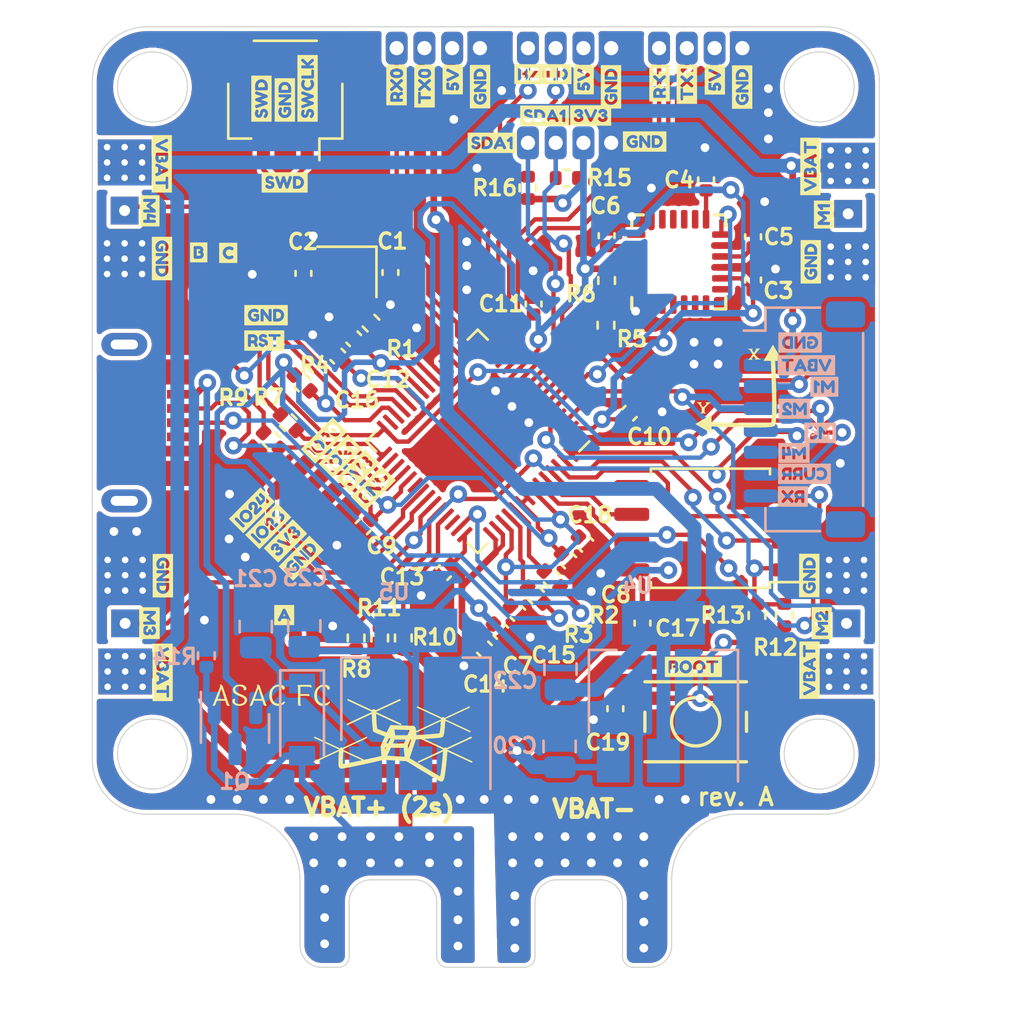
<source format=kicad_pcb>
(kicad_pcb (version 20211014) (generator pcbnew)
  (title_block (title "asac-fc") (date "2023-03-08") (rev "A") (company "Victor Krook"))
  (layers (0 "F.Cu" signal) (31 "B.Cu" signal) (34 "B.Paste" user) (35 "F.Paste" user) (36 "B.SilkS" user "B.Silkscreen") (37 "F.SilkS" user "F.Silkscreen") (38 "B.Mask" user) (39 "F.Mask" user) (44 "Edge.Cuts" user))
  (net 0 "")
  (net 1 "/XIN")
  (net 2 "GND")
  (net 3 "Net-(C2-Pad1)")
  (net 4 "+3.3V")
  (net 5 "Net-(C5-Pad1)")
  (net 6 "Net-(C6-Pad1)")
  (net 7 "+1V1")
  (net 8 "/~{USB_BOOT}")
  (net 9 "/VBAT")
  (net 10 "Net-(C21-Pad1)")
  (net 11 "+5V")
  (net 12 "Net-(D1-Pad2)")
  (net 13 "Net-(D2-Pad2)")
  (net 14 "Net-(D3-Pad2)")
  (net 15 "/VBUS")
  (net 16 "/USB-")
  (net 17 "/USB+")
  (net 19 "/XOUT")
  (net 20 "Net-(R2-Pad2)")
  (net 21 "Net-(R3-Pad2)")
  (net 22 "/~{RESET}")
  (net 23 "/LED_BLUE")
  (net 24 "/LED_RED")
  (net 25 "/LED_GREEN")
  (net 26 "/VBAT_ADC")
  (net 27 "/QSPI_SS")
  (net 34 "/IMU_INTERRUPT")
  (net 42 "/SWCLK")
  (net 43 "/SWD")
  (net 45 "/QSPI_SD3")
  (net 46 "/QSPI_CLK")
  (net 47 "/QSPI_SD0")
  (net 48 "/QSPI_SD2")
  (net 49 "/QSPI_SD1")
  (net 50 "/SDA0")
  (net 51 "/SCL0")
  (net 52 "/RX0")
  (net 53 "/TX0")
  (net 54 "/RX1")
  (net 55 "/TX1")
  (net 56 "/SDA1")
  (net 57 "/SCL1")
  (net 60 "/M4")
  (net 61 "/M2")
  (net 62 "/M1")
  (net 63 "/M3")
  (net 64 "/CURR")
  (net 65 "/RX_ESC")
  (net 66 "/BUZZER")
  (net 67 "/LED")
  (net 68 "/GPIO20")
  (net 69 "/GPIO21")
  (net 70 "/GPIO23")
  (net 71 "/GPIO24")
  (footprint "Package_SO:SOIC-8_5.23x5.23mm_P1.27mm" (layer "F.Cu") (at 134.35 122.5 180)
    (fp_text reference "U3" hide)
    (fp_text value "W25Q128JVS" hide)
  )
  (footprint "Capacitor_SMD:C_0402_1005Metric" (layer "F.Cu") (at 115.73 110.85 90)
    (fp_text reference "C2")
    (fp_text value "7pF")
  )
  (footprint "kibuzzard-6408FD3E" (layer "F.Cu") (at 109.26 110.17 -90)
    (fp_text reference "kibuzzard-6408FD3E" hide)
    (fp_text value "G***" hide)
  )
  (footprint "kibuzzard-6408FA74" (layer "F.Cu") (at 134.55 102 90)
    (fp_text reference "kibuzzard-6408FA74" hide)
    (fp_text value "G***" hide)
  )
  (footprint "kibuzzard-640901D1" (layer "F.Cu") (at 113.94 113.92)
    (fp_text reference "kibuzzard-640901D1" hide)
    (fp_text value "G***" hide)
  )
  (footprint "Capacitor_SMD:C_0402_1005Metric" (layer "F.Cu") (at 122.14 124.53 -135)
    (fp_text reference "C13")
    (fp_text value "0.1uF")
  )
  (footprint "Sensor_Motion:InvenSense_QFN-24_4x4mm_P0.5mm" (layer "F.Cu") (at 132.9 110.325 90)
    (fp_text reference "U1" hide)
    (fp_text value "MPU-6050" hide)
  )
  (footprint "kibuzzard-6408FD22" (layer "F.Cu") (at 109.29 129.09 -90)
    (fp_text reference "kibuzzard-6408FD22" hide)
    (fp_text value "G***" hide)
  )
  (footprint "Capacitor_SMD:C_0402_1005Metric" (layer "F.Cu") (at 136.3 109.175 90)
    (fp_text reference "C5")
    (fp_text value "0.1uF")
  )
  (footprint "Custom:Conn_01x03_2big_1small" (layer "F.Cu") (at 140.575 126.85 180)
    (fp_text reference "J4" hide)
    (fp_text value "Conn_01x03" hide)
  )
  (footprint "Capacitor_SMD:C_0402_1005Metric" (layer "F.Cu") (at 128.65 123.24 -45)
    (fp_text reference "C18")
    (fp_text value "0.1uF")
  )
  (footprint "kibuzzard-6408FDA0" (layer "F.Cu") (at 139.54 108.16 90)
    (fp_text reference "kibuzzard-6408FDA0" hide)
    (fp_text value "G***" hide)
  )
  (footprint "kibuzzard-6409115F" (layer "F.Cu") (at 114.12 122.4 45)
    (fp_text reference "kibuzzard-6409115F" hide)
    (fp_text value "G***" hide)
  )
  (footprint "Custom:Conn_01x03_2big_1small" (layer "F.Cu") (at 107.5496 107.9778)
    (fp_text reference "J9" hide)
    (fp_text value "Conn_01x03" hide)
  )
  (footprint "Resistor_SMD:R_0402_1005Metric" (layer "F.Cu") (at 118.14 127.52 90)
    (fp_text reference "R8")
    (fp_text value "330")
  )
  (footprint "Resistor_SMD:R_0402_1005Metric" (layer "F.Cu") (at 114.269376 118.489376 -45)
    (fp_text reference "R9")
    (fp_text value "330")
  )
  (footprint "Capacitor_SMD:C_0402_1005Metric" (layer "F.Cu") (at 124.01 128.02 -45)
    (fp_text reference "C14")
    (fp_text value "0.1uF")
  )
  (footprint "kibuzzard-6408FC56" (layer "F.Cu") (at 114.87 106.69)
    (fp_text reference "kibuzzard-6408FC56" hide)
    (fp_text value "G***" hide)
  )
  (footprint "Capacitor_SMD:C_0402_1005Metric" (layer "F.Cu") (at 118.03 113.84 135)
    (fp_text reference "C12")
    (fp_text value "0.1uF")
  )
  (footprint "Capacitor_SMD:C_0402_1005Metric" (layer "F.Cu") (at 117.3 114.63 135)
    (fp_text reference "C16")
    (fp_text value "0.1uF")
  )
  (footprint "Custom:Conn_01x02_small" (layer "F.Cu") (at 110.45 113.88 90)
    (fp_text reference "J7" hide)
    (fp_text value "Conn_01x02" hide)
  )
  (footprint "Custom:Conn_01x04_fpv" (layer "F.Cu") (at 126 100.55 90)
    (fp_text reference "J10" hide)
    (fp_text value "Conn_01x04" hide)
  )
  (footprint "kibuzzard-6408FD3E" (layer "F.Cu") (at 138.94 110.32 90)
    (fp_text reference "kibuzzard-6408FD3E" hide)
    (fp_text value "G***" hide)
  )
  (footprint "kibuzzard-6408FD3E" (layer "F.Cu") (at 109.3 124.67 -90)
    (fp_text reference "kibuzzard-6408FD3E" hide)
    (fp_text value "G***" hide)
  )
  (footprint "Custom:PTS815" (layer "F.Cu") (at 133.675 131.35)
    (fp_text reference "SW1" hide)
    (fp_text value "BOOT" hide)
  )
  (footprint "kibuzzard-6408FB3B" (layer "F.Cu") (at 126.03 101.74)
    (fp_text reference "kibuzzard-6408FB3B" hide)
    (fp_text value "G***" hide)
  )
  (footprint "Resistor_SMD:R_0402_1005Metric" (layer "F.Cu") (at 129.6 111.175 -90)
    (fp_text reference "R6")
    (fp_text value "2.2k")
  )
  (footprint "Resistor_SMD:R_0402_1005Metric" (layer "F.Cu") (at 118.82 113.12 -45)
    (fp_text reference "R1")
    (fp_text value "1k")
  )
  (footprint "Custom:LED_0402_1005Metric_No_silk_dot" (layer "F.Cu") (at 110.96 111.32 -90)
    (fp_text reference "D3" hide)
    (fp_text value "LED" hide)
  )
  (footprint "kibuzzard-6408FC36" (layer "F.Cu") (at 114.88 102.92 90)
    (fp_text reference "kibuzzard-6408FC36" hide)
    (fp_text value "G***" hide)
  )
  (footprint "Capacitor_SMD:C_0402_1005Metric" (layer "F.Cu") (at 129.6 109.125 90)
    (fp_text reference "C6")
    (fp_text value "2.2nF")
  )
  (footprint "kibuzzard-6408FBBA" (layer "F.Cu") (at 126.76 103.64)
    (fp_text reference "kibuzzard-6408FBBA" hide)
    (fp_text value "G***" hide)
  )
  (footprint "kibuzzard-6408FD3E" (layer "F.Cu") (at 138.87 124.66 90)
    (fp_text reference "kibuzzard-6408FD3E" hide)
    (fp_text value "G***" hide)
  )
  (footprint "kibuzzard-6409014C" (layer "F.Cu") (at 112.29 109.91)
    (fp_text reference "kibuzzard-6409014C" hide)
    (fp_text value "G***" hide)
  )
  (footprint "Capacitor_SMD:C_0402_1005Metric" (layer "F.Cu") (at 124.76 127.22 -45)
    (fp_text reference "C7")
    (fp_text value "1uF")
  )
  (footprint "Resistor_SMD:R_0402_1005Metric" (layer "F.Cu") (at 126 106.94 90)
    (fp_text reference "R16")
    (fp_text value "2.2k")
  )
  (footprint "kibuzzard-6408FC3B" (layer "F.Cu") (at 115.92 102.39 90)
    (fp_text reference "kibuzzard-6408FC3B" hide)
    (fp_text value "G***" hide)
  )
  (footprint "Resistor_SMD:R_0402_1005Metric" (layer "F.Cu") (at 115.67 115.86 -45)
    (fp_text reference "R4")
    (fp_text value "10k")
  )
  (footprint "kibuzzard-64090C7A" (layer "F.Cu") (at 124.36 104.88)
    (fp_text reference "kibuzzard-64090C7A" hide)
    (fp_text value "G***" hide)
  )
  (footprint "kibuzzard-6408FA6D" (layer "F.Cu") (at 129.8 102.32 90)
    (fp_text reference "kibuzzard-6408FA6D" hide)
    (fp_text value "G***" hide)
  )
  (footprint "kibuzzard-6408FA74" (layer "F.Cu") (at 128.55 101.99 90)
    (fp_text reference "kibuzzard-6408FA74" hide)
    (fp_text value "G***" hide)
  )
  (footprint "kibuzzard-640900D1" (layer "F.Cu") (at 114.85 126.47)
    (fp_text reference "kibuzzard-640900D1" hide)
    (fp_text value "G***" hide)
  )
  (footprint "kibuzzard-6408FD16" (layer "F.Cu") (at 108.69 107.99 -90)
    (fp_text reference "kibuzzard-6408FD16" hide)
    (fp_text value "G***" hide)
  )
  (footprint "Resistor_SMD:R_0402_1005Metric" (layer "F.Cu") (at 129.57 113.22 90)
    (fp_text reference "R5")
    (fp_text value "2.2k")
  )
  (footprint "Capacitor_SMD:C_0402_1005Metric" (layer "F.Cu") (at 118.46 122.44 -135)
    (fp_text reference "C9")
    (fp_text value "0.1uF")
  )
  (footprint "kibuzzard-6408FBAE" (layer "F.Cu") (at 128.87 103.63)
    (fp_text reference "kibuzzard-6408FBAE" hide)
    (fp_text value "G***" hide)
  )
  (footprint "kibuzzard-6408FA74" (layer "F.Cu") (at 122.56 101.99 90)
    (fp_text reference "kibuzzard-6408FA74" hide)
    (fp_text value "G***" hide)
  )
  (footprint "kibuzzard-6408FDC2" (layer "F.Cu") (at 139.44 126.84 90)
    (fp_text reference "kibuzzard-6408FDC2" hide)
    (fp_text value "G***" hide)
  )
  (footprint "Custom:Conn_01x03_2big_1small" (layer "F.Cu") (at 140.65 108.125)
    (fp_text reference "J1" hide)
    (fp_text value "Conn_01x03" hide)
  )
  (footprint "kibuzzard-640910C2" (layer "F.Cu") (at 113.37 121.68 45)
    (fp_text reference "kibuzzard-640910C2" hide)
    (fp_text value "G***" hide)
  )
  (footprint "kibuzzard-6408FD22" (layer "F.Cu") (at 109.25 105.84 -90)
    (fp_text reference "kibuzzard-6408FD22" hide)
    (fp_text value "G***" hide)
  )
  (footprint "Resistor_SMD:R_0402_1005Metric" (layer "F.Cu") (at 126.35 125.56 135)
    (fp_text reference "R3")
    (fp_text value "27.4")
  )
  (footprint "Custom:Conn_01x04_fpv" (layer "F.Cu") (at 126 104.88 90)
    (fp_text reference "J15" hide)
    (fp_text value "Conn_01x04" hide)
  )
  (footprint "kibuzzard-6408FA39" (layer "F.Cu") (at 119.99 102.24 90)
    (fp_text reference "kibuzzard-6408FA39" hide)
    (fp_text value "G***" hide)
  )
  (footprint "kibuzzard-6408FAC1" (layer "F.Cu") (at 133.27 102.21 90)
    (fp_text reference "kibuzzard-6408FAC1" hide)
    (fp_text value "G***" hide)
  )
  (footprint "Resistor_SMD:R_0402_1005Metric" (layer "F.Cu") (at 137.73 126.47 90)
    (fp_text reference "R12")
    (fp_text value "1k")
  )
  (footprint "kibuzzard-640901E3" (layer "F.Cu") (at 114.02 112.76)
    (fp_text reference "kibuzzard-640901E3" hide)
    (fp_text value "G***" hide)
  )
  (footprint "Resistor_SMD:R_0402_1005Metric" (layer "F.Cu") (at 136.48 126.49 -90)
    (fp_text reference "R13")
    (fp_text value "10k")
  )
  (footprint "kibuzzard-6408FDE1" (layer "F.Cu") (at 108.69 126.84 -90)
    (fp_text reference "kibuzzard-6408FDE1" hide)
    (fp_text value "G***" hide)
  )
  (footprint "Crystal:Crystal_SMD_2016-4Pin_2.0x1.6mm" (layer "F.Cu") (at 117.72 110.78 180)
    (fp_text reference "Y1" hide)
    (fp_text value "Crystal_GND24" hide)
  )
  (footprint "Package_DFN_QFN:QFN-56-1EP_7x7mm_P0.4mm_EP3.2x3.2mm" (layer "F.Cu") (at 123.703207 118.526736 -135)
    (fp_text reference "U2" hide)
    (fp_text value "RP2040" hide)
  )
  (footprint "Capacitor_SMD:C_0402_1005Metric" (layer "F.Cu") (at 125.54 126.4 -45)
    (fp_text reference "C15")
    (fp_text value "1uF")
  )
  (footprint "Custom:Conn_01x04_fpv_smd" (layer "F.Cu") (at 114.602208 120.677208 45)
    (fp_text reference "J2" hide)
    (fp_text value "Conn_01x04" hide)
  )
  (footprint "kibuzzard-64091195" (layer "F.Cu") (at 114.91 123.08 45)
    (fp_text reference "kibuzzard-64091195" hide)
    (fp_text value "G***" hide)
  )
  (footprint "Connector_JST:JST_SH_SM03B-SRSS-TB_1x03-1MP_P1.00mm_Horizontal" (layer "F.Cu") (at 114.9 102.9 180)
    (fp_text reference "J14" hide)
    (fp_text value "Conn_01x03" hide)
  )
  (footprint "kibuzzard-64090145" (layer "F.Cu") (at 110.94 109.89)
    (fp_text reference "kibuzzard-64090145" hide)
    (fp_text value "G***" hide)
  )
  (footprint "Custom:USB3075-30-A_No_silk" (layer "F.Cu") (at 110.1875 116.375 -90)
    (fp_text reference "J3" hide)
    (fp_text value "USB3075-30-A" hide)
  )
  (footprint "Resistor_SMD:R_0402_1005Metric" (layer "F.Cu") (at 120.3 127.52 90)
    (fp_text reference "R10")
    (fp_text value "10k")
  )
  (footprint "Custom:Conn_01x04_fpv" (layer "F.Cu") (at 132 100.55 90)
    (fp_text reference "J8" hide)
    (fp_text value "Conn_01x04" hide)
  )
  (footprint "kibuzzard-640910AE" (layer "F.Cu") (at 115.63 123.87 45)
    (fp_text reference "kibuzzard-640910AE" hide)
    (fp_text value "G***" hide)
  )
  (footprint "Resistor_SMD:R_0402_1005Metric" (layer "F.Cu") (at 127.11 124.82 135)
    (fp_text reference "R2")
    (fp_text value "27.4")
  )
  (footprint "kibuzzard-6408FA47" (layer "F.Cu") (at 121.27 102.29 90)
    (fp_text reference "kibuzzard-6408FA47" hide)
    (fp_text value "G***" hide)
  )
  (footprint "Capacitor_SMD:C_0402_1005Metric" (layer "F.Cu") (at 134.15 106.575 90)
    (fp_text reference "C4")
    (fp_text value "0.1uF")
  )
  (footprint "Resistor_SMD:R_0402_1005Metric" (layer "F.Cu") (at 119.22 127.52 -90)
    (fp_text reference "R11")
    (fp_text value "5.6k")
  )
  (footprint "kibuzzard-6408FA6D" (layer "F.Cu") (at 123.81 102.31 90)
    (fp_text reference "kibuzzard-6408FA6D" hide)
    (fp_text value "G***" hide)
  )
  (footprint "Capacitor_SMD:C_0402_1005Metric" (layer "F.Cu") (at 126.26 112.25 90)
    (fp_text reference "C11")
    (fp_text value "0.1uF")
  )
  (footprint "kibuzzard-6408FD22" (layer "F.Cu") (at 138.88 128.99 90)
    (fp_text reference "kibuzzard-6408FD22" hide)
    (fp_text value "G***" hide)
  )
  (footprint "kibuzzard-6408FC28" (layer "F.Cu") (at 113.81 102.86 90)
    (fp_text reference "kibuzzard-6408FC28" hide)
    (fp_text value "G***" hide)
  )
  (footprint "Capacitor_SMD:C_0402_1005Metric" (layer "F.Cu") (at 127.87 124 -45)
    (fp_text reference "C8")
    (fp_text value "0.1uF")
  )
  (footprint "Custom:Conn_01x03_2big_1small" (layer "F.Cu") (at 107.5746 126.85 180)
    (fp_text reference "J6" hide)
    (fp_text value "Conn_01x03" hide)
  )
  (footprint "Capacitor_SMD:C_0402_1005Metric" (layer "F.Cu") (at 119.71 110.81 -90)
    (fp_text reference "C1")
    (fp_text value "7pF")
  )
  (footprint "kibuzzard-64091195" (layer "F.Cu") (at 118.21 119.89 45)
    (fp_text reference "kibuzzard-64091195" hide)
    (fp_text value "G***" hide)
  )
  (footprint "kibuzzard-6408FB51" (layer "F.Cu") (at 127.34 101.74)
    (fp_text reference "kibuzzard-6408FB51" hide)
    (fp_text value "G***" hide)
  )
  (footprint "kibuzzard-640911E9" (layer "F.Cu") (at 116.67 118.49 45)
    (fp_text reference "kibuzzard-640911E9" hide)
    (fp_text value "G***" hide)
  )
  (footprint "kibuzzard-640911EE" (layer "F.Cu") (at 117.42 119.21 45)
    (fp_text reference "kibuzzard-640911EE" hide)
    (fp_text value "G***" hide)
  )
  (footprint "Resistor_SMD:R_0402_1005Metric" (layer "F.Cu") (at 127.78 106.49 180)
    (fp_text reference "R15")
    (fp_text value "2.2k")
  )
  (footprint "kibuzzard-6408FAC8" (layer "F.Cu") (at 132.02 102.15 90)
    (fp_text reference "kibuzzard-6408FAC8" hide)
    (fp_text value "G***" hide)
  )
  (footprint "Custom:LED_0402_1005Metric_No_silk_dot" (layer "F.Cu") (at 112.3 111.32 -90)
    (fp_text reference "D1" hide)
    (fp_text value "LED" hide)
  )
  (footprint "Custom:Conn_01x04_fpv" (layer "F.Cu") (at 119.995 100.55 90)
    (fp_text reference "J5" hide)
    (fp_text value "Conn_01x04" hide)
  )
  (footprint "kibuzzard-640905D0" (layer "F.Cu") (at 133.57 128.84)
    (fp_text reference "kibuzzard-640905D0" hide)
    (fp_text value "G***" hide)
  )
  (footprint "kibuzzard-640910AE" (layer "F.Cu") (at 118.93 120.68 45)
    (fp_text reference "kibuzzard-640910AE" hide)
    (fp_text value "G***" hide)
  )
  (footprint "Capacitor_SMD:C_0402_1005Metric" (layer "F.Cu") (at 131.24 126.84 -90)
    (fp_text reference "C17")
    (fp_text value "0.1uF")
  )
  (footprint "kibuzzard-6408FA6D" (layer "F.Cu") (at 131.34 104.82)
    (fp_text reference "kibuzzard-6408FA6D" hide)
    (fp_text value "G***" hide)
  )
  (footprint "Custom:LED_0402_1005Metric_No_silk_dot" (layer "F.Cu") (at 114.88 127.46)
    (fp_text reference "D2" hide)
    (fp_text value "LED" hide)
  )
  (footprint "Resistor_SMD:R_0402_1005Metric" (layer "F.Cu") (at 115.04 117.67 -45)
    (fp_text reference "R7")
    (fp_text value "330")
  )
  (footprint "Capacitor_SMD:C_0402_1005Metric" (layer "F.Cu") (at 130.64 117.24 45)
    (fp_text reference "C10")
    (fp_text value "0.1uF")
  )
  (footprint "kibuzzard-6408FA6D" (layer "F.Cu") (at 135.8 102.33 90)
    (fp_text reference "kibuzzard-6408FA6D" hide)
    (fp_text value "G***" hide)
  )
  (footprint "Custom:Conn_01x04_fpv_smd" (layer "F.Cu") (at 115.738604 119.638604 45)
    (fp_text reference "J12" hide)
    (fp_text value "Conn_01x04" hide)
  )
  (footprint "Capacitor_SMD:C_0402_1005Metric" (layer "F.Cu") (at 136.3 111.15 90)
    (fp_text reference "C3")
    (fp_text value "0.1uF")
  )
  (footprint "Capacitor_SMD:C_0402_1005Metric" (layer "F.Cu") (at 130 130.75 -90)
    (fp_text reference "C19")
    (fp_text value "100nF")
  )
  (footprint "kibuzzard-6408FD22" (layer "F.Cu") (at 138.92 105.96 90)
    (fp_text reference "kibuzzard-6408FD22" hide)
    (fp_text value "G***" hide)
  )
  (footprint "kibuzzard-64090F56" (layer "B.Cu") (at 138.45 114.01 180)
    (fp_text reference "kibuzzard-64090F56" hide)
    (fp_text value "G***" hide)
  )
  (footprint "Package_TO_SOT_SMD:SOT-223-3_TabPin2" (layer "B.Cu") (at 132.2 129.975 90)
    (fp_text reference "U4")
    (fp_text value "AMS1117-5.0" hide)
  )
  (footprint "Capacitor_SMD:C_0805_2012Metric" (layer "B.Cu") (at 127.49 128.94 90)
    (fp_text reference "C22")
    (fp_text value "10uF")
  )
  (footprint "Diode_SMD:D_SOD-123" (layer "B.Cu") (at 115.67 131.25 -90)
    (fp_text reference "D4" hide)
    (fp_text value "D_Schottky" hide)
  )
  (footprint "Capacitor_SMD:C_0805_2012Metric" (layer "B.Cu") (at 127.45 132.475 90)
    (fp_text reference "C20")
    (fp_text value "10uF")
  )
  (footprint "kibuzzard-64090F74" (layer "B.Cu") (at 139.56 116.03 180)
    (fp_text reference "kibuzzard-64090F74" hide)
    (fp_text value "G***" hide)
  )
  (footprint "Capacitor_SMD:C_0805_2012Metric" (layer "B.Cu") (at 113.55 127 90)
    (fp_text reference "C21")
    (fp_text value "10uF")
  )
  (footprint "kibuzzard-64090F66" (layer "B.Cu") (at 138.74 115.05 180)
    (fp_text reference "kibuzzard-64090F66" hide)
    (fp_text value "G***" hide)
  )
  (footprint "kibuzzard-64090F95" (layer "B.Cu") (at 138.65 120.01 180)
    (fp_text reference "kibuzzard-64090F95" hide)
    (fp_text value "G***" hide)
  )
  (footprint "Package_TO_SOT_SMD:SOT-223-3_TabPin2" (layer "B.Cu") (at 120.875 130.325 90)
    (fp_text reference "U5")
    (fp_text value "AMS1117-3.3" hide)
  )
  (footprint "kibuzzard-64090F8A" (layer "B.Cu") (at 139.37 118.14 180)
    (fp_text reference "kibuzzard-64090F8A" hide)
    (fp_text value "G***" hide)
  )
  (footprint "kibuzzard-64090F9C" (layer "B.Cu") (at 138.12 121.05 180)
    (fp_text reference "kibuzzard-64090F9C" hide)
    (fp_text value "G***" hide)
  )
  (footprint "Connector_JST:JST_SH_SM08B-SRSS-TB_1x08-1MP_P1.00mm_Horizontal" (layer "B.Cu") (at 138.65 117.525 -90)
    (fp_text reference "J11" hide)
    (fp_text value "Conn_01x08" hide)
  )
  (footprint "Capacitor_SMD:C_0805_2012Metric" (layer "B.Cu") (at 115.77 126.97 90)
    (fp_text reference "C23")
    (fp_text value "10uF")
  )
  (footprint "Resistor_SMD:R_0402_1005Metric" (layer "B.Cu") (at 111.29 128.33 90)
    (fp_text reference "R14")
    (fp_text value "10k")
  )
  (footprint "kibuzzard-64090F8F" (layer "B.Cu") (at 138.17 119.06 180)
    (fp_text reference "kibuzzard-64090F8F" hide)
    (fp_text value "G***" hide)
  )
  (footprint "kibuzzard-64090F7E" (layer "B.Cu") (at 138.19 117.04 180)
    (fp_text reference "kibuzzard-64090F7E" hide)
    (fp_text value "G***" hide)
  )
  (footprint "Package_TO_SOT_SMD:SOT-23" (layer "B.Cu") (at 112.6 131.66 -90)
    (fp_text reference "Q1")
    (fp_text value "Q_PMOS_GSD" hide)
  )
  (gr_poly (pts (xy 136.404542 114.276764) (xy 136.418398 114.278653) (xy 136.430898 114.280252) (xy 136.442041 114.28156) (xy 136.452359 114.282626) (xy 136.461612 114.283498) (xy 136.4698 114.284176) (xy 136.476923 114.284661) (xy 136.480713 114.28483) (xy 136.484334 114.284951) (xy 136.487786 114.285024) (xy 136.491068 114.285048) (xy 136.49418 114.285024) (xy 136.497123 114.284951) (xy 136.499897 114.28483) (xy 136.502501 114.284661) (xy 136.508122 114.284273) (xy 136.514905 114.283885) (xy 136.52285 114.283498) (xy 136.531957 114.28311) (xy 136.540774 114.282723) (xy 136.550947 114.282335) (xy 136.575364 114.28156) (xy 136.607145 114.280591) (xy 136.646678 114.279234) (xy 136.642487 114.281354) (xy 136.638442 114.283449) (xy 136.634542 114.28552) (xy 136.630788 114.287567) (xy 136.627179 114.28959) (xy 136.623715 114.291588) (xy 136.620396 114.293563) (xy 136.617222 114.295513) (xy 136.611264 114.299291) (xy 136.605789 114.302876) (xy 136.6008 114.306268) (xy 136.598486 114.307891) (xy 136.596295 114.309465) (xy 136.591401 114.313196) (xy 136.586799 114.316635) (xy 136.582488 114.319784) (xy 136.578467 114.322643) (xy 136.575899 114.325271) (xy 136.572846 114.328505) (xy 136.569309 114.332344) (xy 136.565287 114.336789) (xy 136.560782 114.34184) (xy 136.555792 114.347496) (xy 136.54436 114.360625) (xy 136.53278 114.374481) (xy 136.518973 114.391243) (xy 136.502937 114.410913) (xy 136.484673 114.433489) (xy 136.439326 114.489298) (xy 136.380803 114.562162) (xy 136.405898 114.588614) (xy 136.428474 114.612159) (xy 136.44853 114.632798) (xy 136.466068 114.65053) (xy 136.481475 114.665839) (xy 136.495137 114.67921) (xy 136.507055 114.690643) (xy 136.517229 114.700139) (xy 136.522474 114.704971) (xy 136.527355 114.709392) (xy 136.531872 114.713401) (xy 136.536027 114.716998) (xy 136.539818 114.720184) (xy 136.543245 114.722958) (xy 136.54631 114.72532) (xy 136.549011 114.72727) (xy 136.554097 114.730176) (xy 136.560056 114.733469) (xy 136.566887 114.737151) (xy 136.57459 114.74122) (xy 136.582099 114.74534) (xy 136.590675 114.749942) (xy 136.600316 114.755029) (xy 136.611023 114.760599) (xy 136.623037 114.766317) (xy 136.636601 114.772615) (xy 136.651716 114.779495) (xy 136.668383 114.786956) (xy 136.538934 114.786956) (xy 136.530358 114.787053) (xy 136.520911 114.787343) (xy 136.510592 114.787828) (xy 136.499401 114.788508) (xy 136.488742 114.789282) (xy 136.476922 114.790056) (xy 136.463938 114.790831) (xy 136.449792 114.791607) (xy 136.434435 114.792527) (xy 136.417818 114.793738) (xy 136.399941 114.79524) (xy 136.380803 114.797032) (xy 136.384171 114.794913) (xy 136.387296 114.792818) (xy 136.390178 114.790746) (xy 136.391528 114.78972) (xy 136.392818 114.788699) (xy 136.394047 114.787685) (xy 136.395216 114.786676) (xy 136.396324 114.785674) (xy 136.397371 114.784677) (xy 136.398358 114.783687) (xy 136.399285 114.782703) (xy 136.400151 114.781725) (xy 136.400957 114.780753) (xy 136.402628 114.778658) (xy 136.404154 114.776635) (xy 136.405535 114.774685) (xy 136.40677 114.772808) (xy 136.407334 114.771897) (xy 136.407861 114.771003) (xy 136.408351 114.770128) (xy 136.408805 114.769271) (xy 136.409223 114.768432) (xy 136.409605 114.767612) (xy 136.40995 114.766809) (xy 136.410259 114.766025) (xy 136.410626 114.765159) (xy 136.41095 114.764306) (xy 136.411232 114.763464) (xy 136.411471 114.762635) (xy 136.411668 114.761818) (xy 136.411822 114.761012) (xy 136.411934 114.760219) (xy 136.412004 114.759438) (xy 136.412031 114.758669) (xy 136.412016 114.757912) (xy 136.411958 114.757167) (xy 136.411858 114.756434) (xy 136.411715 114.755713) (xy 136.41153 114.755004) (xy 136.411303 114.754307) (xy 136.411033 114.753622) (xy 136.40998 114.751563) (xy 136.408756 114.749262) (xy 136.407363 114.746719) (xy 136.405801 114.743934) (xy 136.402168 114.737636) (xy 136.397857 114.730369) (xy 136.373826 114.693162) (xy 136.365348 114.680179) (xy 136.355417 114.665258) (xy 136.344032 114.648397) (xy 136.331194 114.629599) (xy 136.323661 114.637762) (xy 136.316564 114.645587) (xy 136.309902 114.653072) (xy 136.303677 114.660218) (xy 136.297887 114.667025) (xy 136.292534 114.673493) (xy 136.287617 114.679622) (xy 136.283137 114.685411) (xy 136.275481 114.69573) (xy 136.268795 114.704983) (xy 136.263079 114.71317) (xy 136.260584 114.716865) (xy 136.258332 114.720293) (xy 136.256103 114.724071) (xy 136.254067 114.727657) (xy 136.252226 114.731048) (xy 136.250578 114.734246) (xy 136.249124 114.73725) (xy 136.247864 114.74006) (xy 136.246798 114.742676) (xy 136.245925 114.745097) (xy 136.245941 114.746163) (xy 136.245986 114.747229) (xy 136.246062 114.748295) (xy 136.246168 114.74936) (xy 136.246304 114.750426) (xy 136.246471 114.751492) (xy 136.246668 114.752558) (xy 136.246895 114.753624) (xy 136.247153 114.75469) (xy 136.247441 114.755756) (xy 136.247759 114.756822) (xy 136.248107 114.757888) (xy 136.248486 114.758954) (xy 136.248894 114.76002) (xy 136.249334 114.761086) (xy 136.249803 114.762151) (xy 136.250306 114.763126) (xy 136.250845 114.764113) (xy 136.25142 114.765112) (xy 136.252032 114.766123) (xy 136.25268 114.767147) (xy 136.253364 114.768182) (xy 136.254085 114.76923) (xy 136.254842 114.77029) (xy 136.255635 114.771361) (xy 136.256465 114.772445) (xy 136.258233 114.77465) (xy 136.260147 114.776903) (xy 136.262205 114.779205) (xy 136.263402 114.780364) (xy 136.264664 114.781518) (xy 136.265994 114.782665) (xy 136.26739 114.783806) (xy 136.268852 114.784942) (xy 136.270381 114.786071) (xy 136.271977 114.787195) (xy 136.273639 114.788312) (xy 136.275368 114.789423) (xy 136.277164 114.790529) (xy 136.279026 114.791628) (xy 136.280954 114.792721) (xy 136.28295 114.793808) (xy 136.285012 114.794889) (xy 136.28714 114.795964) (xy 136.289336 114.797032) (xy 136.059894 114.807109) (xy 136.066725 114.802325) (xy 136.073264 114.797662) (xy 136.079513 114.79312) (xy 136.085472 114.7887) (xy 136.09114 114.7844) (xy 136.096517 114.780221) (xy 136.101604 114.776164) (xy 136.1064 114.772228) (xy 136.115266 114.764429) (xy 136.123259 114.757307) (xy 136.130381 114.750863) (xy 136.13663 114.745097) (xy 136.13984 114.741851) (xy 136.142881 114.738702) (xy 136.145752 114.735649) (xy 136.148453 114.732694) (xy 136.150985 114.729836) (xy 136.153346 114.727075) (xy 136.155539 114.724411) (xy 136.157561 114.721845) (xy 136.16197 114.715353) (xy 136.167444 114.707504) (xy 136.173985 114.698299) (xy 136.181592 114.687737) (xy 136.188809 114.677225) (xy 136.197287 114.665065) (xy 136.207024 114.651257) (xy 136.218021 114.635802) (xy 136.245347 114.598594) (xy 136.279259 114.552085) (xy 136.259687 114.520836) (xy 136.242052 114.49298) (xy 136.226355 114.468514) (xy 136.212596 114.447441) (xy 136.200774 114.429177) (xy 136.190116 114.413141) (xy 136.180621 114.399334) (xy 136.172289 114.387755) (xy 136.163956 114.376661) (xy 136.156785 114.367407) (xy 136.153636 114.363471) (xy 136.150777 114.359995) (xy 136.14821 114.356979) (xy 136.145933 114.354424) (xy 136.143898 114.352655) (xy 136.14167 114.350838) (xy 136.139247 114.348973) (xy 136.136631 114.34706) (xy 136.133821 114.345097) (xy 136.130817 114.343087) (xy 136.127619 114.341028) (xy 136.124228 114.33892) (xy 136.121212 114.336934) (xy 136.117978 114.334851) (xy 136.110857 114.330394) (xy 136.102863 114.32555) (xy 136.093998 114.320317) (xy 136.084163 114.314261) (xy 136.073263 114.307721) (xy 136.061297 114.300696) (xy 136.048266 114.293187) (xy 136.079853 114.294543) (xy 136.1064 114.295513) (xy 136.128299 114.296288) (xy 136.145933 114.297063) (xy 136.162792 114.297838) (xy 136.169913 114.298226) (xy 136.176163 114.298613) (xy 136.182753 114.298952) (xy 136.190117 114.299194) (xy 136.198257 114.29934) (xy 136.207171 114.299388) (xy 136.215527 114.299315) (xy 136.224708 114.299097) (xy 136.234712 114.298734) (xy 136.24554 114.298225) (xy 136.269667 114.296772) (xy 136.297086 114.294737) (xy 136.295558 114.295518) (xy 136.294071 114.296312) (xy 136.292627 114.297117) (xy 136.291225 114.297935) (xy 136.289866 114.298764) (xy 136.288548 114.299606) (xy 136.287274 114.30046) (xy 136.286041 114.301326) (xy 136.284851 114.302204) (xy 136.283703 114.303094) (xy 136.282598 114.303997) (xy 136.281535 114.304911) (xy 136.280515 114.305838) (xy 136.279536 114.306776) (xy 136.278601 114.307727) (xy 136.277707 114.30869) (xy 136.276012 114.310434) (xy 136.274413 114.312178) (xy 136.272911 114.313922) (xy 136.272197 114.314794) (xy 136.271507 114.315666) (xy 136.270841 114.316538) (xy 136.270199 114.31741) (xy 136.269581 114.318282) (xy 136.268988 114.319154) (xy 136.268419 114.320026) (xy 136.267874 114.320899) (xy 136.267353 114.321771) (xy 136.266857 114.322643) (xy 136.265731 114.324762) (xy 136.264677 114.326858) (xy 136.263696 114.328929) (xy 136.262788 114.330975) (xy 136.261952 114.332998) (xy 136.261188 114.334996) (xy 136.260498 114.336971) (xy 136.259879 114.33892) (xy 136.259725 114.340123) (xy 136.25965 114.341403) (xy 136.259653 114.342763) (xy 136.259735 114.344201) (xy 136.259896 114.345718) (xy 136.260135 114.347314) (xy 136.260453 114.348989) (xy 136.26085 114.350742) (xy 136.261325 114.352574) (xy 136.261879 114.354484) (xy 136.262512 114.356473) (xy 136.263224 114.358542) (xy 136.264014 114.360688) (xy 136.264883 114.362914) (xy 136.26583 114.365218) (xy 136.266857 114.367601) (xy 136.268565 114.371852) (xy 136.270588 114.376467) (xy 136.272926 114.381445) (xy 136.275578 114.386786) (xy 136.278545 114.39249) (xy 136.281827 114.398558) (xy 136.285424 114.40499) (xy 136.289336 114.411784) (xy 136.293647 114.419015) (xy 136.298443 114.426754) (xy 136.303724 114.435002) (xy 136.309489 114.443759) (xy 136.315739 114.453025) (xy 136.322473 114.462799) (xy 136.329691 114.473082) (xy 136.337393 114.483874) (xy 136.371115 114.43407) (xy 136.396305 114.396282) (xy 136.406092 114.38136) (xy 136.414522 114.368376) (xy 136.421596 114.35733) (xy 136.427313 114.348222) (xy 136.432545 114.339357) (xy 136.434725 114.335542) (xy 136.436615 114.332138) (xy 136.438213 114.329147) (xy 136.439521 114.326567) (xy 136.440538 114.324399) (xy 136.441263 114.322643) (xy 136.441149 114.322146) (xy 136.440997 114.321625) (xy 136.44081 114.32108) (xy 136.440586 114.320511) (xy 136.440325 114.319917) (xy 136.440029 114.3193) (xy 136.439696 114.318658) (xy 136.439326 114.317992) (xy 136.438921 114.317301) (xy 136.438478 114.316587) (xy 136.438 114.315848) (xy 136.437486 114.315085) (xy 136.436935 114.314298) (xy 136.436347 114.313486) (xy 136.435724 114.31265) (xy 136.435064 114.31179) (xy 136.434459 114.311006) (xy 136.433805 114.310204) (xy 136.433102 114.309383) (xy 136.432351 114.308545) (xy 136.431552 114.307688) (xy 136.430704 114.306813) (xy 136.429807 114.305919) (xy 136.428862 114.305008) (xy 136.427869 114.304078) (xy 136.426827 114.303131) (xy 136.425736 114.302165) (xy 136.424597 114.301181) (xy 136.422174 114.299158) (xy 136.419558 114.297063) (xy 136.416882 114.294677) (xy 136.413892 114.29217) (xy 136.410586 114.289542) (xy 136.406965 114.286792) (xy 136.403028 114.283922) (xy 136.398777 114.28093) (xy 136.39421 114.277817) (xy 136.389328 114.274583)) (layer "F.SilkS") (width 0) (fill solid))
  (gr_line (start 119.379557 132.427205) (end 119.85498 132.439607) (layer "F.SilkS") (width 0.198437))
  (gr_line (start 122.02539 133.981631) (end 122.02539 133.981631) (layer "F.SilkS") (width 0.198437))
  (gr_line (start 121.806282 131.993639) (end 121.953818 131.977943) (layer "F.SilkS") (width 0.198437))
  (gr_line (start 119.565592 132.013793) (end 119.636324 131.861994) (layer "F.SilkS") (width 0.198437))
  (gr_line (start 118.970279 131.290323) (end 118.949609 130.872778) (layer "F.SilkS") (width 0.198437))
  (gr_line (start 120.800658 132.000874) (end 120.798204 131.936085) (layer "F.SilkS") (width 0.198437))
  (gr_line (start 119.41263 132.989444) (end 119.842577 132.063402) (layer "F.SilkS") (width 0.198437))
  (gr_line (start 134.171015 117.736543) (end 134.625871 117.756076) (layer "F.SilkS") (width 0.198437))
  (gr_line (start 122.161816 133.316039) (end 122.187202 133.063406) (layer "F.SilkS") (width 0.198437))
  (gr_line (start 120.780198 131.747829) (end 120.773787 131.714587) (layer "F.SilkS") (width 0.198437))
  (gr_line (start 122.187202 133.063406) (end 122.206774 132.842166) (layer "F.SilkS") (width 0.198437))
  (gr_poly (pts (xy 116.688723 129.651371) (xy 116.70251 129.651913) (xy 116.716008 129.652818) (xy 116.729217 129.654084) (xy 116.742136 129.655712) (xy 116.754766 129.657701) (xy 116.767107 129.660052) (xy 116.779158 129.662765) (xy 116.790919 129.66584) (xy 116.802391 129.669277) (xy 116.813574 129.673075) (xy 116.824467 129.677235) (xy 116.835071 129.681757) (xy 116.845385 129.68664) (xy 116.85541 129.691885) (xy 116.865145 129.697492) (xy 116.874436 129.703357) (xy 116.883128 129.709378) (xy 116.891221 129.715553) (xy 116.898714 129.721883) (xy 116.905607 129.728369) (xy 116.911902 129.735009) (xy 116.917596 129.741805) (xy 116.922692 129.748755) (xy 116.927188 129.755861) (xy 116.931084 129.763121) (xy 116.934382 129.770537) (xy 116.935805 129.774302) (xy 116.937079 129.778107) (xy 116.938203 129.781951) (xy 116.939177 129.785833) (xy 116.940002 129.789754) (xy 116.940676 129.793713) (xy 116.941575 129.801749) (xy 116.941875 129.80994) (xy 116.941792 129.814017) (xy 116.941544 129.817981) (xy 116.941131 129.821831) (xy 116.940552 129.825567) (xy 116.939808 129.829189) (xy 116.938898 129.832698) (xy 116.937823 129.836093) (xy 116.936582 129.839375) (xy 116.935177 129.842542) (xy 116.933606 129.845596) (xy 116.931869 129.848537) (xy 116.929968 129.851364) (xy 116.927901 129.854077) (xy 116.925669 129.856676) (xy 116.923271 129.859162) (xy 116.920708 129.861534) (xy 116.918022 129.863776) (xy 116.915252 129.865875) (xy 116.912399 129.867828) (xy 116.909464 129.869637) (xy 116.906446 129.871301) (xy 116.903346 129.87282) (xy 116.900163 129.874194) (xy 116.896896 129.875424) (xy 116.893548 129.87651) (xy 116.890116 129.87745) (xy 116.886602 129.878246) (xy 116.883005 129.878897) (xy 116.879326 129.879403) (xy 116.875564 129.879765) (xy 116.871719 129.879982) (xy 116.867791 129.880055) (xy 116.864039 129.880018) (xy 116.860391 129.87991) (xy 116.856845 129.879729) (xy 116.853403 129.879476) (xy 116.850065 129.87915) (xy 116.84683 129.878752) (xy 116.843698 129.878282) (xy 116.84067 129.877739) (xy 116.837745 129.877124) (xy 116.834924 129.876437) (xy 116.832206 129.875677) (xy 116.829591 129.874845) (xy 116.82708 129.873941) (xy 116.824672 129.872964) (xy 116.822367 129.871915) (xy 116.820166 129.870794) (xy 116.820476 129.8685) (xy 116.820744 129.866247) (xy 116.820972 129.864035) (xy 116.821158 129.861864) (xy 116.821303 129.859735) (xy 116.821406 129.857648) (xy 116.821469 129.855601) (xy 116.82149 129.853596) (xy 116.821329 129.84801) (xy 116.820849 129.842496) (xy 116.820048 129.837055) (xy 116.818926 129.831685) (xy 116.817484 129.826389) (xy 116.815722 129.821164) (xy 116.813639 129.816012) (xy 116.811236 129.810932) (xy 116.808513 129.805925) (xy 116.805469 129.80099) (xy 116.802105 129.796127) (xy 116.79842 129.791336) (xy 116.794415 129.786618) (xy 116.79009 129.781973) (xy 116.785445 129.777399) (xy 116.780479 129.772898) (xy 116.775172 129.768573) (xy 116.769504 129.764527) (xy 116.763473 129.760759) (xy 116.757081 129.757271) (xy 116.750327 129.754062) (xy 116.743211 129.751132) (xy 116.735733 129.748481) (xy 116.727894 129.746109) (xy 116.719693 129.744016) (xy 116.71113 129.742202) (xy 116.702205 129.740668) (xy 116.692919 129.739412) (xy 116.683271 129.738435) (xy 116.673261 129.737738) (xy 116.662889 129.737319) (xy 116.652156 129.737179) (xy 116.637061 129.737588) (xy 116.622204 129.738812) (xy 116.607584 129.740854) (xy 116.593203 129.743711) (xy 116.579059 129.747386) (xy 116.565153 129.751876) (xy 116.551484 129.757184) (xy 116.538054 129.763307) (xy 116.524861 129.770247) (xy 116.511906 129.778004) (xy 116.499188 129.786577) (xy 116.486708 129.795967) (xy 116.474466 129.806173) (xy 116.462462 129.817195) (xy 116.450695 129.829034) (xy 116.439166 129.84169) (xy 116.428273 129.854919) (xy 116.418082 129.86881) (xy 116.408594 129.883362) (xy 116.399809 129.898575) (xy 116.391726 129.91445) (xy 116.384347 129.930987) (xy 116.377671 129.948185) (xy 116.371697 129.966044) (xy 116.366426 129.984565) (xy 116.361858 130.003747) (xy 116.357993 130.023591) (xy 116.35483 130.044096) (xy 116.35237 130.065263) (xy 116.350614 130.087091) (xy 116.349559 130.109581) (xy 116.349208 130.132732) (xy 116.349528 130.155872) (xy 116.35049 130.178331) (xy 116.352091 130.200107) (xy 116.354334 130.221202) (xy 116.357217 130.241614) (xy 116.360742 130.261344) (xy 116.364907 130.280392) (xy 116.369712 130.298758) (xy 116.375159 130.316442) (xy 116.381247 130.333444) (xy 116.387975 130.349763) (xy 116.395344 130.3654) (xy 116.403354 130.380355) (xy 116.412005 130.394628) (xy 116.421297 130.408219) (xy 116.431229 130.421127) (xy 116.441735 130.433142) (xy 116.452748 130.444382) (xy 116.464267 130.454846) (xy 116.476292 130.464536) (xy 116.488823 130.47345) (xy 116.501861 130.481589) (xy 116.515405 130.488953) (xy 116.529456 130.495541) (xy 116.544013 130.501355) (xy 116.559077 130.506394) (xy 116.574647 130.510657) (xy 116.590723 130.514145) (xy 116.607306 130.516858) (xy 116.624395 130.518796) (xy 116.641991 130.519959) (xy 116.660093 130.520346) (xy 116.669809 130.520222) (xy 116.679442 130.51985) (xy 116.688992 130.51923) (xy 116.698459 130.518362) (xy 116.707843 130.517246) (xy 116.717145 130.515881) (xy 116.726364 130.514269) (xy 116.7355 130.512409) (xy 116.744554 130.5103) (xy 116.753525 130.507944) (xy 116.762413 130.505339) (xy 116.771219 130.502487) (xy 116.779942 130.499386) (xy 116.788582 130.496038) (xy 116.797139 130.492441) (xy 116.805614 130.488596) (xy 116.813955 130.484581) (xy 116.822109 130.480473) (xy 116.830078 130.476271) (xy 116.83786 130.471977) (xy 116.845457 130.46759) (xy 116.852867 130.463109) (xy 116.860092 130.458536) (xy 116.86713 130.45387) (xy 116.873982 130.44911) (xy 116.880649 130.444258) (xy 116.887129 130.439312) (xy 116.893423 130.434274) (xy 116.899531 130.429142) (xy 116.905453 130.423918) (xy 116.911189 130.4186) (xy 116.916739 130.41319) (xy 116.917891 130.413396) (xy 116.919033 130.413685) (xy 116.920165 130.414057) (xy 116.921286 130.414512) (xy 116.922397 130.415049) (xy 116.923498 130.415669) (xy 116.924588 130.416372) (xy 116.925668 130.417158) (xy 116.926738 130.418026) (xy 116.927797 130.418977) (xy 116.928847 130.420011) (xy 116.929885 130.421127) (xy 116.930914 130.422326) (xy 116.931932 130.423608) (xy 116.93294 130.424972) (xy 116.933937 130.426419) (xy 116.935058 130.427773) (xy 116.936107 130.429189) (xy 116.937083 130.430667) (xy 116.937988 130.432207) (xy 116.93882 130.433809) (xy 116.939579 130.435473) (xy 116.940267 130.437199) (xy 116.940882 130.438987) (xy 116.941425 130.440837) (xy 116.941895 130.442748) (xy 116.942293 130.444722) (xy 116.942619 130.446758) (xy 116.942872 130.448856) (xy 116.943053 130.451016) (xy 116.943162 130.453239) (xy 116.943198 130.455523) (xy 116.943106 130.458593) (xy 116.942831 130.461683) (xy 116.942372 130.464793) (xy 116.94173 130.467925) (xy 116.940905 130.471077) (xy 116.939896 130.47425) (xy 116.938704 130.477443) (xy 116.937328 130.480658) (xy 116.935769 130.483893) (xy 116.934026 130.487148) (xy 116.9321 130.490424) (xy 116.92999 130.493721) (xy 116.92522 130.500377) (xy 116.919717 130.507116) (xy 116.91348 130.513938) (xy 116.906509 130.520842) (xy 116.898804 130.527828) (xy 116.890365 130.534898) (xy 116.881192 130.54205) (xy 116.871285 130.549285) (xy 116.860645 130.556602) (xy 116.849271 130.564002) (xy 116.837561 130.571051) (xy 116.825583 130.577646) (xy 116.813336 130.583785) (xy 116.80082 130.589469) (xy 116.788035 130.594699) (xy 116.774982 130.599474) (xy 116.761659 130.603794) (xy 116.748068 130.607659) (xy 116.734209 130.61107) (xy 116.72008 130.614026) (xy 116.705683 130.616527) (xy 116.691017 130.618573) (xy 116.676082 130.620165) (xy 116.660879 130.621301) (xy 116.645407 130.621983) (xy 116.629666 130.622211) (xy 116.607916 130.621715) (xy 116.586652 130.620226) (xy 116.565873 130.617746) (xy 116.54558 130.614273) (xy 116.525773 130.609808) (xy 116.506451 130.604351) (xy 116.487615 130.597902) (xy 116.469265 130.590461) (xy 116.4514 130.582027) (xy 116.434021 130.572601) (xy 116.417128 130.562183) (xy 116.40072 130.550773) (xy 116.384799 130.538371) (xy 116.369363 130.524976) (xy 116.354412 130.51059) (xy 116.339947 130.495211) (xy 116.326331 130.478974) (xy 116.313593 130.462014) (xy 116.301734 130.44433) (xy 116.290752 130.425923) (xy 116.28065 130.406792) (xy 116.271425 130.386938) (xy 116.26308 130.36636) (xy 116.255612 130.345059) (xy 116.249024 130.323034) (xy 116.243313 130.300286) (xy 116.238481 130.276815) (xy 116.234528 130.25262) (xy 116.231453 130.227702) (xy 116.229257 130.20206) (xy 116.227939 130.175695) (xy 116.2275 130.148607) (xy 116.228001 130.121471) (xy 116.229505 130.094966) (xy 116.232011 130.069092) (xy 116.23552 130.043848) (xy 116.240032 130.019235) (xy 116.245546 129.995252) (xy 116.252062 129.971899) (xy 116.259581 129.949177) (xy 116.268103 129.927085) (xy 116.277627 129.905624) (xy 116.288153 129.884793) (xy 116.299682 129.864593) (xy 116.312214 129.845023) (xy 116.325748 129.826084) (xy 116.340284 129.807775) (xy 116.355823 129.790096) (xy 116.372106 129.773275) (xy 116.388874 129.75754) (xy 116.406129 129.74289) (xy 116.423869 129.729325) (xy 116.442096 129.716845) (xy 116.460808 129.70545) (xy 116.480005 129.695141) (xy 116.499689 129.685916) (xy 116.519858 129.677777) (xy 116.540514 129.670724) (xy 116.561655 129.664755) (xy 116.583281 129.659872) (xy 116.605394 129.656073) (xy 116.627992 129.65336) (xy 116.651076 129.651733) (xy 116.674646 129.65119)) (layer "F.SilkS") (width 0) (fill solid))
  (gr_line (start 137.25869 117.408438) (end 137.26571 117.209753) (layer "F.SilkS") (width 0.198437))
  (gr_line (start 137.207109 117.736543) (end 137.21933 117.715726) (layer "F.SilkS") (width 0.198437))
  (gr_line (start 121.388736 132.026195) (end 121.806282 131.993639) (layer "F.SilkS") (width 0.198437))
  (gr_line (start 117.461328 132.625642) (end 117.452026 132.739847) (layer "F.SilkS") (width 0.198437))
  (gr_line (start 120.801692 132.063402) (end 120.800658 132.000874) (layer "F.SilkS") (width 0.198437))
  (gr_line (start 137.226643 115.188791) (end 137.207109 114.740136) (layer "F.SilkS") (width 0.198437))
  (gr_line (start 120.470963 133.05559) (end 120.801692 132.063402) (layer "F.SilkS") (width 0.198437))
  (gr_line (start 119.383691 132.733129) (end 119.375487 132.634169) (layer "F.SilkS") (width 0.198437))
  (gr_line (start 117.443887 132.857605) (end 117.436523 132.993578) (layer "F.SilkS") (width 0.198437))
  (gr_line (start 122.099804 131.587979) (end 122.110656 131.458078) (layer "F.SilkS") (width 0.198437))
  (gr_line (start 122.110656 131.458078) (end 122.118407 131.345617) (layer "F.SilkS") (width 0.198437))
  (gr_line (start 134.625871 117.756076) (end 135.636972 117.788632) (layer "F.SilkS") (width 0.198437))
  (gr_line (start 120.773787 131.714587) (end 120.766213 131.685414) (layer "F.SilkS") (width 0.198437))
  (gr_line (start 119.371482 132.470354) (end 119.374478 132.444419) (layer "F.SilkS") (width 0.198437))
  (gr_line (start 119.379557 132.427205) (end 119.565592 132.013793) (layer "F.SilkS") (width 0.198437))
  (gr_line (start 121.21097 133.506208) (end 121.740653 133.822985) (layer "F.SilkS") (width 0.198437))
  (gr_line (start 135.636972 117.788632) (end 136.185427 117.797585) (layer "F.SilkS") (width 0.198437))
  (gr_line (start 118.980292 131.446063) (end 118.970279 131.290323) (layer "F.SilkS") (width 0.198437))
  (gr_line (start 119.842577 132.063402) (end 119.776432 131.600382) (layer "F.SilkS") (width 0.198437))
  (gr_line (start 116.251607 132.066498) (end 118.649545 133.18468) (layer "F.SilkS") (width 0.066145))
  (gr_line (start 118.461783 133.200284) (end 119.41263 132.989444) (layer "F.SilkS") (width 0.198437))
  (gr_line (start 119.700467 131.729573) (end 119.749883 131.635909) (layer "F.SilkS") (width 0.198437))
  (gr_line (start 117.436765 133.303839) (end 117.442337 133.344138) (layer "F.SilkS") (width 0.198437))
  (gr_line (start 117.432017 133.195237) (end 117.433422 133.253511) (layer "F.SilkS") (width 0.198437))
  (gr_line (start 119.376742 132.434637) (end 119.379557 132.427205) (layer "F.SilkS") (width 0.198437))
  (gr_line (start 119.375487 132.634169) (end 119.370772 132.54296) (layer "F.SilkS") (width 0.198437))
  (gr_line (start 119.370772 132.54296) (end 119.370328 132.503653) (layer "F.SilkS") (width 0.198437))
  (gr_line (start 121.930112 133.932345) (end 122.02539 133.981631) (layer "F.SilkS") (width 0.198437))
  (gr_line (start 119.636324 131.861994) (end 119.700467 131.729573) (layer "F.SilkS") (width 0.198437))
  (gr_line (start 121.029644 132.066498) (end 123.427549 133.18468) (layer "F.SilkS") (width 0.066145))
  (gr_line (start 137.21933 117.715726) (end 137.23 117.68) (layer "F.SilkS") (width 0.198437))
  (gr_line (start 120.470963 133.05559) (end 121.21097 133.506208) (layer "F.SilkS") (width 0.198437))
  (gr_line (start 120.470963 133.05559) (end 120.404817 132.427205) (layer "F.SilkS") (width 0.198437))
  (gr_line (start 136.875341 117.788124) (end 137.036771 117.776424) (layer "F.SilkS") (width 0.198437))
  (gr_line (start 119.772383 131.602754) (end 119.776432 131.600382) (layer "F.SilkS") (width 0.198437))
  (gr_line (start 120.76196 131.672701) (end 120.757379 131.661424) (layer "F.SilkS") (width 0.198437))
  (gr_poly (pts (xy 114.628127 129.651371) (xy 114.641913 129.651913) (xy 114.655411 129.652818) (xy 114.668619 129.654084) (xy 114.681537 129.655712) (xy 114.694167 129.657701) (xy 114.706507 129.660052) (xy 114.718558 129.662765) (xy 114.73032 129.66584) (xy 114.741792 129.669277) (xy 114.752975 129.673075) (xy 114.763869 129.677235) (xy 114.774473 129.681757) (xy 114.784788 129.68664) (xy 114.794814 129.691885) (xy 114.804551 129.697492) (xy 114.813842 129.703357) (xy 114.822534 129.709378) (xy 114.830626 129.715553) (xy 114.838119 129.721883) (xy 114.845013 129.728369) (xy 114.851307 129.735009) (xy 114.857002 129.741805) (xy 114.862097 129.748755) (xy 114.866593 129.755861) (xy 114.87049 129.763121) (xy 114.873787 129.770537) (xy 114.87521 129.774302) (xy 114.876484 129.778107) (xy 114.877608 129.781951) (xy 114.878582 129.785833) (xy 114.879407 129.789754) (xy 114.880081 129.793713) (xy 114.88098 129.801749) (xy 114.88128 129.80994) (xy 114.881197 129.814017) (xy 114.880949 129.817981) (xy 114.880536 129.821831) (xy 114.879957 129.825567) (xy 114.879213 129.829189) (xy 114.878303 129.832698) (xy 114.877228 129.836093) (xy 114.875988 129.839375) (xy 114.874582 129.842542) (xy 114.873011 129.845596) (xy 114.871275 129.848537) (xy 114.869373 129.851364) (xy 114.867306 129.854077) (xy 114.865074 129.856676) (xy 114.862676 129.859162) (xy 114.860114 129.861534) (xy 114.857426 129.863776) (xy 114.854655 129.865875) (xy 114.851802 129.867828) (xy 114.848867 129.869637) (xy 114.845849 129.871301) (xy 114.842748 129.87282) (xy 114.839565 129.874194) (xy 114.836299 129.875424) (xy 114.832951 129.87651) (xy 114.82952 129.87745) (xy 114.826006 129.878246) (xy 114.82241 129.878897) (xy 114.81873 129.879403) (xy 114.814969 129.879765) (xy 114.811124 129.879982) (xy 114.807197 129.880055) (xy 114.803444 129.880018) (xy 114.799796 129.87991) (xy 114.796251 129.879729) (xy 114.792809 129.879476) (xy 114.78947 129.87915) (xy 114.786235 129.878752) (xy 114.783103 129.878282) (xy 114.780075 129.877739) (xy 114.77715 129.877124) (xy 114.774329 129.876437) (xy 114.771611 129.875677) (xy 114.768996 129.874845) (xy 114.766485 129.873941) (xy 114.764077 129.872964) (xy 114.761773 129.871915) (xy 114.759572 129.870794) (xy 114.759881 129.8685) (xy 114.76015 129.866247) (xy 114.760377 129.864035) (xy 114.760563 129.861864) (xy 114.760708 129.859735) (xy 114.760812 129.857648) (xy 114.760874 129.855601) (xy 114.760895 129.853596) (xy 114.760734 129.84801) (xy 114.760254 129.842496) (xy 114.759453 129.837055) (xy 114.758331 129.831685) (xy 114.756889 129.826389) (xy 114.755127 129.821164) (xy 114.753044 129.816012) (xy 114.750641 129.810932) (xy 114.747918 129.805925) (xy 114.744874 129.80099) (xy 114.74151 129.796127) (xy 114.737825 129.791336) (xy 114.73382 129.786618) (xy 114.729495 129.781973) (xy 114.72485 129.777399) (xy 114.719884 129.772898) (xy 114.714576 129.768573) (xy 114.708907 129.764527) (xy 114.702876 129.760759) (xy 114.696483 129.757271) (xy 114.689729 129.754062) (xy 114.682613 129.751132) (xy 114.675136 129.748481) (xy 114.667297 129.746109) (xy 114.659096 129.744016) (xy 114.650533 129.742202) (xy 114.641609 129.740668) (xy 114.632323 129.739412) (xy 114.622675 129.738435) (xy 114.612666 129.737738) (xy 114.602294 129.737319) (xy 114.591561 129.737179) (xy 114.576466 129.737588) (xy 114.561609 129.738812) (xy 114.54699 129.740854) (xy 114.532608 129.743711) (xy 114.518464 129.747386) (xy 114.504558 129.751876) (xy 114.49089 129.757184) (xy 114.477459 129.763307) (xy 114.464266 129.770247) (xy 114.451311 129.778004) (xy 114.438593 129.786577) (xy 114.426114 129.795967) (xy 114.413872 129.806173) (xy 114.401867 129.817195) (xy 114.390101 129.829034) (xy 114.378572 129.84169) (xy 114.367678 129.854919) (xy 114.357487 129.86881) (xy 114.347999 129.883362) (xy 114.339214 129.898575) (xy 114.331132 129.91445) (xy 114.323752 129.930987) (xy 114.317076 129.948185) (xy 114.311102 129.966044) (xy 114.305831 129.984565) (xy 114.301263 130.003747) (xy 114.297398 130.023591) (xy 114.294235 130.044096) (xy 114.291776 130.065263) (xy 114.290019 130.087091) (xy 114.288965 130.109581) (xy 114.288613 130.132732) (xy 114.288934 130.155872) (xy 114.289895 130.178331) (xy 114.291497 130.200107) (xy 114.293739 130.221202) (xy 114.296623 130.241614) (xy 114.300147 130.261344) (xy 114.304312 130.280392) (xy 114.309118 130.298758) (xy 114.314564 130.316442) (xy 114.320652 130.333444) (xy 114.32738 130.349763) (xy 114.334749 130.3654) (xy 114.342759 130.380355) (xy 114.35141 130.394628) (xy 114.360702 130.408219) (xy 114.370634 130.421127) (xy 114.381139 130.433142) (xy 114.392151 130.444382) (xy 114.403669 130.454846) (xy 114.415694 130.464536) (xy 114.428226 130.47345) (xy 114.441264 130.481589) (xy 114.454808 130.488953) (xy 114.468859 130.495541) (xy 114.483417 130.501355) (xy 114.498481 130.506394) (xy 114.514051 130.510657) (xy 114.530128 130.514145) (xy 114.546711 130.516858) (xy 114.5638 130.518796) (xy 114.581396 130.519959) (xy 114.599499 130.520346) (xy 114.609213 130.520222) (xy 114.618845 130.51985) (xy 114.628395 130.51923) (xy 114.637862 130.518362) (xy 114.647246 130.517246) (xy 114.656548 130.515881) (xy 114.665767 130.514269) (xy 114.674903 130.512409) (xy 114.683957 130.5103) (xy 114.692929 130.507944) (xy 114.701817 130.505339) (xy 114.710623 130.502487) (xy 114.719346 130.499386) (xy 114.727987 130.496038) (xy 114.736545 130.492441) (xy 114.74502 130.488596) (xy 114.75336 130.484581) (xy 114.761515 130.480473) (xy 114.769483 130.476271) (xy 114.777266 130.471977) (xy 114.784862 130.46759) (xy 114.792273 130.463109) (xy 114.799497 130.458536) (xy 114.806535 130.45387) (xy 114.813388 130.44911) (xy 114.820054 130.444258) (xy 114.826534 130.439312) (xy 114.832828 130.434274) (xy 114.838936 130.429142) (xy 114.844859 130.423918) (xy 114.850595 130.4186) (xy 114.856145 130.41319) (xy 114.857297 130.413396) (xy 114.858438 130.413685) (xy 114.85957 130.414057) (xy 114.860691 130.414512) (xy 114.861802 130.415049) (xy 114.862903 130.415669) (xy 114.863993 130.416372) (xy 114.865074 130.417158) (xy 114.866143 130.418026) (xy 114.867203 130.418977) (xy 114.868252 130.420011) (xy 114.869291 130.421127) (xy 114.870319 130.422326) (xy 114.871337 130.423608) (xy 114.872345 130.424972) (xy 114.873342 130.426419) (xy 114.874463 130.427773) (xy 114.875512 130.429189) (xy 114.876489 130.430667) (xy 114.877393 130.432207) (xy 114.878225 130.433809) (xy 114.878985 130.435473) (xy 114.879672 130.437199) (xy 114.880287 130.438987) (xy 114.88083 130.440837) (xy 114.8813 130.442748) (xy 114.881698 130.444722) (xy 114.882024 130.446758) (xy 114.882277 130.448856) (xy 114.882458 130.451016) (xy 114.882567 130.453239) (xy 114.882603 130.455523) (xy 114.882511 130.458593) (xy 114.882236 130.461683) (xy 114.881777 130.464793) (xy 114.881135 130.467925) (xy 114.880309 130.471077) (xy 114.8793 130.47425) (xy 114.878108 130.477443) (xy 114.876732 130.480658) (xy 114.875172 130.483893) (xy 114.873429 130.487148) (xy 114.871503 130.490424) (xy 114.869393 130.493721) (xy 114.864623 130.500377) (xy 114.85912 130.507116) (xy 114.852882 130.513938) (xy 114.845911 130.520842) (xy 114.838206 130.527828) (xy 114.829767 130.534898) (xy 114.820595 130.54205) (xy 114.810689 130.549285) (xy 114.800049 130.556602) (xy 114.788676 130.564002) (xy 114.776965 130.571051) (xy 114.764986 130.577646) (xy 114.752738 130.583785) (xy 114.740222 130.589469) (xy 114.727437 130.594699) (xy 114.714384 130.599474) (xy 114.701062 130.603794) (xy 114.687471 130.607659) (xy 114.673612 130.61107) (xy 114.659484 130.614026) (xy 114.645087 130.616527) (xy 114.630421 130.618573) (xy 114.615487 130.620165) (xy 114.600284 130.621301) (xy 114.584812 130.621983) (xy 114.569072 130.622211) (xy 114.54732 130.621715) (xy 114.526055 130.620226) (xy 114.505275 130.617746) (xy 114.484981 130.614273) (xy 114.465173 130.609808) (xy 114.445851 130.604351) (xy 114.427015 130.597902) (xy 114.408665 130.590461) (xy 114.3908 130.582027) (xy 114.373422 130.572601) (xy 114.356529 130.562183) (xy 114.340122 130.550773) (xy 114.324201 130.538371) (xy 114.308766 130.524976) (xy 114.293816 130.51059) (xy 114.279353 130.495211) (xy 114.265735 130.478974) (xy 114.252997 130.462014) (xy 114.241137 130.44433) (xy 114.230155 130.425923) (xy 114.220052 130.406792) (xy 114.210828 130.386938) (xy 114.202482 130.36636) (xy 114.195015 130.345059) (xy 114.188427 130.323034) (xy 114.182717 130.300286) (xy 114.177885 130.276815) (xy 114.173932 130.25262) (xy 114.170858 130.227702) (xy 114.168662 130.20206) (xy 114.167344 130.175695) (xy 114.166905 130.148607) (xy 114.167406 130.121471) (xy 114.16891 130.094966) (xy 114.171416 130.069092) (xy 114.174924 130.043848) (xy 114.179436 130.019235) (xy 114.184949 129.995252) (xy 114.191465 129.971899) (xy 114.198984 129.949177) (xy 114.207505 129.927085) (xy 114.217029 129.905624) (xy 114.227556 129.884793) (xy 114.239085 129.864593) (xy 114.251617 129.845023) (xy 114.265151 129.826084) (xy 114.279688 129.807775) (xy 114.295228 129.790096) (xy 114.311511 129.773275) (xy 114.32828 129.75754) (xy 114.345534 129.74289) (xy 114.363275 129.729325) (xy 114.381501 129.716845) (xy 114.400213 129.70545) (xy 114.419411 129.695141) (xy 114.439094 129.685916) (xy 114.459264 129.677777) (xy 114.479919 129.670724) (xy 114.50106 129.664755) (xy 114.522687 129.659872) (xy 114.544799 129.656073) (xy 114.567397 129.65336) (xy 114.590481 129.651733) (xy 114.614051 129.65119)) (layer "F.SilkS") (width 0) (fill solid))
  (gr_line (start 119.41263 132.989444) (end 120.470963 133.05559) (layer "F.SilkS") (width 0.198437))
  (gr_line (start 120.376952 132.432655) (end 120.404817 132.427205) (layer "F.SilkS") (width 0.198437))
  (gr_line (start 119.842577 132.063402) (end 120.801692 132.063402) (layer "F.SilkS") (width 0.198437))
  (gr_line (start 120.785543 131.784027) (end 120.780198 131.747829) (layer "F.SilkS") (width 0.198437))
  (gr_poly (pts (xy 133.719163 116.731236) (xy 133.734376 116.732496) (xy 133.748619 116.733562) (xy 133.761893 116.734433) (xy 133.77415 116.735208) (xy 133.785341 116.735983) (xy 133.795467 116.736758) (xy 133.804526 116.737533) (xy 133.82313 116.738891) (xy 133.838633 116.739859) (xy 133.845997 116.740197) (xy 133.854136 116.740439) (xy 133.86305 116.740584) (xy 133.872739 116.740632) (xy 133.881799 116.740973) (xy 133.891924 116.741216) (xy 133.903115 116.741362) (xy 133.915372 116.74141) (xy 133.975834 116.74141) (xy 133.970371 116.744099) (xy 133.965224 116.746739) (xy 133.960391 116.749331) (xy 133.955874 116.751874) (xy 133.951671 116.754369) (xy 133.947783 116.756815) (xy 133.94421 116.759213) (xy 133.940952 116.761564) (xy 133.93813 116.763852) (xy 133.935477 116.766069) (xy 133.932995 116.768212) (xy 133.930681 116.770284) (xy 133.928538 116.772283) (xy 133.926563 116.774209) (xy 133.924759 116.776063) (xy 133.923124 116.777844) (xy 133.922179 116.778903) (xy 133.921283 116.779951) (xy 133.920435 116.780986) (xy 133.919636 116.782009) (xy 133.918885 116.78302) (xy 133.918182 116.784019) (xy 133.917528 116.785006) (xy 133.916922 116.785981) (xy 133.916365 116.786944) (xy 133.915857 116.787895) (xy 133.915396 116.788834) (xy 133.914985 116.78976) (xy 133.914621 116.790675) (xy 133.914306 116.791577) (xy 133.91404 116.792467) (xy 133.913822 116.793345) (xy 133.913743 116.794153) (xy 133.913701 116.795028) (xy 133.913695 116.795969) (xy 133.913725 116.796977) (xy 133.913792 116.798052) (xy 133.913895 116.799194) (xy 133.914034 116.800402) (xy 133.914209 116.801676) (xy 133.914421 116.803018) (xy 133.91467 116.804426) (xy 133.914954 116.8059) (xy 133.915275 116.807441) (xy 133.916026 116.810724) (xy 133.916923 116.814273) (xy 133.91794 116.818015) (xy 133.919054 116.821879) (xy 133.920265 116.825864) (xy 133.921573 116.829971) (xy 133.922978 116.834198) (xy 133.92448 116.838546) (xy 133.926079 116.843016) (xy 133.927774 116.847606) (xy 133.929567 116.852099) (xy 133.931456 116.856664) (xy 133.933443 116.861303) (xy 133.935526 116.866015) (xy 133.937706 116.870799) (xy 133.939983 116.875656) (xy 133.942357 116.880585) (xy 133.944828 116.885587) (xy 133.947359 116.890564) (xy 133.949915 116.895421) (xy 133.952494 116.900156) (xy 133.955098 116.904771) (xy 133.957727 116.909265) (xy 133.960379 116.913637) (xy 133.963056 116.917889) (xy 133.965757 116.92202) (xy 133.968663 116.925811) (xy 133.97157 116.929432) (xy 133.974477 116.932883) (xy 133.977384 116.936165) (xy 133.980291 116.939278) (xy 133.983197 116.942221) (xy 133.986104 116.944994) (xy 133.989011 116.947599) (xy 133.990461 116.948816) (xy 133.991906 116.949949) (xy 133.993344 116.950997) (xy 133.994776 116.951959) (xy 133.996202 116.952838) (xy 133.997623 116.953631) (xy 133.999037 116.954339) (xy 134.000445 116.954963) (xy 134.001847 116.955502) (xy 134.003242 116.955956) (xy 134.004632 116.956326) (xy 134.006016 116.95661) (xy 134.007394 116.95681) (xy 134.008765 116.956925) (xy 134.010131 116.956956) (xy 134.01149 116.956902) (xy 134.012865 116.956771) (xy 134.014276 116.956574) (xy 134.015723 116.95631) (xy 134.017207 116.955979) (xy 134.018727 116.955583) (xy 134.020283 116.955119) (xy 134.021876 116.954589) (xy 134.023505 116.953993) (xy 134.02517 116.95333) (xy 134.026872 116.9526) (xy 134.02861 116.951804) (xy 134.030384 116.950942) (xy 134.032195 116.950012) (xy 134.034042 116.949016) (xy 134.035926 116.947954) (xy 134.037845 116.946825) (xy 134.041733 116.944233) (xy 134.045645 116.941495) (xy 134.049582 116.938613) (xy 134.053542 116.935585) (xy 134.057527 116.932412) (xy 134.061536 116.929093) (xy 134.065569 116.925629) (xy 134.069626 116.92202) (xy 134.073877 116.918302) (xy 134.078105 116.91451) (xy 134.082308 116.910646) (xy 134.086486 116.90671) (xy 134.09064 116.9027) (xy 134.094771 116.898619) (xy 134.098877 116.894465) (xy 134.102959 116.890238) (xy 134.106968 116.885987) (xy 134.110855 116.881759) (xy 134.114622 116.877557) (xy 134.118267 116.873378) (xy 134.121792 116.869224) (xy 134.125195 116.865093) (xy 134.128477 116.860987) (xy 134.131638 116.856905) (xy 134.134848 116.852884) (xy 134.137888 116.84896) (xy 134.140758 116.845133) (xy 134.143459 116.841403) (xy 134.14599 116.83777) (xy 134.148352 116.834234) (xy 134.150545 116.830795) (xy 134.152569 116.827453) (xy 134.154567 116.824085) (xy 134.156298 116.82096) (xy 134.157764 116.818077) (xy 134.158396 116.816726) (xy 134.158962 116.815436) (xy 134.159462 116.814207) (xy 134.159895 116.813038) (xy 134.160261 116.811929) (xy 134.160561 116.810882) (xy 134.160794 116.809894) (xy 134.16096 116.808967) (xy 134.16106 116.808101) (xy 134.161094 116.807295) (xy 134.160979 116.806318) (xy 134.160827 116.805322) (xy 134.16064 116.804307) (xy 134.160416 116.803275) (xy 134.160155 116.802224) (xy 134.159859 116.801156) (xy 134.159526 116.800069) (xy 134.159156 116.798964) (xy 134.158751 116.79784) (xy 134.158309 116.796699) (xy 134.15783 116.795539) (xy 134.157316 116.794362) (xy 134.156765 116.793166) (xy 134.156178 116.791951) (xy 134.155554 116.790719) (xy 134.154894 116.789468) (xy 134.154288 116.78839) (xy 134.153634 116.787288) (xy 134.152931 116.786162) (xy 134.15218 116.785011) (xy 134.15138 116.783837) (xy 134.150532 116.782638) (xy 134.148691 116.780167) (xy 134.146656 116.777599) (xy 134.144427 116.774934) (xy 134.142005 116.772173) (xy 134.139389 116.769315) (xy 134.136542 116.766166) (xy 134.133429 116.76292) (xy 134.13005 116.759577) (xy 134.126405 116.756138) (xy 134.122493 116.752601) (xy 134.118314 116.748968) (xy 134.11387 116.745237) (xy 134.109159 116.74141) (xy 134.138808 116.742426) (xy 134.164195 116.743153) (xy 134.185318 116.74359) (xy 134.202178 116.743736) (xy 134.310696 116.743736) (xy 134.343834 116.742767) (xy 134.384336 116.74141) (xy 134.369705 116.751244) (xy 134.356044 116.760594) (xy 134.343351 116.769461) (xy 134.331627 116.777844) (xy 134.311473 116.792182) (xy 134.29442 116.804196) (xy 134.285893 116.810592) (xy 134.278141 116.8166) (xy 134.274556 116.819458) (xy 134.271165 116.82222) (xy 134.267967 116.824885) (xy 134.264964 116.827453) (xy 134.261511 116.830358) (xy 134.257744 116.833652) (xy 134.253662 116.837334) (xy 134.249265 116.841403) (xy 134.244554 116.84586) (xy 134.239527 116.850705) (xy 134.234186 116.855937) (xy 134.228531 116.861556) (xy 134.205084 116.8852) (xy 134.175048 116.915817) (xy 134.157316 116.933743) (xy 134.137452 116.954187) (xy 134.115457 116.977151) (xy 134.091331 117.002633) (xy 134.088133 117.02957) (xy 134.085517 117.053794) (xy 134.083482 117.075304) (xy 134.082028 117.094101) (xy 134.081351 117.110621) (xy 134.080867 117.125301) (xy 134.080577 117.138139) (xy 134.08048 117.149136) (xy 134.080529 117.154768) (xy 134.080674 117.160036) (xy 134.080916 117.164941) (xy 134.081255 117.169483) (xy 134.081691 117.173662) (xy 134.082223 117.177477) (xy 134.082853 117.180929) (xy 134.08358 117.184017) (xy 134.084086 117.185192) (xy 134.084634 117.186392) (xy 134.085224 117.187615) (xy 134.085857 117.188863) (xy 134.08725 117.191431) (xy 134.088812 117.194096) (xy 134.090544 117.196857) (xy 134.092445 117.199716) (xy 134.094516 117.202671) (xy 134.096756 117.205722) (xy 134.098791 117.208496) (xy 134.101019 117.21139) (xy 134.103442 117.214406) (xy 134.106058 117.217543) (xy 134.108868 117.2208) (xy 134.111872 117.224179) (xy 134.11507 117.227679) (xy 134.118461 117.231301) (xy 134.122289 117.235031) (xy 134.126406 117.238859) (xy 134.130815 117.242783) (xy 134.135514 117.246805) (xy 134.140504 117.250923) (xy 134.145784 117.255137) (xy 134.151355 117.259449) (xy 134.157216 117.263856) (xy 134.150871 117.262355) (xy 134.144622 117.260951) (xy 134.138469 117.259644) (xy 134.132413 117.258433) (xy 134.126454 117.257319) (xy 134.120592 117.256302) (xy 134.114827 117.255381) (xy 134.109159 117.254558) (xy 134.098597 117.253104) (xy 134.088617 117.251844) (xy 134.079218 117.250778) (xy 134.0704 117.249906) (xy 134.065422 117.249361) (xy 134.060566 117.248888) (xy 134.055831 117.248489) (xy 134.051216 117.248162) (xy 134.046723 117.247908) (xy 134.042351 117.247726) (xy 134.0381 117.247617) (xy 134.03397 117.247581) (xy 134.025056 117.247678) (xy 134.015366 117.247968) (xy 134.004902 117.248453) (xy 133.993662 117.249133) (xy 133.97157 117.250874) (xy 133.945603 117.253006) (xy 133.931069 117.254315) (xy 133.915372 117.255914) (xy 133.898513 117.257803) (xy 133.880491 117.259983) (xy 133.885226 117.256688) (xy 133.889744 117.253393) (xy 133.894044 117.250099) (xy 133.898125 117.246805) (xy 133.901989 117.24351) (xy 133.905635 117.240216) (xy 133.909062 117.236921) (xy 133.912272 117.233627) (xy 133.915287 117.230369) (xy 133.918134 117.227184) (xy 133.92081 117.224071) (xy 133.923317 117.221031) (xy 133.925655 117.218064) (xy 133.927823 117.21517) (xy 133.929821 117.212348) (xy 133.93165 117.2096) (xy 133.933709 117.206523) (xy 133.935623 117.203494) (xy 133.937391 117.200514) (xy 133.939014 117.197583) (xy 133.940492 117.1947) (xy 133.941824 117.191866) (xy 133.943011 117.18908) (xy 133.944053 117.186343) (xy 133.944803 117.183073) (xy 133.945506 117.179464) (xy 133.94616 117.175516) (xy 133.946766 117.171228) (xy 133.947323 117.166602) (xy 133.947832 117.161636) (xy 133.948292 117.156331) (xy 133.948704 117.150687) (xy 133.949043 117.145442) (xy 133.949285 117.139786) (xy 133.94943 117.133718) (xy 133.949479 117.127238) (xy 133.94943 117.120346) (xy 133.949285 117.113043) (xy 133.949043 117.105328) (xy 133.948704 117.097201) (xy 133.948122 117.079421) (xy 133.947153 117.059413) (xy 133.945797 117.037176) (xy 133.944053 117.01271) (xy 133.921864 116.977489) (xy 133.901807 116.946241) (xy 133.883882 116.918966) (xy 133.868088 116.895664) (xy 133.854184 116.875267) (xy 133.841927 116.857486) (xy 133.831317 116.842322) (xy 133.822354 116.829775) (xy 133.813343 116.818052) (xy 133.809347 116.81299) (xy 133.805689 116.80846) (xy 133.80237 116.804464) (xy 133.799391 116.801) (xy 133.796751 116.798069) (xy 133.794449 116.795671) (xy 133.792427 116.794072) (xy 133.790234 116.792376) (xy 133.787873 116.790583) (xy 133.785341 116.788693) (xy 133.77977 116.784623) (xy 133.773521 116.780165) (xy 133.770711 116.777985) (xy 133.767707 116.775708) (xy 133.764509 116.773335) (xy 133.761118 116.770864) (xy 133.757533 116.768296) (xy 133.753754 116.765632) (xy 133.745615 116.760012) (xy 133.736265 116.753472) (xy 133.726043 116.746254) (xy 133.702982 116.729782)) (layer "F.SilkS") (width 0) (fill solid))
  (gr_line (start 121.740653 133.822985) (end 121.930112 133.932345) (layer "F.SilkS") (width 0.198437))
  (gr_line (start 137.207109 117.736543) (end 137.207109 117.736543) (layer "F.SilkS") (width 0.198437))
  (gr_line (start 137.186178 117.748764) (end 137.207109 117.736543) (layer "F.SilkS") (width 0.198437))
  (gr_line (start 120.202762 132.441157) (end 120.332276 132.4367) (layer "F.SilkS") (width 0.198437))
  (gr_poly (pts (xy 112.836062 129.64611) (xy 112.85189 129.646746) (xy 112.867357 129.647805) (xy 112.882463 129.649288) (xy 112.897206 129.651195) (xy 112.911588 129.653526) (xy 112.925608 129.65628) (xy 112.939266 129.659458) (xy 112.952562 129.66306) (xy 112.965497 129.667086) (xy 112.97807 129.671535) (xy 112.990281 129.676408) (xy 113.00213 129.681705) (xy 113.013618 129.687425) (xy 113.024743 129.69357) (xy 113.035507 129.700138) (xy 113.04592 129.707006) (xy 113.055661 129.714049) (xy 113.064731 129.721268) (xy 113.073128 129.728663) (xy 113.080854 129.736234) (xy 113.087908 129.74398) (xy 113.09429 129.751902) (xy 113.1 129.76) (xy 113.105038 129.768273) (xy 113.109405 129.776722) (xy 113.1131 129.785347) (xy 113.114695 129.789726) (xy 113.116123 129.794148) (xy 113.117382 129.798614) (xy 113.118474 129.803124) (xy 113.119398 129.807678) (xy 113.120153 129.812276) (xy 113.121161 129.821603) (xy 113.121497 129.831107) (xy 113.121414 129.83568) (xy 113.121166 129.84014) (xy 113.120753 129.844485) (xy 113.120174 129.848718) (xy 113.119431 129.852836) (xy 113.118521 129.856841) (xy 113.117447 129.860733) (xy 113.116207 129.86451) (xy 113.114801 129.868174) (xy 113.11323 129.871724) (xy 113.111494 129.875161) (xy 113.109592 129.878483) (xy 113.107525 129.881693) (xy 113.105292 129.884788) (xy 113.102894 129.88777) (xy 113.10033 129.890638) (xy 113.097824 129.893201) (xy 113.095266 129.895599) (xy 113.092656 129.897831) (xy 113.089995 129.899898) (xy 113.087282 129.9018) (xy 113.084518 129.903536) (xy 113.081701 129.905107) (xy 113.078833 129.906513) (xy 113.075914 129.907753) (xy 113.072943 129.908828) (xy 113.069919 129.909737) (xy 113.066845 129.910482) (xy 113.063718 129.91106) (xy 113.06054 129.911474) (xy 113.05731 129.911722) (xy 113.054028 129.911804) (xy 113.050861 129.911763) (xy 113.047641 129.911639) (xy 113.04437 129.911432) (xy 113.041048 129.911143) (xy 113.037673 129.910771) (xy 113.034247 129.910316) (xy 113.030769 129.909779) (xy 113.02724 129.909159) (xy 113.020025 129.90767) (xy 113.012604 129.905851) (xy 113.004977 129.903702) (xy 112.997142 129.901221) (xy 112.998384 129.89595) (xy 112.999459 129.890721) (xy 113.000369 129.885532) (xy 113.001113 129.880385) (xy 113.001691 129.87528) (xy 113.002104 129.870215) (xy 113.002352 129.865192) (xy 113.002434 129.860211) (xy 113.002233 129.854123) (xy 113.001628 129.848098) (xy 113.00062 129.842134) (xy 112.99921 129.836233) (xy 112.997396 129.830393) (xy 112.995179 129.824616) (xy 112.992559 129.818901) (xy 112.989536 129.813247) (xy 112.98611 129.807656) (xy 112.98228 129.802126) (xy 112.978048 129.796659) (xy 112.973413 129.791254) (xy 112.968374 129.78591) (xy 112.962933 129.780629) (xy 112.957088 129.77541) (xy 112.950841 129.770252) (xy 112.944397 129.765126) (xy 112.937633 129.76033) (xy 112.930549 129.755866) (xy 112.923144 129.751731) (xy 112.915418 129.747928) (xy 112.907372 129.744455) (xy 112.899006 129.741314) (xy 112.890319 129.738502) (xy 112.881311 129.736022) (xy 112.871983 129.733872) (xy 112.862335 129.732053) (xy 112.852366 129.730565) (xy 112.842077 129.729407) (xy 112.831468 129.728581) (xy 112.820538 129.728084) (xy 112.809288 129.727919) (xy 112.798184 129.728069) (xy 112.787358 129.728519) (xy 112.776812 129.729268) (xy 112.766544 129.730317) (xy 112.756555 129.731666) (xy 112.746845 129.733314) (xy 112.737414 129.735262) (xy 112.728262 129.73751) (xy 112.719389 129.740058) (xy 112.710795 129.742905) (xy 112.70248 129.746052) (xy 112.694444 129.749499) (xy 112.686687 129.753246) (xy 112.679209 129.757292) (xy 112.67201 129.761638) (xy 112.66509 129.766284) (xy 112.658523 129.771183) (xy 112.652379 129.776288) (xy 112.646659 129.781601) (xy 112.641362 129.78712) (xy 112.636489 129.792845) (xy 112.63204 129.798778) (xy 112.628014 129.804917) (xy 112.624412 129.811263) (xy 112.621234 129.817816) (xy 112.618479 129.824575) (xy 112.616149 129.831541) (xy 112.614241 129.838713) (xy 112.612758 129.846093) (xy 112.611699 129.853679) (xy 112.611063 129.861472) (xy 112.610851 129.869471) (xy 112.611068 129.877347) (xy 112.611719 129.885098) (xy 112.612804 129.892726) (xy 112.614324 129.900229) (xy 112.616277 129.907608) (xy 112.618664 129.914864) (xy 112.621486 129.921995) (xy 112.624741 129.929002) (xy 112.628431 129.935886) (xy 112.632555 129.942645) (xy 112.637113 129.94928) (xy 112.642105 129.955791) (xy 112.647531 129.962179) (xy 112.653391 129.968442) (xy 112.659685 129.974581) (xy 112.666413 129.980596) (xy 112.673452 129.986337) (xy 112.680676 129.991986) (xy 112.688086 129.997541) (xy 112.695683 130.003003) (xy 112.703465 130.008372) (xy 112.711434 130.013648) (xy 112.719588 130.018832) (xy 112.727929 130.023922) (xy 112.736456 130.028919) (xy 112.745168 130.033823) (xy 112.754067 130.038634) (xy 112.763152 130.043352) (xy 112.772422 130.047977) (xy 112.781879 130.052509) (xy 112.801351 130.061294) (xy 112.841619 130.078575) (xy 112.88172 130.096021) (xy 112.921654 130.113632) (xy 112.961424 130.131409) (xy 112.971414 130.135951) (xy 112.981207 130.140648) (xy 112.990804 130.145501) (xy 113.000204 130.150508) (xy 113.009407 130.155671) (xy 113.018415 130.160988) (xy 113.027225 130.166461) (xy 113.03584 130.172088) (xy 113.044257 130.177871) (xy 113.052479 130.183809) (xy 113.060504 130.189901) (xy 113.068333 130.196149) (xy 113.075965 130.202552) (xy 113.083401 130.209109) (xy 113.090641 130.215822) (xy 113.097684 130.22269) (xy 113.104412 130.229532) (xy 113.110707 130.236498) (xy 113.116567 130.243588) (xy 113.121993 130.250802) (xy 113.126985 130.25814) (xy 113.131543 130.265602) (xy 113.135666 130.273187) (xy 113.139356 130.280897) (xy 113.142612 130.288732) (xy 113.145433 130.29669) (xy 113.147821 130.304772) (xy 113.149774 130.312978) (xy 113.151293 130.321308) (xy 113.152379 130.329763) (xy 113.15303 130.338341) (xy 113.153247 130.347044) (xy 113.152844 130.361612) (xy 113.151634 130.37588) (xy 113.149619 130.389848) (xy 113.146797 130.403517) (xy 113.14317 130.416886) (xy 113.138736 130.429955) (xy 113.133496 130.442724) (xy 113.12745 130.455193) (xy 113.120598 130.467363) (xy 113.112939 130.479233) (xy 113.104475 130.490803) (xy 113.095204 130.502074) (xy 113.085127 130.513044) (xy 113.074244 130.523716) (xy 113.062555 130.534087) (xy 113.050059 130.544159) (xy 113.037167 130.553611) (xy 113.023954 130.562453) (xy 113.01042 130.570685) (xy 112.996566 130.578307) (xy 112.982391 130.58532) (xy 112.967896 130.591723) (xy 112.95308 130.597515) (xy 112.937944 130.602699) (xy 112.922487 130.607272) (xy 112.90671 130.611235) (xy 112.890612 130.614589) (xy 112.874195 130.617333) (xy 112.857456 130.619467) (xy 112.840398 130.620991) (xy 112.823019 130.621906) (xy 112.80532 130.622211) (xy 112.787651 130.621963) (xy 112.770366 130.621219) (xy 112.753462 130.619978) (xy 112.736942 130.618242) (xy 112.720803 130.61601) (xy 112.705047 130.613281) (xy 112.689674 130.610056) (xy 112.674682 130.606336) (xy 112.660074 130.602119) (xy 112.645847 130.597406) (xy 112.632003 130.592197) (xy 112.618541 130.586492) (xy 112.605462 130.580291) (xy 112.592765 130.573594) (xy 112.58045 130.5664) (xy 112.568517 130.558711) (xy 112.557144 130.550479) (xy 112.546505 130.541989) (xy 112.536599 130.53324) (xy 112.527426 130.524233) (xy 112.518988 130.514968) (xy 112.511283 130.505444) (xy 112.504311 130.495662) (xy 112.498074 130.485621) (xy 112.49257 130.475322) (xy 112.4878 130.464765) (xy 112.483764 130.453949) (xy 112.480462 130.442874) (xy 112.477893 130.431541) (xy 112.476058 130.41995) (xy 112.474957 130.4081) (xy 112.47459 130.395992) (xy 112.474683 130.390762) (xy 112.474963 130.385656) (xy 112.475428 130.380674) (xy 112.476079 130.375817) (xy 112.476916 130.371083) (xy 112.477939 130.366474) (xy 112.479148 130.361989) (xy 112.480544 130.357627) (xy 112.482125 130.35339) (xy 112.483892 130.349277) (xy 112.485846 130.345288) (xy 112.487985 130.341422) (xy 112.49031 130.337681) (xy 112.492822 130.334063) (xy 112.495519 130.33057) (xy 112.498403 130.3272) (xy 112.501442 130.323836) (xy 112.504604 130.320689) (xy 112.507891 130.317759) (xy 112.511301 130.315046) (xy 112.514836 130.31255) (xy 112.518495 130.310271) (xy 112.522277 130.308209) (xy 112.526184 130.306364) (xy 112.530215 130.304737) (xy 112.53437 130.303326) (xy 112.538649 130.302132) (xy 112.543051 130.301155) (xy 112.547578 130.300396) (xy 112.552229 130.299853) (xy 112.557004 130.299528) (xy 112.561903 130.299419) (xy 112.566797 130.299543) (xy 112.571556 130.299915) (xy 112.576182 130.300535) (xy 112.580672 130.301403) (xy 112.585029 130.30252) (xy 112.589251 130.303884) (xy 112.593339 130.305496) (xy 112.597293 130.307357) (xy 112.601112 130.309465) (xy 112.604796 130.311821) (xy 112.608347 130.314426) (xy 112.611762 130.317278) (xy 112.615043 130.320379) (xy 112.61819 130.323728) (xy 112.621202 130.327324) (xy 112.62408 130.331169) (xy 112.620396 130.33473) (xy 112.61695 130.338466) (xy 112.613741 130.342377) (xy 112.61077 130.346465) (xy 112.608037 130.350728) (xy 112.605541 130.355167) (xy 112.603282 130.359782) (xy 112.601261 130.364572) (xy 112.599478 130.369538) (xy 112.597933 130.37468) (xy 112.596625 130.379997) (xy 112.595555 130.38549) (xy 112.594723 130.391159) (xy 112.594129 130.397004) (xy 112.593772 130.403025) (xy 112.593653 130.409221) (xy 112.59387 130.415464) (xy 112.594521 130.421624) (xy 112.595606 130.427701) (xy 112.597126 130.433696) (xy 112.599079 130.439608) (xy 112.601466 130.445437) (xy 112.604288 130.451183) (xy 112.607544 130.456847) (xy 112.611233 130.462428) (xy 112.615357 130.467926) (xy 112.619915 130.473342) (xy 112.624907 130.478675) (xy 112.630333 130.483925) (xy 112.636193 130.489092) (xy 112.642487 130.494177) (xy 112.649215 130.499179) (xy 112.656321 130.503985) (xy 112.663747 130.508481) (xy 112.671493 130.512667) (xy 112.67956 130.516543) (xy 112.687947 130.520108) (xy 112.696655 130.523364) (xy 112.705683 130.52631) (xy 112.715031 130.528945) (xy 112.7247 130.531271) (xy 112.734689 130.533286) (xy 112.744999 130.534991) (xy 112.755628 130.536386) (xy 112.766579 130.537472) (xy 112.777849 130.538247) (xy 112.78944 130.538712) (xy 112.801351 130.538867) (xy 112.813485 130.538671) (xy 112.825412 130.538082) (xy 112.837132 130.5371) (xy 112.848646 130.535725) (xy 112.859953 130.533958) (xy 112.871053 130.531798) (xy 112.881946 130.529246) (xy 112.892633 130.5263) (xy 112.903113 130.522962) (xy 112.913386 130.519231) (xy 112.923452 130.515107) (xy 112.933312 130.510591) (xy 112.942965 130.505681) (xy 112.952412 130.500379) (xy 112.961651 130.494684) (xy 112.970684 130.488596) (xy 112.979335 130.482224) (xy 112.987427 130.475676) (xy 112.994962 130.468953) (xy 113.001938 130.462054) (xy 113.008356 130.454979) (xy 113.014216 130.447729) (xy 113.019518 130.440303) (xy 113.024262 130.432701) (xy 113.028448 130.424924) (xy 113.032076 130.416971) (xy 113.035145 130.408842) (xy 113.037657 130.400538) (xy 113.03961 130.392058) (xy 113.041005 130.383403) (xy 113.041843 130.374572) (xy 113.042122 130.365565) (xy 113.041962 130.359808) (xy 113.041481 130.354113) (xy 113.04068 130.34848) (xy 113.039559 130.342909) (xy 113.038118 130.337401) (xy 113.036356 130.331954) (xy 113.034273 130.32657) (xy 113.031871 130.321247) (xy 113.029148 130.315987) (xy 113.026104 130.310788) (xy 113.02274 130.305652) (xy 113.019055 130.300577) (xy 113.01505 130.295565) (xy 113.010724 130.290614) (xy 113.006078 130.285725) (xy 113.001111 130.280898) (xy 112.996068 130.276154) (xy 112.990859 130.271514) (xy 112.985485 130.266977) (xy 112.979945 130.262543) (xy 112.97424 130.258212) (xy 112.96837 130.253985) (xy 112.962335 130.249861) (xy 112.956134 130.245841) (xy 112.949767 130.241924) (xy 112.943236 130.23811) (xy 112.936538 130.2344) (xy 112.929676 130.230793) (xy 112.922647 130.227289) (xy 112.915454 130.223889) (xy 112.908094 130.220592) (xy 112.90057 130.217398) (xy 112.870143 130.204417) (xy 112.838393 130.190609) (xy 112.805321 130.175974) (xy 112.770924 130.160513) (xy 112.736448 130.144638) (xy 112.703128 130.128763) (xy 112.670963 130.112888) (xy 112.639955 130.097013) (xy 112.632586 130.092961) (xy 112.625362 130.088745) (xy 112.618282 130.084362) (xy 112.611348 130.079815) (xy 112.604558 130.075102) (xy 112.597912 130.070224) (xy 112.591412 130.06518) (xy 112.585056 130.059971) (xy 112.578844 130.054597) (xy 112.572778 130.049057) (xy 112.566856 130.043352) (xy 112.561078 130.037481) (xy 112.555445 130.031446) (xy 112.549957 130.025245) (xy 112.544613 130.018878) (xy 112.539413 130.012346) (xy 112.534607 130.00552) (xy 112.530112 129.9986) (xy 112.525926 129.991588) (xy 112.52205 129.984482) (xy 112.518484 129.977284) (xy 112.515229 129.969992) (xy 112.512283 129.962608) (xy 112.509648 129.95513) (xy 112.507322 129.947559) (xy 112.505307 129.939896) (xy 112.503602 129.932139) (xy 112.502206 129.92429) (xy 112.501121 129.916347) (xy 112.500346 129.908311) (xy 112.499881 129.900182) (xy 112.499726 129.891961) (xy 112.500093 129.878716) (xy 112.501194 129.865771) (xy 112.503028 129.853126) (xy 112.505597 129.84078) (xy 112.508899 129.828735) (xy 112.512936 129.816989) (xy 112.517706 129.805542) (xy 112.523209 129.794396) (xy 112.529447 129.783549) (xy 112.536418 129.773001) (xy 112.544123 129.762754) (xy 112.552562 129.752806) (xy 112.561734 129.743158) (xy 112.57164 129.73381) (xy 112.58228 129.724762) (xy 112.593653 129.716013) (xy 112.605699 129.707522) (xy 112.618024 129.69958) (xy 112.630627 129.692185) (xy 112.64351 129.685338) (xy 112.656672 129.679038) (xy 112.670113 129.673287) (xy 112.683833 129.668083) (xy 112.697833 129.663427) (xy 112.712111 129.659319) (xy 112.726668 129.655758) (xy 112.741504 129.652745) (xy 112.75662 129.65028) (xy 112.772014 129.648363) (xy 112.787688 129.646994) (xy 112.80364 129.646172) (xy 112.819872 129.645898)) (layer "F.SilkS") (width 0) (fill solid))
  (gr_line (start 121.953818 131.977943) (end 122.000747 131.970748) (layer "F.SilkS") (width 0.198437))
  (gr_line (start 122.080547 133.868775) (end 122.098254 133.783711) (layer "F.SilkS") (width 0.198437))
  (gr_poly (pts (xy 111.960516 129.651267) (xy 111.964464 129.6515) (xy 111.968288 129.651888) (xy 111.971988 129.65243) (xy 111.975564 129.653128) (xy 111.979016 129.65398) (xy 111.982344 129.654988) (xy 111.985548 129.656151) (xy 111.988628 129.657469) (xy 111.991584 129.658941) (xy 111.994416 129.660569) (xy 111.997123 129.662352) (xy 111.999707 129.66429) (xy 112.002167 129.666383) (xy 112.004503 129.668631) (xy 112.006715 129.671034) (xy 112.009019 129.673607) (xy 112.011303 129.676367) (xy 112.013567 129.679312) (xy 112.01581 129.682444) (xy 112.018032 129.685761) (xy 112.020233 129.689265) (xy 112.022414 129.692955) (xy 112.024574 129.696831) (xy 112.026713 129.700892) (xy 112.028832 129.70514) (xy 112.03093 129.709574) (xy 112.033008 129.714194) (xy 112.035064 129.719) (xy 112.0371 129.723992) (xy 112.039116 129.72917) (xy 112.04111 129.734534) (xy 112.310985 130.520346) (xy 112.313353 130.526966) (xy 112.315823 130.533266) (xy 112.318397 130.539245) (xy 112.321074 130.544904) (xy 112.323854 130.550242) (xy 112.326737 130.55526) (xy 112.329724 130.559958) (xy 112.332814 130.564335) (xy 112.336008 130.568391) (xy 112.339305 130.572127) (xy 112.342705 130.575543) (xy 112.346208 130.578638) (xy 112.349815 130.581413) (xy 112.353526 130.583867) (xy 112.357339 130.586001) (xy 112.361256 130.587815) (xy 112.358533 130.59198) (xy 112.357114 130.593962) (xy 112.355655 130.595877) (xy 112.354158 130.597725) (xy 112.352622 130.599505) (xy 112.351047 130.601218) (xy 112.349433 130.602864) (xy 112.347781 130.604443) (xy 112.34609 130.605954) (xy 112.34436 130.607399) (xy 112.342591 130.608776) (xy 112.340784 130.610086) (xy 112.338937 130.611329) (xy 112.337052 130.612504) (xy 112.335129 130.613613) (xy 112.333166 130.614654) (xy 112.331165 130.615628) (xy 112.329125 130.616535) (xy 112.327046 130.617374) (xy 112.324929 130.618147) (xy 112.322772 130.618852) (xy 112.320577 130.61949) (xy 112.318343 130.620061) (xy 112.316071 130.620565) (xy 112.31376 130.621002) (xy 112.31141 130.621371) (xy 112.309021 130.621673) (xy 112.306594 130.621909) (xy 112.304128 130.622076) (xy 112.299079 130.622211) (xy 112.294196 130.622144) (xy 112.289467 130.621942) (xy 112.284894 130.621606) (xy 112.280476 130.621136) (xy 112.276212 130.620531) (xy 112.272104 130.619792) (xy 112.268151 130.618918) (xy 112.264353 130.61791) (xy 112.260709 130.616768) (xy 112.257221 130.615492) (xy 112.253888 130.614081) (xy 112.25071 130.612536) (xy 112.247687 130.610857) (xy 112.244819 130.609043) (xy 112.242106 130.607095) (xy 112.239548 130.605013) (xy 112.237088 130.602755) (xy 112.23467 130.60028) (xy 112.232293 130.597588) (xy 112.229957 130.594678) (xy 112.227663 130.591552) (xy 112.22541 130.588208) (xy 112.223198 130.584647) (xy 112.221028 130.58087) (xy 112.218899 130.576875) (xy 112.216811 130.572663) (xy 112.214765 130.568234) (xy 112.21276 130.563588) (xy 112.210796 130.558726) (xy 112.208873 130.553646) (xy 112.206992 130.548349) (xy 112.205152 130.542836) (xy 112.150912 130.386732) (xy 111.773881 130.386732) (xy 111.718319 130.530929) (xy 111.713947 130.541983) (xy 111.70943 130.552324) (xy 111.704769 130.561951) (xy 111.699963 130.570865) (xy 111.695013 130.579066) (xy 111.689917 130.586554) (xy 111.684677 130.593329) (xy 111.679293 130.59939) (xy 111.673763 130.604739) (xy 111.668089 130.609374) (xy 111.66227 130.613297) (xy 111.656307 130.616506) (xy 111.650199 130.619002) (xy 111.643946 130.620784) (xy 111.637548 130.621854) (xy 111.631006 130.622211) (xy 111.625492 130.622035) (xy 111.620196 130.621508) (xy 111.615116 130.620629) (xy 111.610253 130.619399) (xy 111.605607 130.617818) (xy 111.603366 130.616895) (xy 111.601179 130.615885) (xy 111.599046 130.614787) (xy 111.596967 130.613601) (xy 111.594943 130.612327) (xy 111.592972 130.610965) (xy 111.591056 130.609516) (xy 111.589195 130.607978) (xy 111.585634 130.60464) (xy 111.582291 130.60095) (xy 111.579164 130.596909) (xy 111.576255 130.592517) (xy 111.573563 130.587773) (xy 111.571087 130.582678) (xy 111.568829 130.577232) (xy 111.570718 130.57645) (xy 111.572581 130.575593) (xy 111.574418 130.574662) (xy 111.576229 130.573656) (xy 111.578015 130.572574) (xy 111.579774 130.571418) (xy 111.581508 130.570187) (xy 111.583216 130.568881) (xy 111.584898 130.5675) (xy 111.586554 130.566044) (xy 111.589789 130.562907) (xy 111.592921 130.559471) (xy 111.595949 130.555735) (xy 111.598874 130.551699) (xy 111.601695 130.547364) (xy 111.604414 130.542728) (xy 111.607028 130.537793) (xy 111.60954 130.532558) (xy 111.611948 130.527023) (xy 111.614253 130.521189) (xy 111.616454 130.515054) (xy 111.699287 130.306034) (xy 111.804308 130.306034) (xy 112.123131 130.306034) (xy 111.974965 129.84169) (xy 111.804308 130.306034) (xy 111.699287 130.306034) (xy 111.92734 129.730565) (xy 111.925505 129.726172) (xy 111.923639 129.721925) (xy 111.921743 129.717821) (xy 111.919815 129.713863) (xy 111.917857 129.710049) (xy 111.915867 129.70638) (xy 111.913847 129.702856) (xy 111.911795 129.699476) (xy 111.909713 129.696241) (xy 111.907599 129.693151) (xy 111.905455 129.690206) (xy 111.903279 129.687405) (xy 111.901073 129.684748) (xy 111.898835 129.682237) (xy 111.896566 129.67987) (xy 111.894267 129.677648) (xy 111.898075 129.674444) (xy 111.901894 129.671447) (xy 111.905723 129.668657) (xy 111.909563 129.666073) (xy 111.913413 129.663696) (xy 111.917273 129.661525) (xy 111.921144 129.659561) (xy 111.925025 129.657804) (xy 111.928916 129.656254) (xy 111.932817 129.654911) (xy 111.936729 129.653774) (xy 111.940651 129.652844) (xy 111.944584 129.65212) (xy 111.948527 129.651603) (xy 111.95248 129.651293) (xy 111.956444 129.65119)) (layer "F.SilkS") (width 0) (fill solid))
  (gr_line (start 122.037405 131.950562) (end 122.048644 131.923424) (layer "F.SilkS") (width 0.198437))
  (gr_line (start 119.766524 131.609667) (end 119.772383 131.602754) (layer "F.SilkS") (width 0.198437))
  (gr_line (start 119.374478 132.444419) (end 119.376742 132.434637) (layer "F.SilkS") (width 0.198437))
  (gr_line (start 122.02539 131.964184) (end 122.02539 131.964184) (layer "F.SilkS") (width 0.198437))
  (gr_line (start 117.442337 133.344138) (end 117.446049 133.359876) (layer "F.SilkS") (width 0.198437))
  (gr_poly (pts (xy 115.98883 129.662032) (xy 116.003667 129.662807) (xy 116.01748 129.664099) (xy 116.03027 129.665907) (xy 116.042036 129.668233) (xy 116.05278 129.671075) (xy 116.0625 129.674434) (xy 116.071197 129.67831) (xy 116.078871 129.682702) (xy 116.085522 129.687611) (xy 116.088464 129.69026) (xy 116.091149 129.693037) (xy 116.093579 129.695944) (xy 116.095754 129.69898) (xy 116.097672 129.702145) (xy 116.099335 129.70544) (xy 116.100742 129.708863) (xy 116.101893 129.712416) (xy 116.102788 129.716098) (xy 116.103428 129.719909) (xy 116.103811 129.72385) (xy 116.103939 129.727919) (xy 116.103789 129.732787) (xy 116.10334 129.737469) (xy 116.102591 129.741965) (xy 116.101542 129.746275) (xy 116.100193 129.750398) (xy 116.098545 129.754336) (xy 116.096597 129.758088) (xy 116.094349 129.761653) (xy 116.091801 129.765033) (xy 116.088954 129.768227) (xy 116.085807 129.771234) (xy 116.08236 129.774056) (xy 116.078614 129.776691) (xy 116.074567 129.779141) (xy 116.070221 129.781404) (xy 116.065575 129.783482) (xy 116.06064 129.779316) (xy 116.055427 129.77542) (xy 116.049934 129.771792) (xy 116.044162 129.768433) (xy 116.038111 129.765343) (xy 116.031781 129.762522) (xy 116.025171 129.759969) (xy 116.018283 129.757685) (xy 116.011115 129.755669) (xy 116.003668 129.753923) (xy 115.995942 129.752445) (xy 115.987937 129.751235) (xy 115.979653 129.750295) (xy 115.97109 129.749623) (xy 115.962248 129.74922) (xy 115.953127 129.749086) (xy 115.591971 129.749086) (xy 115.591971 130.077169) (xy 115.871106 130.077169) (xy 115.888636 130.077355) (xy 115.904843 130.077913) (xy 115.919726 130.078843) (xy 115.933286 130.080146) (xy 115.945523 130.08182) (xy 115.956437 130.083866) (xy 115.961397 130.085029) (xy 115.966027 130.086285) (xy 115.970326 130.087634) (xy 115.974293 130.089075) (xy 115.976166 130.089759) (xy 115.977978 130.090486) (xy 115.979732 130.091257) (xy 115.981425 130.092073) (xy 115.98306 130.092932) (xy 115.984635 130.093835) (xy 115.98615 130.094782) (xy 115.987606 130.095773) (xy 115.989003 130.096808) (xy 115.99034 130.097886) (xy 115.991618 130.099009) (xy 115.992836 130.100176) (xy 115.993995 130.101386) (xy 115.995094 130.102641) (xy 115.996134 130.103939) (xy 115.997115 130.105281) (xy 115.998036 130.106667) (xy 115.998897 130.108098) (xy 115.999699 130.109572) (xy 116.000442 130.11109) (xy 116.001126 130.112652) (xy 116.001749 130.114257) (xy 116.002314 130.115907) (xy 116.002819 130.117601) (xy 116.003265 130.119338) (xy 116.003651 130.12112) (xy 116.003978 130.122945) (xy 116.004245 130.124815) (xy 116.004453 130.126728) (xy 116.004602 130.128685) (xy 116.00472 130.132732) (xy 116.004596 130.136649) (xy 116.004224 130.140462) (xy 116.003604 130.144173) (xy 116.002736 130.14778) (xy 116.00162 130.151283) (xy 116.000256 130.154684) (xy 115.998643 130.157981) (xy 115.996783 130.161174) (xy 115.994675 130.164264) (xy 115.992318 130.167251) (xy 115.989714 130.170135) (xy 115.986861 130.172915) (xy 115.983761 130.175592) (xy 115.980412 130.178165) (xy 115.976815 130.180636) (xy 115.972971 130.183002) (xy 115.968346 130.18076) (xy 115.9634 130.178661) (xy 115.958135 130.176708) (xy 115.952549 130.174899) (xy 115.946642 130.173235) (xy 115.940416 130.171716) (xy 115.933869 130.170342) (xy 115.927001 130.169112) (xy 115.919813 130.168026) (xy 115.912305 130.167086) (xy 115.904476 130.16629) (xy 115.896326 130.165639) (xy 115.887856 130.165133) (xy 115.879066 130.164771) (xy 115.869955 130.164554) (xy 115.860523 130.164482) (xy 115.591971 130.164482) (xy 115.591971 130.528284) (xy 115.5921 130.532981) (xy 115.592487 130.537483) (xy 115.593134 130.541788) (xy 115.594038 130.545896) (xy 115.595201 130.549808) (xy 115.596622 130.553524) (xy 115.598302 130.557043) (xy 115.60024 130.560366) (xy 115.602436 130.563492) (xy 115.604891 130.566422) (xy 115.607604 130.569156) (xy 115.610575 130.571693) (xy 115.613805 130.574034) (xy 115.617293 130.576178) (xy 115.621039 130.578126) (xy 115.625044 130.579877) (xy 115.621514 130.585004) (xy 115.617871 130.5898) (xy 115.614114 130.594265) (xy 115.610244 130.598399) (xy 115.60626 130.602203) (xy 115.602162 130.605675) (xy 115.59795 130.608817) (xy 115.595802 130.610264) (xy 115.593625 130.611628) (xy 115.59142 130.61291) (xy 115.589186 130.614109) (xy 115.586924 130.615225) (xy 115.584634 130.616258) (xy 115.582315 130.617209) (xy 115.579967 130.618077) (xy 115.577591 130.618862) (xy 115.575187 130.619565) (xy 115.572754 130.620185) (xy 115.570293 130.620723) (xy 115.567804 130.621177) (xy 115.565286 130.621549) (xy 115.562739 130.621839) (xy 115.560164 130.622045) (xy 115.554929 130.622211) (xy 115.550371 130.62212) (xy 115.545959 130.621849) (xy 115.54169 130.621397) (xy 115.537567 130.620764) (xy 115.533588 130.61995) (xy 115.529754 130.618955) (xy 115.526064 130.617779) (xy 115.522519 130.616423) (xy 115.519119 130.614885) (xy 115.515864 130.613167) (xy 115.512753 130.611268) (xy 115.509786 130.609188) (xy 115.506965 130.606927) (xy 115.504288 130.604485) (xy 115.501756 130.601862) (xy 115.499368 130.599059) (xy 115.497125 130.596075) (xy 115.495027 130.592909) (xy 115.493074 130.589563) (xy 115.491265 130.586036) (xy 115.489601 130.582328) (xy 115.488081 130.57844) (xy 115.486707 130.57437) (xy 115.485476 130.57012) (xy 115.484391 130.565689) (xy 115.483451 130.561077) (xy 115.482655 130.556284) (xy 115.482003 130.55131) (xy 115.481497 130.546155) (xy 115.481135 130.54082) (xy 115.480918 130.535304) (xy 115.480846 130.529607) (xy 115.480846 129.762315) (xy 115.480716 129.757457) (xy 115.480329 129.752806) (xy 115.479683 129.748362) (xy 115.478779 129.744125) (xy 115.477617 129.740094) (xy 115.476196 129.73627) (xy 115.474517 129.732653) (xy 115.472579 129.729242) (xy 115.470383 129.726038) (xy 115.467928 129.723041) (xy 115.465215 129.72025) (xy 115.462244 129.717666) (xy 115.459014 129.715289) (xy 115.455525 129.713119) (xy 115.451778 129.711155) (xy 115.447773 129.709398) (xy 115.449798 129.706468) (xy 115.451907 129.703631) (xy 115.454098 129.700887) (xy 115.456372 129.698236) (xy 115.458728 129.695678) (xy 115.461168 129.693213) (xy 115.46369 129.690841) (xy 115.466294 129.688562) (xy 115.468982 129.686376) (xy 115.471752 129.684283) (xy 115.474604 129.682284) (xy 115.47754 129.680377) (xy 115.480558 129.678563) (xy 115.483658 129.676842) (xy 115.486842 129.675214) (xy 115.490108 129.673679) (xy 115.493457 129.672238) (xy 115.496888 129.670889) (xy 115.500402 129.669633) (xy 115.503999 129.668471) (xy 115.51144 129.666424) (xy 115.519212 129.66475) (xy 115.527315 129.663448) (xy 115.535748 129.662517) (xy 115.544512 129.661959) (xy 115.553606 129.661773) (xy 115.972971 129.661773)) (layer "F.SilkS") (width 0) (fill solid))
  (gr_line (start 119.393445 132.828989) (end 119.383691 132.733129) (layer "F.SilkS") (width 0.198437))
  (gr_line (start 119.749883 131.635909) (end 119.766524 131.609667) (layer "F.SilkS") (width 0.198437))
  (gr_line (start 117.461328 133.386319) (end 117.461328 133.386319) (layer "F.SilkS") (width 0.198437))
  (gr_line (start 122.048644 131.923424) (end 122.059109 131.884755) (layer "F.SilkS") (width 0.198437))
  (gr_line (start 120.798204 131.936085) (end 120.793424 131.860831) (layer "F.SilkS") (width 0.198437))
  (gr_line (start 122.053214 133.955752) (end 122.062403 133.932862) (layer "F.SilkS") (width 0.198437))
  (gr_line (start 120.789919 131.822065) (end 120.785543 131.784027) (layer "F.SilkS") (width 0.198437))
  (gr_line (start 120.920007 131.795618) (end 123.317945 130.677438) (layer "F.SilkS") (width 0.066145))
  (gr_line (start 117.446049 133.359876) (end 117.450427 133.372326) (layer "F.SilkS") (width 0.198437))
  (gr_line (start 117.450427 133.372326) (end 117.455508 133.381227) (layer "F.SilkS") (width 0.198437))
  (gr_line (start 117.745007 131.464889) (end 120.142946 130.346709) (layer "F.SilkS") (width 0.066145))
  (gr_line (start 117.772961 130.34671) (end 120.170899 131.464889) (layer "F.SilkS") (width 0.066145))
  (gr_line (start 122.02539 133.981631) (end 122.034689 133.980651) (layer "F.SilkS") (width 0.198437))
  (gr_line (start 117.461328 133.386319) (end 117.494142 133.387312) (layer "F.SilkS") (width 0.198437))
  (gr_line (start 121.00169 133.18468) (end 123.399636 132.066498) (layer "F.SilkS") (width 0.066145))
  (gr_line (start 118.991467 131.584362) (end 118.980292 131.446063) (layer "F.SilkS") (width 0.198437))
  (gr_line (start 120.766213 131.685414) (end 120.76196 131.672701) (layer "F.SilkS") (width 0.198437))
  (gr_line (start 117.455508 133.381227) (end 117.461328 133.386319) (layer "F.SilkS") (width 0.198437))
  (gr_line (start 119.842577 132.063402) (end 119.441568 131.91044) (layer "F.SilkS") (width 0.198437))
  (gr_line (start 122.031494 131.959187) (end 122.037405 131.950562) (layer "F.SilkS") (width 0.198437))
  (gr_line (start 122.118407 131.345617) (end 122.124609 131.23658) (layer "F.SilkS") (width 0.198437))
  (gr_line (start 136.185427 117.797585) (end 136.674118 117.795144) (layer "F.SilkS") (width 0.198437))
  (gr_line (start 120.801692 132.063402) (end 121.388736 132.026195) (layer "F.SilkS") (width 0.198437))
  (gr_line (start 122.206774 132.842166) (end 122.223827 132.625642) (layer "F.SilkS") (width 0.198437))
  (gr_line (start 119.015755 131.732673) (end 119.015755 131.732673) (layer "F.SilkS") (width 0.198437))
  (gr_line (start 119.009562 131.717566) (end 119.003417 131.686229) (layer "F.SilkS") (width 0.198437))
  (gr_line (start 119.776432 131.600382) (end 120.735546 131.633455) (layer "F.SilkS") (width 0.198437))
  (gr_line (start 121.00169 133.18468) (end 123.399636 132.066498) (layer "F.SilkS") (width 0.066145))
  (gr_line (start 119.85498 132.439607) (end 120.036816 132.441739) (layer "F.SilkS") (width 0.198437))
  (gr_line (start 122.000747 131.970748) (end 122.02539 131.964184) (layer "F.SilkS") (width 0.198437))
  (gr_line (start 119.158898 131.798302) (end 119.060778 131.75638) (layer "F.SilkS") (width 0.198437))
  (gr_line (start 117.433422 133.253511) (end 117.436765 133.303839) (layer "F.SilkS") (width 0.198437))
  (gr_line (start 120.404817 132.427205) (end 120.735546 131.633455) (layer "F.SilkS") (width 0.198437))
  (gr_line (start 120.036816 132.441739) (end 120.202762 132.441157) (layer "F.SilkS") (width 0.198437))
  (gr_line (start 122.034689 133.980651) (end 122.043969 133.971853) (layer "F.SilkS") (width 0.198437))
  (gr_poly (pts (xy 137.636726 114.849277) (xy 136.77748 114.849277) (xy 137.207109 114.105136)) (layer "F.SilkS") (width 0) (fill solid))
  (gr_line (start 137.23 117.68) (end 137.24699 117.567909) (layer "F.SilkS") (width 0.198437))
  (gr_poly (pts (xy 113.656793 129.651267) (xy 113.660742 129.6515) (xy 113.664567 129.651888) (xy 113.668267 129.65243) (xy 113.671843 129.653128) (xy 113.675295 129.65398) (xy 113.678623 129.654988) (xy 113.681827 129.656151) (xy 113.684907 129.657469) (xy 113.687863 129.658941) (xy 113.690694 129.660569) (xy 113.693402 129.662352) (xy 113.695985 129.66429) (xy 113.698445 129.666383) (xy 113.70078 129.668631) (xy 113.702991 129.671034) (xy 113.705296 129.673607) (xy 113.707581 129.676367) (xy 113.709844 129.679312) (xy 113.712087 129.682444) (xy 113.714309 129.685761) (xy 113.716511 129.689265) (xy 113.718691 129.692955) (xy 113.720851 129.696831) (xy 113.722991 129.700892) (xy 113.725109 129.70514) (xy 113.727207 129.709574) (xy 113.729285 129.714194) (xy 113.731341 129.719) (xy 113.733377 129.723992) (xy 113.735392 129.72917) (xy 113.737387 129.734534) (xy 114.007262 130.520346) (xy 114.009629 130.526966) (xy 114.0121 130.533266) (xy 114.014673 130.539245) (xy 114.01735 130.544904) (xy 114.020131 130.550242) (xy 114.023014 130.55526) (xy 114.026001 130.559958) (xy 114.029091 130.564335) (xy 114.032285 130.568391) (xy 114.035581 130.572127) (xy 114.038982 130.575543) (xy 114.042485 130.578638) (xy 114.046092 130.581413) (xy 114.049802 130.583867) (xy 114.053616 130.586001) (xy 114.057533 130.587815) (xy 114.05481 130.59198) (xy 114.05339 130.593962) (xy 114.051932 130.595877) (xy 114.050435 130.597725) (xy 114.048899 130.599505) (xy 114.047324 130.601218) (xy 114.045711 130.602864) (xy 114.044059 130.604443) (xy 114.042368 130.605954) (xy 114.040638 130.607399) (xy 114.03887 130.608776) (xy 114.037062 130.610086) (xy 114.035216 130.611329) (xy 114.033331 130.612504) (xy 114.031408 130.613613) (xy 114.029445 130.614654) (xy 114.027444 130.615628) (xy 114.025404 130.616535) (xy 114.023326 130.617374) (xy 114.021208 130.618147) (xy 114.019052 130.618852) (xy 114.016857 130.61949) (xy 114.014623 130.620061) (xy 114.01235 130.620565) (xy 114.010039 130.621002) (xy 114.007689 130.621371) (xy 114.0053 130.621673) (xy 114.002872 130.621909) (xy 114.000405 130.622076) (xy 113.995356 130.622211) (xy 113.990472 130.622144) (xy 113.985744 130.621942) (xy 113.981171 130.621606) (xy 113.976752 130.621136) (xy 113.972489 130.620531) (xy 113.968381 130.619792) (xy 113.964427 130.618918) (xy 113.960629 130.61791) (xy 113.956986 130.616768) (xy 113.953498 130.615492) (xy 113.950165 130.614081) (xy 113.946987 130.612536) (xy 113.943964 130.610857) (xy 113.941096 130.609043) (xy 113.938383 130.607095) (xy 113.935825 130.605013) (xy 113.933365 130.602755) (xy 113.930946 130.60028) (xy 113.928569 130.597588) (xy 113.926234 130.594678) (xy 113.92394 130.591552) (xy 113.921687 130.588208) (xy 113.919475 130.584647) (xy 113.917305 130.58087) (xy 113.915176 130.576875) (xy 113.913088 130.572663) (xy 113.911042 130.568234) (xy 113.909036 130.563588) (xy 113.907073 130.558726) (xy 113.90515 130.553646) (xy 113.903269 130.548349) (xy 113.901429 130.542836) (xy 113.847189 130.386732) (xy 113.470158 130.386732) (xy 113.414595 130.530929) (xy 113.410224 130.541983) (xy 113.405709 130.552324) (xy 113.401048 130.561951) (xy 113.396242 130.570865) (xy 113.391292 130.579066) (xy 113.386197 130.586554) (xy 113.380957 130.593329) (xy 113.375573 130.59939) (xy 113.370043 130.604739) (xy 113.364369 130.609374) (xy 113.35855 130.613297) (xy 113.352586 130.616506) (xy 113.346478 130.619002) (xy 113.340224 130.620784) (xy 113.333826 130.621854) (xy 113.327283 130.622211) (xy 113.32177 130.622035) (xy 113.316473 130.621508) (xy 113.311394 130.620629) (xy 113.306531 130.619399) (xy 113.301886 130.617818) (xy 113.299645 130.616895) (xy 113.297457 130.615885) (xy 113.295325 130.614787) (xy 113.293246 130.613601) (xy 113.291222 130.612327) (xy 113.289252 130.610965) (xy 113.287336 130.609516) (xy 113.285474 130.607978) (xy 113.281914 130.60464) (xy 113.27857 130.60095) (xy 113.275443 130.596909) (xy 113.272534 130.592517) (xy 113.269841 130.587773) (xy 113.267365 130.582678) (xy 113.265106 130.577232) (xy 113.266995 130.57645) (xy 113.268858 130.575593) (xy 113.270695 130.574662) (xy 113.272507 130.573656) (xy 113.274292 130.572574) (xy 113.276052 130.571418) (xy 113.277786 130.570187) (xy 113.279494 130.568881) (xy 113.281176 130.5675) (xy 113.282832 130.566044) (xy 113.286067 130.562907) (xy 113.289199 130.559471) (xy 113.292227 130.555735) (xy 113.295152 130.551699) (xy 113.297974 130.547364) (xy 113.300692 130.542728) (xy 113.303306 130.537793) (xy 113.305818 130.532558) (xy 113.308226 130.527023) (xy 113.31053 130.521189) (xy 113.312731 130.515054) (xy 113.395564 130.306034) (xy 113.500585 130.306034) (xy 113.819408 130.306034) (xy 113.671241 129.84169) (xy 113.500585 130.306034) (xy 113.395564 130.306034) (xy 113.623616 129.730565) (xy 113.621782 129.726172) (xy 113.619918 129.721925) (xy 113.618022 129.717821) (xy 113.616094 129.713863) (xy 113.614136 129.710049) (xy 113.612147 129.70638) (xy 113.610126 129.702856) (xy 113.608075 129.699476) (xy 113.605992 129.696241) (xy 113.603878 129.693151) (xy 113.601733 129.690206) (xy 113.599557 129.687405) (xy 113.59735 129.684748) (xy 113.595112 129.682237) (xy 113.592843 129.67987) (xy 113.590543 129.677648) (xy 113.594352 129.674444) (xy 113.598171 129.671447) (xy 113.602001 129.668657) (xy 113.605841 129.666073) (xy 113.60969 129.663696) (xy 113.613551 129.661525) (xy 113.617421 129.659561) (xy 113.621302 129.657804) (xy 113.625193 129.656254) (xy 113.629095 129.654911) (xy 113.633006 129.653774) (xy 113.636928 129.652844) (xy 113.640861 129.65212) (xy 113.644804 129.651603) (xy 113.648757 129.651293) (xy 113.65272 129.65119)) (layer "F.SilkS") (width 0) (fill solid))
  (gr_line (start 137.26571 117.209753) (end 137.268152 116.727418) (layer "F.SilkS") (width 0.198437))
  (gr_line (start 122.02539 131.964184) (end 122.031494 131.959187) (layer "F.SilkS") (width 0.198437))
  (gr_line (start 119.030491 131.741838) (end 119.015755 131.732673) (layer "F.SilkS") (width 0.198437))
  (gr_line (start 119.015755 131.732673) (end 119.009562 131.717566) (layer "F.SilkS") (width 0.198437))
  (gr_line (start 120.741556 131.637598) (end 120.735546 131.633455) (layer "F.SilkS") (width 0.198437))
  (gr_line (start 120.94796 130.677439) (end 123.345925 131.795618) (layer "F.SilkS") (width 0.066145))
  (gr_line (start 119.003417 131.686229) (end 118.991467 131.584362) (layer "F.SilkS") (width 0.198437))
  (gr_line (start 119.402811 132.910896) (end 119.393445 132.828989) (layer "F.SilkS") (width 0.198437))
  (gr_line (start 122.077712 131.780773) (end 122.085851 131.719431) (layer "F.SilkS") (width 0.198437))
  (gr_line (start 121.029644 132.066498) (end 123.427549 133.18468) (layer "F.SilkS") (width 0.066145))
  (gr_line (start 120.75246 131.651722) (end 120.747189 131.643733) (layer "F.SilkS") (width 0.198437))
  (gr_poly (pts (xy 134.399219 118.166159) (xy 133.655078 117.736543) (xy 134.399219 117.306913)) (layer "F.SilkS") (width 0) (fill solid))
  (gr_line (start 117.794124 133.33826) (end 118.461783 133.200284) (layer "F.SilkS") (width 0.198437))
  (gr_line (start 136.674118 117.795144) (end 136.875341 117.788124) (layer "F.SilkS") (width 0.198437))
  (gr_line (start 120.747189 131.643733) (end 120.741556 131.637598) (layer "F.SilkS") (width 0.198437))
  (gr_line (start 137.268152 116.727418) (end 137.259199 116.18625) (layer "F.SilkS") (width 0.198437))
  (gr_line (start 119.41263 132.989444) (end 119.402811 132.910896) (layer "F.SilkS") (width 0.198437))
  (gr_line (start 117.564164 133.378761) (end 117.794124 133.33826) (layer "F.SilkS") (width 0.198437))
  (gr_line (start 119.370328 132.503653) (end 119.371482 132.470354) (layer "F.SilkS") (width 0.198437))
  (gr_line (start 117.436523 132.993578) (end 117.43226 133.131102) (layer "F.SilkS") (width 0.198437))
  (gr_line (start 122.085851 131.719431) (end 122.099804 131.587979) (layer "F.SilkS") (width 0.198437))
  (gr_line (start 120.757379 131.661424) (end 120.75246 131.651722) (layer "F.SilkS") (width 0.198437))
  (gr_line (start 122.043969 133.971853) (end 122.053214 133.955752) (layer "F.SilkS") (width 0.198437))
  (gr_line (start 122.059109 131.884755) (end 122.068798 131.836543) (layer "F.SilkS") (width 0.198437))
  (gr_line (start 119.441568 131.91044) (end 119.158898 131.798302) (layer "F.SilkS") (width 0.198437))
  (gr_line (start 117.745007 131.464889) (end 120.142946 130.346709) (layer "F.SilkS") (width 0.066145))
  (gr_line (start 120.793424 131.860831) (end 120.789919 131.822065) (layer "F.SilkS") (width 0.198437))
  (gr_line (start 137.24699 117.567909) (end 137.25869 117.408438) (layer "F.SilkS") (width 0.198437))
  (gr_line (start 122.131779 133.567122) (end 122.161816 133.316039) (layer "F.SilkS") (width 0.198437))
  (gr_line (start 116.223653 133.18468) (end 118.621592 132.066498) (layer "F.SilkS") (width 0.066145))
  (gr_line (start 137.150121 117.759434) (end 137.186178 117.748764) (layer "F.SilkS") (width 0.198437))
  (gr_line (start 117.43226 133.131102) (end 117.432017 133.195237) (layer "F.SilkS") (width 0.198437))
  (gr_line (start 120.332276 132.4367) (end 120.376952 132.432655) (layer "F.SilkS") (width 0.198437))
  (gr_line (start 137.259199 116.18625) (end 137.226643 115.188791) (layer "F.SilkS") (width 0.198437))
  (gr_line (start 122.068798 131.836543) (end 122.077712 131.780773) (layer "F.SilkS") (width 0.198437))
  (gr_line (start 117.772961 130.34671) (end 120.170899 131.464889) (layer "F.SilkS") (width 0.066145))
  (gr_line (start 117.494142 133.387312) (end 117.564164 133.378761) (layer "F.SilkS") (width 0.198437))
  (gr_line (start 122.098254 133.783711) (end 122.131779 133.567122) (layer "F.SilkS") (width 0.198437))
  (gr_line (start 122.062403 133.932862) (end 122.080547 133.868775) (layer "F.SilkS") (width 0.198437))
  (gr_line (start 119.060778 131.75638) (end 119.030491 131.741838) (layer "F.SilkS") (width 0.198437))
  (gr_line (start 137.036771 117.776424) (end 137.150121 117.759434) (layer "F.SilkS") (width 0.198437))
  (gr_line (start 117.452026 132.739847) (end 117.443887 132.857605) (layer "F.SilkS") (width 0.198437))
  (gr_arc (start 132.575 141.575) (mid 132.282107 142.282107) (end 131.575 142.575) (layer "Edge.Cuts") (width 0.05))
  (gr_line (start 120.825 138.575) (end 118.825 138.575) (layer "Edge.Cuts") (width 0.05))
  (gr_arc (start 129.325 138.575) (mid 130.032107 138.867893) (end 130.325 139.575) (layer "Edge.Cuts") (width 0.05))
  (gr_circle (center 139.325 132.825) (end 140.925 132.825) (layer "Edge.Cuts") (width 0.05) (fill none))
  (gr_arc (start 112.575 135.575) (mid 114.69632 136.45368) (end 115.575 138.575) (layer "Edge.Cuts") (width 0.05))
  (gr_line (start 121.825 142.075) (end 121.825 139.575) (layer "Edge.Cuts") (width 0.05))
  (gr_arc (start 130.825 142.575) (mid 130.471447 142.428553) (end 130.325 142.075) (layer "Edge.Cuts") (width 0.05))
  (gr_arc (start 142.075 133.075) (mid 141.342767 134.842767) (end 139.575 135.575) (layer "Edge.Cuts") (width 0.05))
  (gr_arc (start 120.825 138.575) (mid 121.532107 138.867893) (end 121.825 139.575) (layer "Edge.Cuts") (width 0.05))
  (gr_arc (start 117.825 142.075) (mid 117.678553 142.428553) (end 117.325 142.575) (layer "Edge.Cuts") (width 0.05))
  (gr_line (start 132.575 138.575) (end 132.575 141.575) (layer "Edge.Cuts") (width 0.05))
  (gr_line (start 125.825 142.575) (end 122.325 142.575) (layer "Edge.Cuts") (width 0.05))
  (gr_arc (start 108.575 135.575) (mid 106.807233 134.842767) (end 106.075 133.075) (layer "Edge.Cuts") (width 0.05))
  (gr_arc (start 132.575 138.575) (mid 133.45368 136.45368) (end 135.575 135.575) (layer "Edge.Cuts") (width 0.05))
  (gr_circle (center 139.325 102.325) (end 140.925 102.325) (layer "Edge.Cuts") (width 0.05) (fill none))
  (gr_line (start 131.575 142.575) (end 130.825 142.575) (layer "Edge.Cuts") (width 0.05))
  (gr_arc (start 126.325 139.575) (mid 126.617893 138.867893) (end 127.325 138.575) (layer "Edge.Cuts") (width 0.05))
  (gr_arc (start 117.825 139.575) (mid 118.117893 138.867893) (end 118.825 138.575) (layer "Edge.Cuts") (width 0.05))
  (gr_arc (start 139.575 99.575) (mid 141.342767 100.307233) (end 142.075 102.075) (layer "Edge.Cuts") (width 0.05))
  (gr_line (start 139.575 135.575) (end 135.575 135.575) (layer "Edge.Cuts") (width 0.05))
  (gr_line (start 142.075 102.075) (end 142.075 133.075) (layer "Edge.Cuts") (width 0.05))
  (gr_line (start 126.325 142.075) (end 126.325 139.575) (layer "Edge.Cuts") (width 0.05))
  (gr_circle (center 108.825 132.825) (end 110.425 132.825) (layer "Edge.Cuts") (width 0.05) (fill none))
  (gr_line (start 130.325 139.575) (end 130.325 142.075) (layer "Edge.Cuts") (width 0.05))
  (gr_line (start 117.825 139.575) (end 117.825 142.075) (layer "Edge.Cuts") (width 0.05))
  (gr_line (start 112.575 135.575) (end 108.575 135.575) (layer "Edge.Cuts") (width 0.05))
  (gr_line (start 127.325 138.575) (end 129.325 138.575) (layer "Edge.Cuts") (width 0.05))
  (gr_line (start 108.575 99.575) (end 139.575 99.575) (layer "Edge.Cuts") (width 0.05))
  (gr_line (start 106.075 133.075) (end 106.075 102.075) (layer "Edge.Cuts") (width 0.05))
  (gr_line (start 115.575 141.575) (end 115.575 138.575) (layer "Edge.Cuts") (width 0.05))
  (gr_line (start 117.325 142.575) (end 116.575 142.575) (layer "Edge.Cuts") (width 0.05))
  (gr_arc (start 116.575 142.575) (mid 115.867893 142.282107) (end 115.575 141.575) (layer "Edge.Cuts") (width 0.05))
  (gr_arc (start 126.325 142.075) (mid 126.178553 142.428553) (end 125.825 142.575) (layer "Edge.Cuts") (width 0.05))
  (gr_arc (start 122.325 142.575) (mid 121.971447 142.428553) (end 121.825 142.075) (layer "Edge.Cuts") (width 0.05))
  (gr_circle (center 108.825 102.325) (end 110.425 102.325) (layer "Edge.Cuts") (width 0.05) (fill none))
  (gr_arc (start 106.075 102.075) (mid 106.807233 100.307233) (end 108.575 99.575) (layer "Edge.Cuts") (width 0.05))
  (gr_text "VBAT+ (2s)" (at 119.2 135.26) (layer "F.SilkS") (effects (font (size 0.8 0.8) (thickness 0.2))))
  (gr_text "VBAT-" (at 129.02 135.33) (layer "F.SilkS") (effects (font (size 0.8 0.8) (thickness 0.2))))
  (gr_text "rev. A" (at 135.5 134.78) (layer "F.SilkS") (effects (font (size 0.8 0.8))))
  (segment (start 120.578207 112.401743) (end 120.578207 111.198207) (width 0.2) (layer "F.Cu") (net 1))
  (segment (start 118.42 110.23) (end 119.61 110.23) (width 0.254) (layer "F.Cu") (net 1))
  (segment (start 119.61 110.23) (end 119.71 110.33) (width 0.254) (layer "F.Cu") (net 1))
  (segment (start 119.93 113.04995) (end 120.578207 112.401743) (width 0.2) (layer "F.Cu") (net 1))
  (segment (start 120.578207 111.198207) (end 119.71 110.33) (width 0.2) (layer "F.Cu") (net 1))
  (segment (start 121.696792 115.671792) (end 119.93 113.905) (width 0.2) (layer "F.Cu") (net 1))
  (segment (start 119.93 113.905) (end 119.93 113.04995) (width 0.2) (layer "F.Cu") (net 1))
  (segment (start 136.3 110.67) (end 136.155 110.525) (width 0.2) (layer "F.Cu") (net 2))
  (segment (start 131.225 112.275) (end 130.925 112.575) (width 0.2) (layer "F.Cu") (net 2))
  (segment (start 118.120589 122.020589) (end 118.120589 122.779411) (width 0.2) (layer "F.Cu") (net 2))
  (segment (start 115.73 110.37) (end 116.88 110.37) (width 0.3048) (layer "F.Cu") (net 2))
  (segment (start 117.028287 112.838287) (end 117.690589 113.500589) (width 0.254) (layer "F.Cu") (net 2))
  (segment (start 131.865089 116.900589) (end 130.979411 116.900589) (width 0.3048) (layer "F.Cu") (net 2))
  (segment (start 117.26 123.2755) (end 117.6245 123.2755) (width 0.2) (layer "F.Cu") (net 2))
  (segment (start 120.909 113.34) (end 120.909 114.318316) (width 0.2) (layer "F.Cu") (net 2))
  (segment (start 130 131.23) (end 129.02 131.23) (width 0.3048) (layer "F.Cu") (net 2))
  (segment (start 116.155382 113.654618) (end 116.324618 113.654618) (width 0.254) (layer "F.Cu") (net 2))
  (segment (start 121.12 125.55) (end 121.800589 124.869411) (width 0.2) (layer "F.Cu") (net 2))
  (segment (start 116.324618 113.654618) (end 116.960589 114.290589) (width 0.254) (layer "F.Cu") (net 2))
  (segment (start 129.02 131.23) (end 129 131.25) (width 0.3048) (layer "F.Cu") (net 2))
  (segment (start 136.3 110.67) (end 137.305 110.67) (width 0.2) (layer "F.Cu") (net 2))
  (segment (start 119.67 111.33) (end 119.71 111.29) (width 0.254) (layer "F.Cu") (net 2))
  (segment (start 121.12 125.575498) (end 121.12 125.55) (width 0.2) (layer "F.Cu") (net 2))
  (segment (start 131.65 108.375) (end 131.65 106.95) (width 0.2) (layer "F.Cu") (net 2))
  (segment (start 131.65 106.95) (end 131.648326 106.948326) (width 0.2) (layer "F.Cu") (net 2))
  (segment (start 137.305 110.67) (end 137.325 110.65) (width 0.2) (layer "F.Cu") (net 2))
  (segment (start 116.901713 112.838287) (end 117.028287 112.838287) (width 0.254) (layer "F.Cu") (net 2))
  (segment (start 136.83 108.165) (end 136.3 108.695) (width 0.2) (layer "F.Cu") (net 2))
  (segment (start 118.42 111.33) (end 119.67 111.33) (width 0.254) (layer "F.Cu") (net 2))
  (segment (start 117.647792 121.547792) (end 118.120589 122.020589) (width 0.2) (layer "F.Cu") (net 2))
  (segment (start 137.88 120.525) (end 137.95 120.595) (width 0.3048) (layer "F.Cu") (net 2))
  (segment (start 131.65 112.275) (end 131.225 112.275) (width 0.2) (layer "F.Cu") (net 2))
  (segment (start 128.896316 125.391669) (end 128.896316 125.026316) (width 0.2) (layer "F.Cu") (net 2))
  (segment (start 134.15 106.095) (end 134.15 105.15) (width 0.2) (layer "F.Cu") (net 2))
  (segment (start 116.511396 122.586396) (end 116.609188 122.586396) (width 0.254) (layer "F.Cu") (net 2))
  (segment (start 134.85 109.575) (end 135.42 109.575) (width 0.2032) (layer "F.Cu") (net 2))
  (segment (start 111.015 110.89) (end 110.96 110.835) (width 0.3048) (layer "F.Cu") (net 2))
  (segment (start 134.15 105.15) (end 134.1 105.1) (width 0.2) (layer "F.Cu") (net 2))
  (segment (start 132.14 117.1755) (end 131.865089 116.900589) (width 0.3048) (layer "F.Cu") (net 2))
  (segment (start 111.96 127.46) (end 111.2 126.7) (width 0.254) (layer "F.Cu") (net 2))
  (segment (start 114.395 127.46) (end 111.96 127.46) (width 0.254) (layer "F.Cu") (net 2))
  (segment (start 116.18 109.14) (end 117.103207 110.063207) (width 0.254) (layer "F.Cu") (net 2))
  (segment (start 120.909 114.318316) (end 121.979634 115.38895) (width 0.2) (layer "F.Cu") (net 2))
  (segment (start 117.6245 123.2755) (end 118.120589 122.779411) (width 0.2) (layer "F.Cu") (net 2))
  (segment (start 140.668207 124.331736) (end 140.678207 124.341736) (width 0.2) (layer "F.Cu") (net 2))
  (segment (start 129.9955 108.2495) (end 129.6 108.645) (width 0.2) (layer "F.Cu") (net 2))
  (segment (start 126.2395 110.73) (end 126.26 110.7505) (width 0.2) (layer "F.Cu") (net 2))
  (segment (start 130.75 108.2495) (end 129.9955 108.2495) (width 0.2) (layer "F.Cu") (net 2))
  (segment (start 116.609188 122.586396) (end 117.647792 121.547792) (width 0.254) (layer "F.Cu") (net 2))
  (segment (start 136.155 110.525) (end 134.9 110.525) (width 0.2) (layer "F.Cu") (net 2))
  (segment (start 119.71 112.28) (end 119.71 111.29) (width 0.254) (layer "F.Cu") (net 2))
  (segment (start 128.896316 125.026316) (end 128.209411 124.339411) (width 0.2) (layer "F.Cu") (net 2))
  (segment (start 128.989411 123.579411) (end 128.989411 124.219411) (width 0.2032) (layer "F.Cu") (net 2))
  (segment (start 131.24 127.32) (end 130.824647 127.32) (width 0.3048) (layer "F.Cu") (net 2))
  (segment (start 136.83 107.57) (end 136.83 108.165) (width 0.2) (layer "F.Cu") (net 2))
  (segment (start 135.42 109.575) (end 136.3 108.695) (width 0.2032) (layer "F.Cu") (net 2))
  (segment (start 130.824647 127.32) (end 128.896316 125.391669) (width 0.3048) (layer "F.Cu") (net 2))
  (segment (start 128.989411 124.219411) (end 129.33 124.56) (width 0.2032) (layer "F.Cu") (net 2))
  (segment (start 126.26 110.7505) (end 126.26 111.77) (width 0.2) (layer "F.Cu") (net 2))
  (via (at 125.3 136.6) (size 0.8) (drill 0.4) (layers "F.Cu" "B.Cu") (net 2))
  (via (at 134.7 115) (size 0.8) (drill 0.4) (layers "F.Cu" "B.Cu") (net 2))
  (via (at 127.7 136.6) (size 0.8) (drill 0.4) (layers "F.Cu" "B.Cu") (net 2))
  (via (at 121.12 125.575498) (size 0.8) (drill 0.4) (layers "F.Cu" "B.Cu") (net 2))
  (via (at 123.2 111.6) (size 0.8) (drill 0.4) (layers "F.Cu" "B.Cu") (net 2))
  (via (at 129 131.25) (size 0.8) (drill 0.4) (layers "F.Cu" "B.Cu") (net 2))
  (via (at 128.9 137.8) (size 0.8) (drill 0.4) (layers "F.Cu" "B.Cu") (net 2))
  (via (at 129.33 124.56) (size 0.8) (drill 0.4) (layers "F.Cu" "B.Cu") (net 2))
  (via (at 116.18 109.14) (size 0.8) (drill 0.4) (layers "F.Cu" "B.Cu") (net 2))
  (via (at 116.155382 113.654618) (size 0.8) (drill 0.4) (layers "F.Cu" "B.Cu") (net 2))
  (via (at 131.3 140.5) (size 0.8) (drill 0.4) (layers "F.Cu" "B.Cu") (net 2))
  (via (at 125.4 139.3) (size 0.8) (drill 0.4) (layers "F.Cu" "B.Cu") (net 2))
  (via (at 126.5 136.6) (size 0.8) (drill 0.4) (layers "F.Cu" "B.Cu") (net 2))
  (via (at 137 103.5) (size 0.8) (drill 0.4) (layers "F.Cu" "B.Cu") (net 2))
  (via (at 126.29 134.9) (size 0.8) (drill 0.4) (layers "F.Cu" "B.Cu") (net 2))
  (via (at 134.7 114) (size 0.8) (drill 0.4) (layers "F.Cu" "B.Cu") (net 2))
  (via (at 126.04 117.67) (size 0.8) (drill 0.4) (layers "F.Cu" "B.Cu") (net 2))
  (via (at 130.925 112.575) (size 0.8) (drill 0.4) (layers "F.Cu" "B.Cu") (net 2))
  (via (at 123.2 109.4) (size 0.8) (drill 0.4) (layers "F.Cu" "B.Cu") (net 2))
  (via (at 130.1 136.6) (size 0.8) (drill 0.4) (layers "F.Cu" "B.Cu") (net 2))
  (via (at 112.7 134.9) (size 0.8) (drill 0.4) (layers "F.Cu" "B.Cu") (net 2))
  (via (at 130.1 137.8) (size 0.8) (drill 0.4) (layers "F.Cu" "B.Cu") (net 2))
  (via (at 117.07 126.97) (size 0.8) (drill 0.4) (layers "F.Cu" "B.Cu") (net 2))
  (via (at 120.909 113.34) (size 0.8) (drill 0.4) (layers "F.Cu" "B.Cu") (net 2))
  (via (at 112.35 120.94) (size 0.8) (drill 0.4) (layers "F.Cu" "B.Cu") (net 2))
  (via (at 137.325 110.65) (size 0.8) (drill 0.4) (layers "F.Cu" "B.Cu") (net 2))
  (via (at 108.1 122.65) (size 0.8) (drill 0.4) (layers "F.Cu" "B.Cu") (net 2))
  (via (at 130.75 108.2495) (size 0.8) (drill 0.4) (layers "F.Cu" "B.Cu") (net 2))
  (via (at 131.3 137.8) (size 0.8) (drill 0.4) (layers "F.Cu" "B.Cu") (net 2))
  (via (at 134.1 105.1) (size 0.8) (drill 0.4) (layers "F.Cu" "B.Cu") (net 2))
  (via (at 112.33 122.99) (size 0.8) (drill 0.4) (layers "F.Cu" "B.Cu") (net 2))
  (via (at 126.107882 127.482118) (size 0.8) (drill 0.4) (layers "F.Cu" "B.Cu") (net 2))
  (via (at 116.901713 112.838287) (size 0.8) (drill 0.4) (layers "F.Cu" "B.Cu") (net 2))
  (via (at 124.8 102.4919) (size 0.8) (drill 0.4) (layers "F.Cu" "B.Cu") (net 2))
  (via (at 128.896316 125.391669) (size 0.8) (drill 0.4) (layers "F.Cu" "B.Cu") (net 2))
  (via (at 113.07 123.82) (size 0.8) (drill 0.4) (layers "F.Cu" "B.Cu") (net 2))
  (via (at 123.2 110.5) (size 0.8) (drill 0.4) (layers "F.Cu" "B.Cu") (net 2))
  (via (at 125.27 116.93) (size 0.8) (drill 0.4) (layers "F.Cu" "B.Cu") (net 2))
  (via (at 133.6 114) (size 0.8) (drill 0.4) (layers "F.Cu" "B.Cu") (net 2))
  (via (at 133.6 115) (size 0.8) (drill 0.4) (layers "F.Cu" "B.Cu") (net 2))
  (via (at 123.07 128.79) (size 0.8) (drill 0.4) (layers "F.Cu" "B.Cu") (net 2))
  (via (at 107.06 122.65) (size 0.8) (drill 0.4) (layers "F.Cu" "B.Cu") (net 2))
  (via (at 131.3 139.3) (size 0.8) (drill 0.4) (layers "F.Cu" "B.Cu") (net 2))
  (via (at 111.5 134.9) (size 0.8) (drill 0.4) (layers "F.Cu" "B.Cu") (net 2))
  (via (at 125.3 137.8) (size 0.8) (drill 0.4) (layers "F.Cu" "B.Cu") (net 2))
  (via (at 140.29 119.53) (size 0.8) (drill 0.4) (layers "F.Cu" "B.Cu") (net 2))
  (via (at 119.71 112.28) (size 0.8) (drill 0.4) (layers "F.Cu" "B.Cu") (net 2))
  (via (at 125.1 134.9) (size 0.8) (drill 0.4) (layers "F.Cu" "B.Cu") (net 2))
  (via (at 122.9 134.9) (size 0.8) (drill 0.4) (layers "F.Cu" "B.Cu") (net 2))
  (via (at 137 102.4) (size 0.8) (drill 0.4) (layers "F.Cu" "B.Cu") (net 2))
  (via (at 111.2 126.7) (size 0.8) (drill 0.4) (layers "F.Cu" "B.Cu") (net 2))
  (via (at 132.14 117.1755) (size 0.8) (drill 0.4) (layers "F.Cu" "B.Cu") (net 2))
  (via (at 132 134.9) (size 0.8) (drill 0.4) (layers "F.Cu" "B.Cu") (net 2))
  (via (at 133.2 134.9) (size 0.8) (drill 0.4) (layers "F.Cu" "B.Cu") (net 2))
  (via (at 128.9 136.6) (size 0.8) (drill 0.4) (layers "F.Cu" "B.Cu") (net 2))
  (via (at 125.4 140.5) (size 0.8) (drill 0.4) (layers "F.Cu" "B.Cu") (net 2))
  (via (at 131.648326 106.948326) (size 0.8) (drill 0.4) (layers "F.Cu" "B.Cu") (net 2))
  (via (at 113.39 110.89) (size 0.8) (drill 0.4) (layers "F.Cu" "B.Cu") (net 2))
  (via (at 136.83 107.57) (size 0.8) (drill 0.4) (layers "F.Cu" "B.Cu") (net 2))
  (via (at 124.52 116.22) (size 0.8) (drill 0.4) (layers "F.Cu" "B.Cu") (net 2))
  (via (at 124 134.9) (size 0.8) (drill 0.4) (layers "F.Cu" "B.Cu") (net 2))
  (via (at 137 104.7) (size 0.8) (drill 0.4) (layers "F.Cu" "B.Cu") (net 2))
  (via (at 131.3 141.7) (size 0.8) (drill 0.4) (layers "F.Cu" "B.Cu") (net 2))
  (via (at 122.61 103.81) (size 0.8) (drill 0.4) (layers "F.Cu" "B.Cu") (net 2))
  (via (at 117.26 123.2755) (size 0.8) (drill 0.4) (layers "F.Cu" "B.Cu") (net 2))
  (via (at 131.3 136.6) (size 0.8) (drill 0.4) (layers "F.Cu" "B.Cu") (net 2))
  (via (at 113.9 134.9) (size 0.8) (drill 0.4) (layers "F.Cu" "B.Cu") (net 2))
  (via (at 123.67 106.04) (size 0.8) (drill 0.4) (layers "F.Cu" "B.Cu") (net 2))
  (via (at 126.5 137.8) (size 0.8) (drill 0.4) (layers "F.Cu" "B.Cu") (net 2))
  (via (at 115.1 134.9) (size 0.8) (drill 0.4) (layers "F.Cu" "B.Cu") (net 2))
  (via (at 126.2395 110.73) (size 0.8) (drill 0.4) (layers "F.Cu" "B.Cu") (net 2))
  (via (at 127.7 137.8) (size 0.8) (drill 0.4) (layers "F.Cu" "B.Cu") (net 2))
  (via (at 125.4 141.7) (size 0.8) (drill 0.4) (layers "F.Cu" "B.Cu") (net 2))
  (segment (start 118.459376 112.759376) (end 118.12 112.42) (width 0.2) (layer "F.Cu") (net 3))
  (segment (start 117.02 111.33) (end 115.73 111.33) (width 0.2) (layer "F.Cu") (net 3))
  (segment (start 118.12 112.42) (end 117.47267 112.42) (width 0.2) (layer "F.Cu") (net 3))
  (segment (start 117.02 111.96733) (end 117.02 111.33) (width 0.2) (layer "F.Cu") (net 3))
  (segment (start 117.47267 112.42) (end 117.02 111.96733) (width 0.2) (layer "F.Cu") (net 3))
  (segment (start 136.48 127) (end 135.92 127) (width 0.254) (layer "F.Cu") (net 4))
  (segment (start 123.111005 122.795893) (end 123.111005 123.558995) (width 0.2) (layer "F.Cu") (net 4))
  (segment (start 127.594287 107.634287) (end 127.41 107.45) (width 0.3048) (layer "F.Cu") (net 4))
  (segment (start 123.670589 127.680589) (end 122.98 126.99) (width 0.3048) (layer "F.Cu") (net 4))
  (segment (start 124.420589 126.819883) (end 124.420589 126.880589) (width 0.2) (layer "F.Cu") (net 4))
  (segment (start 135.92 127) (end 135.28 126.36) (width 0.254) (layer "F.Cu") (net 4))
  (segment (start 126.949073 122.946988) (end 126.453207 122.451122) (width 0.2) (layer "F.Cu") (net 4))
  (segment (start 120.188904 120.831096) (end 119.59 121.43) (width 0.2) (layer "F.Cu") (net 4))
  (segment (start 118.430882 114.179411) (end 118.369411 114.179411) (width 0.2) (layer "F.Cu") (net 4))
  (segment (start 122.98 125.38) (end 122.98 124.691178) (width 0.3048) (layer "F.Cu") (net 4))
  (segment (start 128.54 104.88) (end 128.54 106.24) (width 0.3048) (layer "F.Cu") (net 4))
  (segment (start 135.745 111.075) (end 136.3 111.63) (width 0.2) (layer "F.Cu") (net 4))
  (segment (start 130.75 124.405) (end 132.415 124.405) (width 0.254) (layer "F.Cu") (net 4))
  (segment (start 128.54 106.24) (end 128.29 106.49) (width 0.3048) (layer "F.Cu") (net 4))
  (segment (start 126.4745 112.9445) (end 126.26 112.73) (width 0.2) (layer "F.Cu") (net 4))
  (segment (start 126.4745 113.87) (end 126.4745 112.9445) (width 0.2) (layer "F.Cu") (net 4))
  (segment (start 120.025785 115.14) (end 119.391471 115.14) (width 0.2) (layer "F.Cu") (net 4))
  (segment (start 126.4745 113.87) (end 126.4745 114.34123) (width 0.2) (layer "F.Cu") (net 4))
  (segment (start 119.391471 115.14) (end 119.391471 115.051971) (width 0.2) (layer "F.Cu") (net 4))
  (segment (start 120.237521 115.351736) (end 120.025785 115.14) (width 0.2) (layer "F.Cu") (net 4))
  (segment (start 115.972792 121.95) (end 117.011396 120.911396) (width 0.254) (layer "F.Cu") (net 4))
  (segment (start 134.15 107.055) (end 135.255 107.055) (width 0.2) (layer "F.Cu") (net 4))
  (segment (start 122.98 124.691178) (end 122.479411 124.190589) (width 0.3048) (layer "F.Cu") (net 4))
  (segment (start 132.21 114.02) (end 132.06 113.87) (width 0.3048) (layer "F.Cu") (net 4))
  (segment (start 132.06 113.87) (end 129.71 113.87) (width 0.3048) (layer "F.Cu") (net 4))
  (segment (start 129.390024 117.52073) (end 128.97622 117.934534) (width 0.2) (layer "F.Cu") (net 4))
  (segment (start 127.41 107.45) (end 126 107.45) (width 0.3048) (layer "F.Cu") (net 4))
  (segment (start 132.415 124.405) (end 132.43 124.42) (width 0.254) (layer "F.Cu") (net 4))
  (segment (start 118.799411 121.474411) (end 118.799411 122.100589) (width 0.2) (layer "F.Cu") (net 4))
  (segment (start 135.255 107.055) (end 135.28 107.03) (width 0.2) (layer "F.Cu") (net 4))
  (segment (start 117.397792 120.525) (end 117.85 120.525) (width 0.2) (layer "F.Cu") (net 4))
  (segment (start 122.98 126.99) (end 122.98 125.38) (width 0.3048) (layer "F.Cu") (net 4))
  (segment (start 119.391471 115.14) (end 118.430882 114.179411) (width 0.2) (layer "F.Cu") (net 4))
  (segment (start 128.97622 117.934534) (end 127.972364 117.934534) (width 0.2) (layer "F.Cu") (net 4))
  (segment (start 124.853207 123.276736) (end 124.853207 122.788005) (width 0.2) (layer "F.Cu") (net 4))
  (segment (start 114.83 115.02) (end 115.309376 115.499376) (width 0.254) (layer "F.Cu") (net 4))
  (segment (start 126.453207 122.125265) (end 125.709622 121.38168) (width 0.2) (layer "F.Cu") (net 4))
  (segment (start 129.71 113.87) (end 129.57 113.73) (width 0.3048) (layer "F.Cu") (net 4))
  (segment (start 124.853207 122.788005) (end 124.578252 122.51305) (width 0.2) (layer "F.Cu") (net 4))
  (segment (start 120.188904 120.626826) (end 120.188904 120.831096) (width 0.2) (layer "F.Cu") (net 4))
  (segment (start 120.565421 120.250309) (end 120.188904 120.626826) (width 0.2) (layer "F.Cu") (net 4))
  (segment (start 135.28 126.36) (end 131.24 126.36) (width 0.254) (layer "F.Cu") (net 4))
  (segment (start 117.011396 120.911396) (end 117.397792 120.525) (width 0.2) (layer "F.Cu") (net 4))
  (segment (start 125.709622 121.38168) (end 125.992465 121.098837) (width 0.2) (layer "F.Cu") (net 4))
  (segment (start 124.420589 126.930589) (end 124.420589 126.880589) (width 0.2) (layer "F.Cu") (net 4))
  (segment (start 128.62 110.64) (end 129.575 110.64) (width 0.3048) (layer "F.Cu") (net 4))
  (segment (start 124.520589 123.609354) (end 124.853207 123.276736) (width 0.2) (layer "F.Cu") (net 4))
  (segment (start 126.453207 122.451122) (end 126.453207 122.125265) (width 0.2) (layer "F.Cu") (net 4))
  (segment (start 118.919411 122.100589) (end 118.799411 122.100589) (width 0.2) (layer "F.Cu") (net 4))
  (segment (start 117.85 120.525) (end 118.799411 121.474411) (width 0.2) (layer "F.Cu") (net 4))
  (segment (start 124.520589 123.021073) (end 124.520589 123.609354) (width 0.2) (layer "F.Cu") (net 4))
  (segment (start 131.24 126.36) (end 131.24 124.895) (width 0.254) (layer "F.Cu") (net 4))
  (segment (start 134.15 108.375) (end 134.15 107.055) (width 0.2) (layer "F.Cu") (net 4))
  (segment (start 126.4745 114.34123) (end 125.42678 115.38895) (width 0.2) (layer "F.Cu") (net 4))
  (segment (start 122.98 125.149943) (end 124.520589 123.609354) (width 0.3048) (layer "F.Cu") (net 4))
  (segment (start 124.295409 122.795893) (end 124.520589 123.021073) (width 0.2) (layer "F.Cu") (net 4))
  (segment (start 136.3 111.63) (end 136.3 112.67) (width 0.2) (layer "F.Cu") (net 4))
  (segment (start 130.241908 117.52073) (end 130.300589 117.579411) (width 0.2) (layer "F.Cu") (net 4))
  (segment (start 129.390024 117.52073) (end 130.241908 117.52073) (width 0.2) (layer "F.Cu") (net 4))
  (segment (start 123.755353 126.154647) (end 124.420589 126.819883) (width 0.2) (layer "F.Cu") (net 4))
  (segment (start 120.245364 115.351736) (end 120.237521 115.351736) (width 0.2) (layer "F.Cu") (net 4))
  (segment (start 119.59 121.43) (end 118.919411 122.100589) (width 0.2) (layer "F.Cu") (net 4))
  (segment (start 131.24 124.895) (end 130.75 124.405) (width 0.254) (layer "F.Cu") (net 4))
  (segment (start 129.575 110.64) (end 129.6 110.665) (width 0.3048) (layer "F.Cu") (net 4))
  (segment (start 114.83 114.91) (end 114.83 115.02) (width 0.254) (layer "F.Cu") (net 4))
  (segment (start 123.670589 127.680589) (end 124.420589 126.930589) (width 0.2) (layer "F.Cu") (net 4))
  (segment (start 126.949073 123.079073) (end 127.530589 123.660589) (width 0.2) (layer "F.Cu") (net 4))
  (segment (start 134.85 111.075) (end 135.745 111.075) (width 0.2) (layer "F.Cu") (net 4))
  (segment (start 115.875 121.95) (end 115.972792 121.95) (width 0.254) (layer "F.Cu") (net 4))
  (segment (start 123.111005 123.558995) (end 122.479411 124.190589) (width 0.2) (layer "F.Cu") (net 4))
  (segment (start 121.131106 116.237478) (end 120.245364 115.351736) (width 0.2) (layer "F.Cu") (net 4))
  (via (at 114.83 114.91) (size 0.8) (drill 0.4) (layers "F.Cu" "B.Cu") (net 4))
  (via (at 128.62 110.64) (size 0.8) (drill 0.4) (layers "F.Cu" "B.Cu") (net 4))
  (via (at 136.3 112.67) (size 0.8) (drill 0.4) (layers "F.Cu" "B.Cu") (net 4))
  (via (at 127.594287 107.634287) (size 0.8) (drill 0.4) (layers "F.Cu" "B.Cu") (net 4))
  (via (at 119.59 121.43) (size 0.8) (drill 0.4) (layers "F.Cu" "B.Cu") (net 4))
  (via (at 119.28 114.9405) (size 0.8) (drill 0.4) (layers "F.Cu" "B.Cu") (net 4))
  (via (at 132.43 124.42) (size 0.8) (drill 0.4) (layers "F.Cu" "B.Cu") (net 4))
  (via (at 123.755353 126.154647) (size 0.8) (drill 0.4) (layers "F.Cu" "B.Cu") (net 4))
  (via (at 126.4745 113.87) (size 0.8) (drill 0.4) (layers "F.Cu" "B.Cu") (net 4))
  (via (at 135.28 107.03) (size 0.8) (drill 0.4) (layers "F.Cu" "B.Cu") (net 4))
  (via (at 132.21 114.02) (size 0.8) (drill 0.4) (layers "F.Cu" "B.Cu") (net 4))
  (via (at 126.949073 122.946988) (size 0.8) (drill 0.4) (layers "F.Cu" "B.Cu") (net 4))
  (via (at 129.390024 117.52073) (size 0.8) (drill 0.4) (layers "F.Cu" "B.Cu") (net 4))
  (segment (start 121.6355 114.0845) (end 120.7795 114.9405) (width 0.254) (layer "B.Cu") (net 4))
  (segment (start 132.21 114.02) (end 132.21 113.52979) (width 0.3048) (layer "B.Cu") (net 4))
  (segment (start 135.28 107.03) (end 135.85 107.6) (width 0.2) (layer "B.Cu") (net 4))
  (segment (start 121.42 120.2) (end 120.19 121.43) (width 0.2) (layer "B.Cu") (net 4))
  (segment (start 120.875 127.175) (end 120.875 129.335) (width 0.3048) (layer "B.Cu") (net 4))
  (segment (start 130.348223 108.911777) (end 130.438345 109.0019) (width 0.3048) (layer "B.Cu") (net 4))
  (segment (start 126.4745 113.87) (end 126.4745 112.8645) (width 0.254) (layer "B.Cu") (net 4))
  (segment (start 130.496278 115.243512) (end 130.369079 115.243512) (width 0.3048) (layer "B.Cu") (net 4))
  (segment (start 131.0002 124.42) (end 132.43 124.42) (width 0.3048) (layer "B.Cu") (net 4))
  (segment (start 114.3 120.58) (end 114.3 122.15) (width 0.254) (layer "B.Cu") (net 4))
  (segment (start 125.3 110.471866) (end 122.49654 107.668406) (width 0.254) (layer "B.Cu") (net 4))
  (segment (start 125.3 111.69) (end 125.3 110.471866) (width 0.254) (layer "B.Cu") (net 4))
  (segment (start 126.949073 122.946988) (end 126.600485 122.946988) (width 0.2) (layer "B.Cu") (net 4))
  (segment (start 117.61 115.37) (end 118.067 114.913) (width 0.254) (layer "B.Cu") (net 4))
  (segment (start 121.068406 108.69654) (end 121.6355 109.263634) (width 0.254) (layer "B.Cu") (net 4))
  (segment (start 133.06979 112.67) (end 136.3 112.67) (width 0.3048) (layer "B.Cu") (net 4))
  (segment (start 120.19 121.43) (end 119.59 121.43) (width 0.2) (layer "B.Cu") (net 4))
  (segment (start 129.72 127.51) (end 129.72 125.7002) (width 0.3048) (layer "B.Cu") (net 4))
  (segment (start 120.875 127.175) (end 122.67 125.38) (width 0.3048) (layer "B.Cu") (net 4))
  (segment (start 117.61 117.24) (end 117.61 115.37) (width 0.254) (layer "B.Cu") (net 4))
  (segment (start 128.54 106.67) (end 128.54 110.56) (width 0.3048) (layer "B.Cu") (net 4))
  (segment (start 113.19 116.85) (end 112.17 116.85) (width 0.254) (layer "B.Cu") (net 4))
  (segment (start 128.54 110.56) (end 128.62 110.64) (width 0.3048) (layer "B.Cu") (net 4))
  (segment (start 135.85 107.6) (end 135.85 112.22) (width 0.2) (layer "B.Cu") (net 4))
  (segment (start 117.326296 117.523704) (end 117.61 117.24) (width 0.254) (layer "B.Cu") (net 4))
  (segment (start 126.452416 128.89) (end 128.34 128.89) (width 0.3048) (layer "B.Cu") (net 4))
  (segment (start 132.21 113.52979) (end 133.06979 112.67) (width 0.3048) (layer "B.Cu") (net 4))
  (segment (start 129.928334 116.98242) (end 129.390024 117.52073) (width 0.3048) (layer "B.Cu") (net 4))
  (segment (start 114.78 116.83) (end 119.38 121.43) (width 0.254) (layer "B.Cu") (net 4))
  (segment (start 127.594287 107.634287) (end 127.594287 107.615713) (width 0.3048) (layer "B.Cu") (net 4))
  (segment (start 129.928334 115.684257) (end 129.928334 116.98242) (width 0.3048) (layer "B.Cu") (net 4))
  (segment (start 122.98 125.417584) (end 126.452416 128.89) (width 0.3048) (layer "B.Cu") (net 4))
  (segment (start 132.63 107.03) (end 135.28 107.03) (width 0.3048) (layer "B.Cu") (net 4))
  (segment (start 121.494272 107.668406) (end 121.068406 108.094272) (width 0.254) (layer "B.Cu") (net 4))
  (segment (start 130.369079 115.243512) (end 129.928334 115.684257) (width 0.3048) (layer "B.Cu") (net 4))
  (segment (start 115.52 116.7) (end 116.343704 117.523704) (width 0.254) (layer "B.Cu") (net 4))
  (segment (start 128.54 104.88) (end 128.54 106.67) (width 0.3048) (layer "B.Cu") (net 4))
  (segment (start 121.068406 108.094272) (end 121.068406 108.69654) (width 0.254) (layer "B.Cu") (net 4))
  (segment (start 131.71979 114.02) (end 130.496278 115.243512) (width 0.3048) (layer "B.Cu") (net 4))
  (segment (start 128.62 110.64) (end 130.348223 108.911777) (width 0.3048) (layer "B.Cu") (net 4))
  (segment (start 119.38 121.43) (end 119.59 121.43) (width 0.254) (layer "B.Cu") (net 4))
  (segment (start 114.83 115.21) (end 113.19 116.85) (width 0.254) (layer "B.Cu") (net 4))
  (segment (start 126.600485 122.946988) (end 123.853497 120.2) (width 0.2) (layer "B.Cu") (net 4))
  (segment (start 131.5024 108.1576) (end 132.63 107.03) (width 0.3048) (layer "B.Cu") (net 4))
  (segment (start 131.061655 109.0019) (end 131.5024 108.561155) (width 0.3048) (layer "B.Cu") (net 4))
  (segment (start 131.5024 108.561155) (end 131.5024 108.1576) (width 0.3048) (layer "B.Cu") (net 4))
  (segment (start 112.229366 119.450952) (end 113.170952 119.450952) (width 0.254) (layer "B.Cu") (net 4))
  (segment (start 132.21 114.02) (end 131.71979 114.02) (width 0.3048) (layer "B.Cu") (net 4))
  (segment (start 111.79 119.011586) (end 112.229366 119.450952) (width 0.254) (layer "B.Cu") (net 4))
  (segment (start 128.34 128.89) (end 129.72 127.51) (width 0.3048) (layer "B.Cu") (net 4))
  (segment (start 120.875 129.335) (end 120.875 133.475) (width 0.3048) (layer "B.Cu") (net 4))
  (segment (start 114.83 114.91) (end 115.52 115.6) (width 0.254) (layer "B.Cu") (net 4))
  (segment (start 119.94 128.11) (end 120.875 127.175) (width 0.3048) (layer "B.Cu") (net 4))
  (segment (start 119.2525 114.913) (end 119.28 114.9405) (width 0.254) (layer "B.Cu") (net 4))
  (segment (start 122.67 125.38) (end 122.98 125.38) (width 0.3048) (layer "B.Cu") (net 4))
  (segment (start 111.79 117.23) (end 111.79 119.011586) (width 0.254) (layer "B.Cu") (net 4))
  (segment (start 135.85 112.22) (end 136.3 112.67) (width 0.2) (layer "B.Cu") (net 4))
  (segment (start 118.067 114.913) (end 119.2525 114.913) (width 0.254) (layer "B.Cu") (net 4))
  (segment (start 127.594287 107.615713) (end 128.54 106.67) (width 0.3048) (layer "B.Cu") (net 4))
  (segment (start 129.72 125.7002) (end 131.0002 124.42) (width 0.3048) (layer "B.Cu") (net 4))
  (segment (start 120.875 128.725) (end 120.875 129.335) (width 0.254) (layer "B.Cu") (net 4))
  (segment (start 122.49654 107.668406) (end 121.494272 107.668406) (width 0.254) (layer "B.Cu") (net 4))
  (segment (start 115.77 127.92) (end 115.96 128.11) (width 0.3048) (layer "B.Cu") (net 4))
  (segment (start 112.17 116.85) (end 111.79 117.23) (width 0.254) (layer "B.Cu") (net 4))
  (segment (start 120.7795 114.9405) (end 119.28 114.9405) (width 0.254) (layer "B.Cu") (net 4))
  (segment (start 114.83 114.91) (end 114.78 114.96) (width 0.254) (layer "B.Cu") (net 4))
  (segment (start 128.62 111.455) (end 128.62 110.64) (width 0.3048) (layer "B.Cu") (net 4))
  (segment (start 126.4745 113.6005) (end 128.62 111.455) (width 0.3048) (layer "B.Cu") (net 4))
  (segment (start 115.52 115.6) (end 115.52 116.7) (width 0.254) (layer "B.Cu") (net 4))
  (segment (start 123.853497 120.2) (end 121.42 120.2) (width 0.2) (layer "B.Cu") (net 4))
  (segment (start 126.4745 113.87) (end 126.4745 113.6005) (width 0.3048) (layer "B.Cu") (net 4))
  (segment (start 126.4745 112.8645) (end 125.3 111.69) (width 0.254) (layer "B.Cu") (net 4))
  (segment (start 116.343704 117.523704) (end 117.326296 117.523704) (width 0.254) (layer "B.Cu") (net 4))
  (segment (start 113.170952 119.450952) (end 114.3 120.58) (width 0.254) (layer "B.Cu") (net 4))
  (segment (start 130.438345 109.0019) (end 131.061655 109.0019) (width 0.3048) (layer "B.Cu") (net 4))
  (segment (start 121.6355 109.263634) (end 121.6355 114.0845) (width 0.254) (layer "B.Cu") (net 4))
  (segment (start 114.83 114.91) (end 114.83 115.21) (width 0.254) (layer "B.Cu") (net 4))
  (segment (start 115.96 128.11) (end 119.94 128.11) (width 0.3048) (layer "B.Cu") (net 4))
  (segment (start 114.78 114.96) (end 114.78 116.83) (width 0.254) (layer "B.Cu") (net 4))
  (segment (start 114.3 122.15) (end 120.875 128.725) (width 0.254) (layer "B.Cu") (net 4))
  (segment (start 135.88 110.075) (end 136.3 109.655) (width 0.2) (layer "F.Cu") (net 5))
  (segment (start 134.85 110.075) (end 135.88 110.075) (width 0.2) (layer "F.Cu") (net 5))
  (segment (start 129.6 109.605) (end 130.37 109.605) (width 0.2) (layer "F.Cu") (net 6))
  (segment (start 130.375 109.6) (end 130.925 109.6) (width 0.2) (layer "F.Cu") (net 6))
  (segment (start 130.925 109.6) (end 130.95 109.575) (width 0.2) (layer "F.Cu") (net 6))
  (segment (start 130.37 109.605) (end 130.375 109.6) (width 0.2) (layer "F.Cu") (net 6))
  (segment (start 120.079678 115.751736) (end 120.071835 115.751736) (width 0.2) (layer "F.Cu") (net 7))
  (segment (start 124.9905 123.705129) (end 125.253207 123.442422) (width 0.2) (layer "F.Cu") (net 7))
  (segment (start 127.515125 122.105125) (end 128.310589 122.900589) (width 0.2032) (layer "F.Cu") (net 7))
  (segment (start 124.9905 124.27) (end 124.9905 123.705129) (width 0.2) (layer "F.Cu") (net 7))
  (segment (start 127.487842 122.028528) (end 126.275308 120.815994) (width 0.2) (layer "F.Cu") (net 7))
  (segment (start 118.31 115.64) (end 117.639411 114.969411) (width 0.2) (layer "F.Cu") (net 7))
  (segment (start 124.9905 124.27) (end 124.9905 125.8505) (width 0.2) (layer "F.Cu") (net 7))
  (segment (start 118.37 115.64) (end 118.31 115.64) (width 0.2) (layer "F.Cu") (net 7))
  (segment (start 120.848263 116.520321) (end 120.079678 115.751736) (width 0.2) (layer "F.Cu") (net 7))
  (segment (start 119.960099 115.64) (end 118.37 115.64) (width 0.2) (layer "F.Cu") (net 7))
  (segment (start 124.9905 125.8505) (end 125.200589 126.060589) (width 0.2) (layer "F.Cu") (net 7))
  (segment (start 120.071835 115.751736) (end 119.960099 115.64) (width 0.2) (layer "F.Cu") (net 7))
  (segment (start 127.487842 122.105125) (end 127.487842 122.028528) (width 0.2) (layer "F.Cu") (net 7))
  (segment (start 127.487842 122.105125) (end 127.515125 122.105125) (width 0.2032) (layer "F.Cu") (net 7))
  (segment (start 125.253207 123.442422) (end 125.253207 122.62232) (width 0.2) (layer "F.Cu") (net 7))
  (segment (start 125.253207 122.62232) (end 124.861094 122.230208) (width 0.2) (layer "F.Cu") (net 7))
  (via (at 124.9905 124.27) (size 0.8) (drill 0.4) (layers "F.Cu" "B.Cu") (net 7))
  (via (at 118.37 115.64) (size 0.8) (drill 0.4) (layers "F.Cu" "B.Cu") (net 7))
  (via (at 127.487842 122.105125) (size 0.8) (drill 0.4) (layers "F.Cu" "B.Cu") (net 7))
  (segment (start 127.487842 122.105125) (end 128.27 122.887283) (width 0.2) (layer "B.Cu") (net 7))
  (segment (start 128.27 122.887283) (end 128.27 123.09) (width 0.2) (layer "B.Cu") (net 7))
  (segment (start 126.324308 122.105125) (end 121.177906 116.958723) (width 0.2) (layer "B.Cu") (net 7))
  (segment (start 127.09 124.27) (end 124.9905 124.27) (width 0.2) (layer "B.Cu") (net 7))
  (segment (start 121.177906 116.958723) (end 121.177906 116.777906) (width 0.2) (layer "B.Cu") (net 7))
  (segment (start 121.177906 116.777906) (end 120.04 115.64) (width 0.2) (layer "B.Cu") (net 7))
  (segment (start 128.27 123.09) (end 127.09 124.27) (width 0.2) (layer "B.Cu") (net 7))
  (segment (start 120.04 115.64) (end 118.37 115.64) (width 0.2) (layer "B.Cu") (net 7))
  (segment (start 127.487842 122.105125) (end 126.324308 122.105125) (width 0.2) (layer "B.Cu") (net 7))
  (segment (start 134.95 127.72) (end 137.23 127.72) (width 0.254) (layer "F.Cu") (net 8))
  (segment (start 137.73 127.22) (end 137.73 126.98) (width 0.254) (layer "F.Cu") (net 8))
  (segment (start 137.23 127.72) (end 137.73 127.22) (width 0.254) (layer "F.Cu") (net 8))
  (segment (start 133.884999 130.275001) (end 131.4779 130.275001) (width 0.254) (layer "F.Cu") (net 8))
  (segment (start 135.8721 130.275001) (end 133.884999 130.275001) (width 0.254) (layer "F.Cu") (net 8))
  (segment (start 130 130.27) (end 131.472899 130.27) (width 0.254) (layer "F.Cu") (net 8))
  (segment (start 131.472899 130.27) (end 131.4779 130.275001) (width 0.254) (layer "F.Cu") (net 8))
  (via (at 133.884999 130.275001) (size 0.8) (drill 0.4) (layers "F.Cu" "B.Cu") (net 8))
  (via (at 134.95 127.72) (size 0.8) (drill 0.4) (layers "F.Cu" "B.Cu") (net 8))
  (segment (start 134.95 127.72) (end 133.884999 128.785001) (width 0.254) (layer "B.Cu") (net 8))
  (segment (start 133.884999 128.785001) (end 133.884999 130.275001) (width 0.254) (layer "B.Cu") (net 8))
  (segment (start 125.683771 132.666229) (end 129.7125 128.6375) (width 0.635) (layer "F.Cu") (net 9))
  (segment (start 120.867541 128.03) (end 120.3 128.03) (width 0.635) (layer "F.Cu") (net 9))
  (segment (start 125.503771 132.666229) (end 125.683771 132.666229) (width 0.635) (layer "F.Cu") (net 9))
  (segment (start 124.57 133.6) (end 120.4 133.6) (width 0.635) (layer "F.Cu") (net 9))
  (segment (start 139.4875 128.6375) (end 139.775 128.35) (width 0.635) (layer "F.Cu") (net 9))
  (segment (start 120.4 136.1) (end 120.4 133.6) (width 0.635) (layer "F.Cu") (net 9))
  (segment (start 120.4 133.6) (end 113.54 133.6) (width 0.635) (layer "F.Cu") (net 9))
  (segment (start 138.11 113.01) (end 138.11 105.99) (width 0.3048) (layer "F.Cu") (net 9))
  (segment (start 108.99 129.05) (end 108.3746 129.05) (width 0.635) (layer "F.Cu") (net 9))
  (segment (start 125.503771 132.666229) (end 120.867541 128.03) (width 0.635) (layer "F.Cu") (net 9))
  (segment (start 138.11 105.99) (end 138.045 105.925) (width 0.3048) (layer "F.Cu") (net 9))
  (segment (start 129.7125 128.6375) (end 139.4875 128.6375) (width 0.635) (layer "F.Cu") (net 9))
  (segment (start 125.503771 132.666229) (end 124.57 133.6) (width 0.635) (layer "F.Cu") (net 9))
  (segment (start 113.54 133.6) (end 108.99 129.05) (width 0.635) (layer "F.Cu") (net 9))
  (via (at 116.2 136.6) (size 0.8) (drill 0.4) (layers "F.Cu" "B.Cu") (net 9))
  (via (at 121.5 137.8) (size 0.8) (drill 0.4) (layers "F.Cu" "B.Cu") (net 9))
  (via (at 118.8 137.8) (size 0.8) (drill 0.4) (layers "F.Cu" "B.Cu") (net 9))
  (via (at 116.7 141.5) (size 0.8) (drill 0.4) (layers "F.Cu" "B.Cu") (net 9))
  (via (at 120.1 137.8) (size 0.8) (drill 0.4) (layers "F.Cu" "B.Cu") (net 9))
  (via (at 116.7 139) (size 0.8) (drill 0.4) (layers "F.Cu" "B.Cu") (net 9))
  (via (at 122.8 141.6) (size 0.8) (drill 0.4) (layers "F.Cu" "B.Cu") (net 9))
  (via (at 138.11 113.01) (size 0.8) (drill 0.4) (layers "F.Cu" "B.Cu") (net 9))
  (via (at 116.2 137.8) (size 0.8) (drill 0.4) (layers "F.Cu" "B.Cu") (net 9))
  (via (at 122.8 140.4) (size 0.8) (drill 0.4) (layers "F.Cu" "B.Cu") (net 9))
  (via (at 117.5 137.8) (size 0.8) (drill 0.4) (layers "F.Cu" "B.Cu") (net 9))
  (via (at 120.1 136.6) (size 0.8) (drill 0.4) (layers "F.Cu" "B.Cu") (net 9))
  (via (at 118.8 136.6) (size 0.8) (drill 0.4) (layers "F.Cu" "B.Cu") (net 9))
  (via (at 125.503771 132.666229) (size 0.8) (drill 0.4) (layers "F.Cu" "B.Cu") (net 9))
  (via (at 117.5 136.6) (size 0.8) (drill 0.4) (layers "F.Cu" "B.Cu") (net 9))
  (via (at 122.8 139.1) (size 0.8) (drill 0.4) (layers "F.Cu" "B.Cu") (net 9))
  (via (at 138.045 105.925) (size 0.8) (drill 0.4) (layers "F.Cu" "B.Cu") (net 9))
  (via (at 122.8 136.6) (size 0.8) (drill 0.4) (layers "F.Cu" "B.Cu") (net 9))
  (via (at 122.8 137.8) (size 0.8) (drill 0.4) (layers "F.Cu" "B.Cu") (net 9))
  (via (at 116.7 140.3) (size 0.8) (drill 0.4) (layers "F.Cu" "B.Cu") (net 9))
  (via (at 121.5 136.6) (size 0.8) (drill 0.4) (layers "F.Cu" "B.Cu") (net 9))
  (segment (start 111.29 128.84) (end 111.29 130.3625) (width 0.3048) (layer "B.Cu") (net 9))
  (segment (start 109.96 107.3882) (end 108.3496 105.7778) (width 0.635) (layer "B.Cu") (net 9))
  (segment (start 138.665 105.925) (end 139.85 105.925) (width 0.635) (layer "B.Cu") (net 9))
  (segment (start 134.02 103.42) (end 136.525 105.925) (width 0.635) (layer "B.Cu") (net 9))
  (segment (start 115.67 132.9) (end 114.91 132.9) (width 0.3048) (layer "B.Cu") (net 9))
  (segment (start 108.3746 129.05) (end 109.96 127.4646) (width 0.635) (layer "B.Cu") (net 9))
  (segment (start 111.65 133.5) (end 111.65 130.7225) (width 0.3048) (layer "B.Cu") (net 9))
  (segment (start 115.67 132.9) (end 115.67 134.07) (width 0.3048) (layer "B.Cu") (net 9))
  (segment (start 115.67 134.07) (end 118.4 136.8) (width 0.3048) (layer "B.Cu") (net 9))
  (segment (start 112.24 134.09) (end 111.65 133.5) (width 0.3048) (layer "B.Cu") (net 9))
  (segment (start 136.65 115.025) (end 137.525 115.025) (width 0.3048) (layer "B.Cu") (net 9))
  (segment (start 138.11 114.44) (end 138.11 113.01) (width 0.3048) (layer "B.Cu") (net 9))
  (segment (start 138.045 105.925) (end 138.665 105.925) (width 0.635) (layer "B.Cu") (net 9))
  (segment (start 136.525 105.925) (end 138.045 105.925) (width 0.635) (layer "B.Cu") (net 9))
  (segment (start 124.87 103.42) (end 134.02 103.42) (width 0.635) (layer "B.Cu") (net 9))
  (segment (start 125.503771 132.666229) (end 126.262542 133.425) (width 0.635) (layer "B.Cu") (net 9))
  (segment (start 109.96 127.4646) (end 109.96 107.3882) (width 0.635) (layer "B.Cu") (net 9))
  (segment (start 108.3496 105.7778) (end 122.5122 105.7778) (width 0.635) (layer "B.Cu") (net 9))
  (segment (start 111.29 130.3625) (end 111.65 130.7225) (width 0.3048) (layer "B.Cu") (net 9))
  (segment (start 122.5122 105.7778) (end 124.87 103.42) (width 0.635) (layer "B.Cu") (net 9))
  (segment (start 114.91 132.9) (end 113.72 134.09) (width 0.3048) (layer "B.Cu") (net 9))
  (segment (start 129.6 133.425) (end 129.9 133.125) (width 0.3048) (layer "B.Cu") (net 9))
  (segment (start 126.262542 133.425) (end 127.45 133.425) (width 0.635) (layer "B.Cu") (net 9))
  (segment (start 113.72 134.09) (end 112.24 134.09) (width 0.3048) (layer "B.Cu") (net 9))
  (segment (start 137.525 115.025) (end 138.11 114.44) (width 0.3048) (layer "B.Cu") (net 9))
  (segment (start 127.45 133.425) (end 129.6 133.425) (width 0.3048) (layer "B.Cu") (net 9))
  (segment (start 114.6725 129.6) (end 113.55 130.7225) (width 0.3048) (layer "B.Cu") (net 10))
  (segment (start 118.575 132.505) (end 115.67 129.6) (width 0.3048) (layer "B.Cu") (net 10))
  (segment (start 115.67 129.6) (end 114.6725 129.6) (width 0.3048) (layer "B.Cu") (net 10))
  (segment (start 114.6725 129.0725) (end 113.55 127.95) (width 0.3048) (layer "B.Cu") (net 10))
  (segment (start 114.6725 129.6) (end 114.6725 129.0725) (width 0.3048) (layer "B.Cu") (net 10))
  (segment (start 118.575 133.475) (end 118.575 132.505) (width 0.3048) (layer "B.Cu") (net 10))
  (segment (start 122.535 101.41) (end 122.865 101.74) (width 0.3048) (layer "F.Cu") (net 11))
  (segment (start 128.54 101.33) (end 128.54 100.55) (width 0.3048) (layer "F.Cu") (net 11))
  (segment (start 122.535 100.55) (end 122.535 101.41) (width 0.3048) (layer "F.Cu") (net 11))
  (segment (start 128.13 101.74) (end 128.54 101.33) (width 0.3048) (layer "F.Cu") (net 11))
  (segment (start 122.535 101.265) (end 122.535 100.55) (width 0.3048) (layer "F.Cu") (net 11))
  (segment (start 121.69 108.29) (end 121.69 102.11) (width 0.3048) (layer "F.Cu") (net 11))
  (segment (start 122.865 101.74) (end 128.13 101.74) (width 0.3048) (layer "F.Cu") (net 11))
  (segment (start 121.69 102.11) (end 122.535 101.265) (width 0.3048) (layer "F.Cu") (net 11))
  (segment (start 121.795406 108.395406) (end 121.69 108.29) (width 0.3048) (layer "F.Cu") (net 11))
  (via (at 121.795406 108.395406) (size 0.8) (drill 0.4) (layers "F.Cu" "B.Cu") (net 11))
  (segment (start 128.54 100.55) (end 128.54 101.21) (width 0.3048) (layer "B.Cu") (net 11))
  (segment (start 122.28 108.88) (end 122.28 117.187541) (width 0.635) (layer "B.Cu") (net 11))
  (segment (start 121.795406 108.395406) (end 122.28 108.88) (width 0.635) (layer "B.Cu") (net 11))
  (segment (start 129.135 129.89) (end 132.2 126.825) (width 0.635) (layer "B.Cu") (net 11))
  (segment (start 133.62 125.405) (end 132.2 126.825) (width 0.635) (layer "B.Cu") (net 11))
  (segment (start 133.92 101.95) (end 134.54 101.33) (width 0.3048) (layer "B.Cu") (net 11))
  (segment (start 127.49 129.89) (end 129.135 129.89) (width 0.635) (layer "B.Cu") (net 11))
  (segment (start 131.856724 120.7) (end 133.62 122.463276) (width 0.635) (layer "B.Cu") (net 11))
  (segment (start 133.62 122.463276) (end 133.62 125.405) (width 0.635) (layer "B.Cu") (net 11))
  (segment (start 122.28 117.187541) (end 125.792459 120.7) (width 0.635) (layer "B.Cu") (net 11))
  (segment (start 132.2 133.125) (end 132.2 126.825) (width 0.635) (layer "B.Cu") (net 11))
  (segment (start 129.28 101.95) (end 133.92 101.95) (width 0.3048) (layer "B.Cu") (net 11))
  (segment (start 125.792459 120.7) (end 131.856724 120.7) (width 0.635) (layer "B.Cu") (net 11))
  (segment (start 128.54 101.21) (end 129.28 101.95) (width 0.3048) (layer "B.Cu") (net 11))
  (segment (start 134.54 101.33) (end 134.54 100.55) (width 0.3048) (layer "B.Cu") (net 11))
  (segment (start 113.725 116.355) (end 113.725 113.23) (width 0.2) (layer "F.Cu") (net 12))
  (segment (start 113.725 113.23) (end 112.3 111.805) (width 0.2) (layer "F.Cu") (net 12))
  (segment (start 114.679376 117.309376) (end 113.725 116.355) (width 0.2) (layer "F.Cu") (net 12))
  (segment (start 115.935 128.03) (end 115.365 127.46) (width 0.254) (layer "F.Cu") (net 13))
  (segment (start 118.14 128.03) (end 115.935 128.03) (width 0.254) (layer "F.Cu") (net 13))
  (segment (start 112.73555 116.22) (end 112.92 116.22) (width 0.2) (layer "F.Cu") (net 14))
  (segment (start 110.99 114.47445) (end 112.73555 116.22) (width 0.2) (layer "F.Cu") (net 14))
  (segment (start 110.96 111.805) (end 110.99 111.835) (width 0.2) (layer "F.Cu") (net 14))
  (segment (start 110.99 111.835) (end 110.99 114.47445) (width 0.2) (layer "F.Cu") (net 14))
  (segment (start 112.92 116.22) (end 113.908752 117.208752) (width 0.2) (layer "F.Cu") (net 14))
  (segment (start 113.908752 117.208752) (end 113.908752 118.128752) (width 0.2) (layer "F.Cu") (net 14))
  (segment (start 110.805 116.375) (end 110.1875 116.375) (width 0.3048) (layer "F.Cu") (net 15))
  (segment (start 111.335378 115.844622) (end 110.805 116.375) (width 0.3048) (layer "F.Cu") (net 15))
  (via (at 111.335378 115.844622) (size 0.8) (drill 0.4) (layers "F.Cu" "B.Cu") (net 15))
  (segment (start 111.3106 124.1806) (end 112.19 125.06) (width 0.3048) (layer "B.Cu") (net 15))
  (segment (start 111.335378 115.844622) (end 111.3106 115.8694) (width 0.3048) (layer "B.Cu") (net 15))
  (segment (start 111.3106 115.8694) (end 111.3106 124.1806) (width 0.3048) (layer "B.Cu") (net 15))
  (segment (start 112.19 129.3) (end 112.6 129.71) (width 0.3048) (layer "B.Cu") (net 15))
  (segment (start 112.6 129.71) (end 112.6 132.5975) (width 0.3048) (layer "B.Cu") (net 15))
  (segment (start 112.19 125.06) (end 112.19 129.3) (width 0.3048) (layer "B.Cu") (net 15))
  (segment (start 126.710624 125.920624) (end 126.744414 125.920624) (width 0.2032) (layer "F.Cu") (net 16))
  (segment (start 126.744414 125.920624) (end 127.436868 126.613078) (width 0.2032) (layer "F.Cu") (net 16))
  (segment (start 111.76 116.77) (end 111.505 117.025) (width 0.2) (layer "F.Cu") (net 16))
  (segment (start 113.23 118.14) (end 113.23 117.23) (width 0.2) (layer "F.Cu") (net 16))
  (segment (start 111.505 117.025) (end 110.1875 117.025) (width 0.2) (layer "F.Cu") (net 16))
  (segment (start 112.77 116.77) (end 111.76 116.77) (width 0.2) (layer "F.Cu") (net 16))
  (segment (start 112.646048 118.723952) (end 113.23 118.14) (width 0.2) (layer "F.Cu") (net 16))
  (segment (start 113.23 117.23) (end 112.77 116.77) (width 0.2) (layer "F.Cu") (net 16))
  (segment (start 112.540542 118.723952) (end 112.646048 118.723952) (width 0.2) (layer "F.Cu") (net 16))
  (via (at 112.5305 118.723952) (size 0.8) (drill 0.4) (layers "F.Cu" "B.Cu") (net 16))
  (via (at 127.436868 126.613078) (size 0.8) (drill 0.4) (layers "F.Cu" "B.Cu") (net 16))
  (segment (start 122.73995 124.15) (end 125.203027 126.613078) (width 0.2) (layer "B.Cu") (net 16))
  (segment (start 125.203027 126.613078) (end 127.436868 126.613078) (width 0.2) (layer "B.Cu") (net 16))
  (segment (start 114.843952 118.723952) (end 120.27 124.15) (width 0.2) (layer "B.Cu") (net 16))
  (segment (start 120.27 124.15) (end 122.73995 124.15) (width 0.2) (layer "B.Cu") (net 16))
  (segment (start 112.540542 118.723952) (end 114.843952 118.723952) (width 0.2) (layer "B.Cu") (net 16))
  (segment (start 112.418 117.675) (end 110.1875 117.675) (width 0.2) (layer "F.Cu") (net 17))
  (segment (start 128.41 126.12) (end 127.470624 125.180624) (width 0.2) (layer "F.Cu") (net 17))
  (segment (start 128.41 126.385) (end 128.41 126.12) (width 0.2) (layer "F.Cu") (net 17))
  (segment (start 112.5165 117.5765) (end 112.418 117.675) (width 0.2) (layer "F.Cu") (net 17))
  (via (at 128.41 126.385) (size 0.8) (drill 0.4) (layers "F.Cu" "B.Cu") (net 17))
  (via (at 112.5165 117.5765) (size 0.8) (drill 0.4) (layers "F.Cu" "B.Cu") (net 17))
  (segment (start 112.5165 117.5765) (end 114.31655 117.5765) (width 0.2) (layer "B.Cu") (net 17))
  (segment (start 114.31655 117.5765) (end 120.49005 123.75) (width 0.2) (layer "B.Cu") (net 17))
  (segment (start 120.49005 123.75) (end 122.905635 123.75) (width 0.2) (layer "B.Cu") (net 17))
  (segment (start 127.938078 125.913078) (end 128.41 126.385) (width 0.2) (layer "B.Cu") (net 17))
  (segment (start 125.068713 125.913078) (end 127.938078 125.913078) (width 0.2) (layer "B.Cu") (net 17))
  (segment (start 122.905635 123.75) (end 125.068713 125.913078) (width 0.2) (layer "B.Cu") (net 17))
  (segment (start 119.313831 113.854517) (end 119.313831 113.68736) (width 0.2) (layer "F.Cu") (net 19))
  (segment (start 121.413949 115.954635) (end 120.41105 114.951736) (width 0.2) (layer "F.Cu") (net 19))
  (segment (start 119.913831 114.46236) (end 119.913831 114.454517) (width 0.2) (layer "F.Cu") (net 19))
  (segment (start 120.403207 114.951736) (end 119.913831 114.46236) (width 0.2) (layer "F.Cu") (net 19))
  (segment (start 120.41105 114.951736) (end 120.403207 114.951736) (width 0.2) (layer "F.Cu") (net 19))
  (segment (start 119.913831 114.454517) (end 119.313831 113.854517) (width 0.2) (layer "F.Cu") (net 19))
  (segment (start 126.053207 122.29095) (end 126.053207 123.763207) (width 0.2) (layer "F.Cu") (net 20))
  (segment (start 126.053207 123.763207) (end 126.749376 124.459376) (width 0.2) (layer "F.Cu") (net 20))
  (segment (start 125.42678 121.664522) (end 126.053207 122.29095) (width 0.2) (layer "F.Cu") (net 20))
  (segment (start 125.653207 123.928893) (end 125.77 124.045686) (width 0.2) (layer "F.Cu") (net 21))
  (segment (start 125.77 124.045686) (end 125.77 124.98) (width 0.2) (layer "F.Cu") (net 21))
  (segment (start 125.653207 122.456635) (end 125.653207 123.928893) (width 0.2) (layer "F.Cu") (net 21))
  (segment (start 125.143937 121.947365) (end 125.653207 122.456635) (width 0.2) (layer "F.Cu") (net 21))
  (segment (start 125.77 124.98) (end 125.989376 125.199376) (width 0.2) (layer "F.Cu") (net 21))
  (segment (start 118.765602 117.56) (end 119.33327 116.992332) (width 0.2) (layer "F.Cu") (net 22))
  (segment (start 112.482 114.9765) (end 113.0255 115.52) (width 0.2) (layer "F.Cu") (net 22))
  (segment (start 119.33327 116.992332) (end 119.623218 116.992332) (width 0.2) (layer "F.Cu") (net 22))
  (segment (start 116.753296 116.796704) (end 116.866654 116.796704) (width 0.2) (layer "F.Cu") (net 22))
  (segment (start 116.606704 116.796704) (end 116.030624 116.220624) (width 0.2) (layer "F.Cu") (net 22))
  (segment (start 112.482 114.53) (end 112.482 114.9765) (width 0.2) (layer "F.Cu") (net 22))
  (segment (start 116.866654 116.796704) (end 117.62995 117.56) (width 0.2) (layer "F.Cu") (net 22))
  (segment (start 119.623218 116.992332) (end 119.999735 117.368849) (width 0.2) (layer "F.Cu") (net 22))
  (segment (start 116.753296 116.796704) (end 116.606704 116.796704) (width 0.2) (layer "F.Cu") (net 22))
  (segment (start 117.62995 117.56) (end 118.765602 117.56) (width 0.2) (layer "F.Cu") (net 22))
  (via (at 116.753296 116.796704) (size 0.8) (drill 0.4) (layers "F.Cu" "B.Cu") (net 22))
  (via (at 113.0255 115.52) (size 0.8) (drill 0.4) (layers "F.Cu" "B.Cu") (net 22))
  (segment (start 113.0255 115.52) (end 114.3355 114.21) (width 0.2) (layer "B.Cu") (net 22))
  (segment (start 116.753296 115.333296) (end 116.753296 116.796704) (width 0.2) (layer "B.Cu") (net 22))
  (segment (start 114.3355 114.21) (end 115.63 114.21) (width 0.2) (layer "B.Cu") (net 22))
  (segment (start 115.63 114.21) (end 116.753296 115.333296) (width 0.2) (layer "B.Cu") (net 22))
  (segment (start 116.443504 118.646447) (end 116.207107 118.410051) (width 0.2) (layer "F.Cu") (net 23))
  (segment (start 119.43405 119.118938) (end 119.243938 119.118938) (width 0.2) (layer "F.Cu") (net 23))
  (segment (start 115.780051 118.410051) (end 115.400624 118.030624) (width 0.2) (layer "F.Cu") (net 23))
  (segment (start 119.243938 119.118938) (end 118.771447 118.646447) (width 0.2) (layer "F.Cu") (net 23))
  (segment (start 116.207107 118.410051) (end 115.780051 118.410051) (width 0.2) (layer "F.Cu") (net 23))
  (segment (start 118.771447 118.646447) (end 116.443504 118.646447) (width 0.2) (layer "F.Cu") (net 23))
  (segment (start 118.14 126.944314) (end 121.485961 123.598353) (width 0.2) (layer "F.Cu") (net 24))
  (segment (start 121.485961 123.598353) (end 121.485961 122.158198) (width 0.2) (layer "F.Cu") (net 24))
  (segment (start 118.14 127.01) (end 118.14 126.944314) (width 0.2) (layer "F.Cu") (net 24))
  (segment (start 121.485961 122.158198) (end 121.979634 121.664522) (width 0.2) (layer "F.Cu") (net 24))
  (segment (start 119.15 119.9) (end 118.296447 119.046447) (width 0.2) (layer "F.Cu") (net 25))
  (segment (start 116.277818 119.046447) (end 116.041422 118.810051) (width 0.2) (layer "F.Cu") (net 25))
  (segment (start 116.041422 118.810051) (end 114.669949 118.810051) (width 0.2) (layer "F.Cu") (net 25))
  (segment (start 119.218672 119.9) (end 119.15 119.9) (width 0.2) (layer "F.Cu") (net 25))
  (segment (start 119.716893 119.401781) (end 119.218672 119.9) (width 0.2) (layer "F.Cu") (net 25))
  (segment (start 114.669949 118.810051) (end 114.63 118.85) (width 0.2) (layer "F.Cu") (net 25))
  (segment (start 118.296447 119.046447) (end 116.277818 119.046447) (width 0.2) (layer "F.Cu") (net 25))
  (segment (start 121.885961 122.323883) (end 121.885961 123.764039) (width 0.2) (layer "F.Cu") (net 26))
  (segment (start 121.885961 123.764039) (end 120.3 125.35) (width 0.2) (layer "F.Cu") (net 26))
  (segment (start 120.3 127.01) (end 119.22 127.01) (width 0.2) (layer "F.Cu") (net 26))
  (segment (start 120.3 125.35) (end 120.3 127.01) (width 0.2) (layer "F.Cu") (net 26))
  (segment (start 122.262477 121.947365) (end 121.885961 122.323883) (width 0.2) (layer "F.Cu") (net 26))
  (segment (start 136.361736 124.331736) (end 137.876736 124.331736) (width 0.2) (layer "F.Cu") (net 27))
  (segment (start 137.876736 124.331736) (end 137.95 124.405) (width 0.2) (layer "F.Cu") (net 27))
  (segment (start 128.051302 119.04) (end 127.972364 119.118938) (width 0.2) (layer "F.Cu") (net 27))
  (segment (start 132.64 119.04) (end 128.051302 119.04) (width 0.2) (layer "F.Cu") (net 27))
  (segment (start 136.361736 124.331736) (end 136.361736 125.861736) (width 0.2) (layer "F.Cu") (net 27))
  (segment (start 136.48 125.98) (end 137.71 125.98) (width 0.2) (layer "F.Cu") (net 27))
  (segment (start 134.675 121.05) (end 134.65 121.05) (width 0.2) (layer "F.Cu") (net 27))
  (segment (start 134.65 121.05) (end 132.64 119.04) (width 0.2) (layer "F.Cu") (net 27))
  (segment (start 137.71 125.98) (end 137.73 125.96) (width 0.2) (layer "F.Cu") (net 27))
  (segment (start 136.361736 125.861736) (end 136.48 125.98) (width 0.2) (layer "F.Cu") (net 27))
  (via (at 134.675 121.05) (size 0.8) (drill 0.4) (layers "F.Cu" "B.Cu") (net 27))
  (via (at 136.361736 124.331736) (size 0.8) (drill 0.4) (layers "F.Cu" "B.Cu") (net 27))
  (segment (start 134.675 121.65505) (end 134.675 121.05) (width 0.2) (layer "B.Cu") (net 27))
  (segment (start 136.09 124.06) (end 136.09 123.07005) (width 0.2) (layer "B.Cu") (net 27))
  (segment (start 136.09 123.07005) (end 134.675 121.65505) (width 0.2) (layer "B.Cu") (net 27))
  (segment (start 136.361736 124.331736) (end 136.09 124.06) (width 0.2) (layer "B.Cu") (net 27))
  (segment (start 134.85 108.45) (end 135.15 108.15) (width 0.2) (layer "F.Cu") (net 34))
  (segment (start 134.85 109.075) (end 134.85 108.45) (width 0.2) (layer "F.Cu") (net 34))
  (segment (start 129.174502 115.458897) (end 128.750945 115.458897) (width 0.2) (layer "F.Cu") (net 34))
  (segment (start 128.750945 115.458897) (end 127.123836 117.086006) (width 0.2) (layer "F.Cu") (net 34))
  (via (at 135.15 108.15) (size 0.8) (drill 0.4) (layers "F.Cu" "B.Cu") (net 34))
  (via (at 129.174502 115.458897) (size 0.8) (drill 0.4) (layers "F.Cu" "B.Cu") (net 34))
  (segment (start 130.308888 114.791112) (end 132.89 112.21) (width 0.2) (layer "B.Cu") (net 34))
  (segment (start 135.25 111.87) (end 135.25 108.25) (width 0.2) (layer "B.Cu") (net 34))
  (segment (start 129.174502 115.458897) (end 129.842287 114.791112) (width 0.2) (layer "B.Cu") (net 34))
  (segment (start 129.842287 114.791112) (end 130.308888 114.791112) (width 0.2) (layer "B.Cu") (net 34))
  (segment (start 134.91 112.21) (end 135.25 111.87) (width 0.2) (layer "B.Cu") (net 34))
  (segment (start 132.89 112.21) (end 134.91 112.21) (width 0.2) (layer "B.Cu") (net 34))
  (segment (start 135.25 108.25) (end 135.15 108.15) (width 0.2) (layer "B.Cu") (net 34))
  (segment (start 114.975 106.815) (end 115.9 105.89) (width 0.2) (layer "F.Cu") (net 42))
  (segment (start 119.001898 116.192332) (end 118.72423 116.47) (width 0.2) (layer "F.Cu") (net 42))
  (segment (start 118.72423 116.47) (end 117.981521 116.47) (width 0.2) (layer "F.Cu") (net 42))
  (segment (start 117.981521 116.47) (end 114.975 113.463479) (width 0.2) (layer "F.Cu") (net 42))
  (segment (start 119.954588 116.192332) (end 119.001898 116.192332) (width 0.2) (layer "F.Cu") (net 42))
  (segment (start 114.975 113.463479) (end 114.975 106.815) (width 0.2) (layer "F.Cu") (net 42))
  (segment (start 115.9 105.89) (end 115.9 104.9) (width 0.2) (layer "F.Cu") (net 42))
  (segment (start 120.565421 116.803163) (end 119.954588 116.192332) (width 0.2) (layer "F.Cu") (net 42))
  (segment (start 114.575 113.629165) (end 114.575 106.786396) (width 0.2) (layer "F.Cu") (net 43))
  (segment (start 119.788903 116.592332) (end 119.167584 116.592332) (width 0.2) (layer "F.Cu") (net 43))
  (segment (start 119.167584 116.592332) (end 118.889915 116.87) (width 0.2) (layer "F.Cu") (net 43))
  (segment (start 113.9 106.111396) (end 113.9 104.9) (width 0.2) (layer "F.Cu") (net 43))
  (segment (start 120.282578 117.086006) (end 119.788903 116.592332) (width 0.2) (layer "F.Cu") (net 43))
  (segment (start 114.575 106.786396) (end 113.9 106.111396) (width 0.2) (layer "F.Cu") (net 43))
  (segment (start 118.889915 116.87) (end 117.815835 116.87) (width 0.2) (layer "F.Cu") (net 43))
  (segment (start 117.815835 116.87) (end 114.575 113.629165) (width 0.2) (layer "F.Cu") (net 43))
  (segment (start 128.978207 121.651736) (end 128.704768 121.378297) (width 0.2) (layer "F.Cu") (net 45))
  (segment (start 130.75 123.135) (end 130.236471 123.135) (width 0.2) (layer "F.Cu") (net 45))
  (segment (start 128.704768 121.378297) (end 127.403296 121.378297) (width 0.2) (layer "F.Cu") (net 45))
  (segment (start 127.403296 121.378297) (end 126.558151 120.533151) (width 0.2) (layer "F.Cu") (net 45))
  (segment (start 128.978207 121.876736) (end 128.978207 121.651736) (width 0.2) (layer "F.Cu") (net 45))
  (segment (start 130.236471 123.135) (end 128.978207 121.876736) (width 0.2) (layer "F.Cu") (net 45))
  (segment (start 127.568981 120.978297) (end 128.870454 120.978297) (width 0.2) (layer "F.Cu") (net 46))
  (segment (start 128.870454 120.978297) (end 129.757157 121.865) (width 0.2) (layer "F.Cu") (net 46))
  (segment (start 129.757157 121.865) (end 130.75 121.865) (width 0.2) (layer "F.Cu") (net 46))
  (segment (start 126.840993 120.250309) (end 127.568981 120.978297) (width 0.2) (layer "F.Cu") (net 46))
  (segment (start 130.733297 120.578297) (end 127.734669 120.578297) (width 0.2) (layer "F.Cu") (net 47))
  (segment (start 127.734669 120.578297) (end 127.123836 119.967466) (width 0.2) (layer "F.Cu") (net 47))
  (segment (start 130.75 120.595) (end 130.733297 120.578297) (width 0.2) (layer "F.Cu") (net 47))
  (segment (start 129.444943 119.86) (end 131.824314 119.86) (width 0.2) (layer "F.Cu") (net 48))
  (segment (start 132.4 121.2) (end 133.15 121.95) (width 0.2) (layer "F.Cu") (net 48))
  (segment (start 127.406679 119.684623) (end 127.900354 120.178297) (width 0.2) (layer "F.Cu") (net 48))
  (segment (start 137.865 121.95) (end 137.95 121.865) (width 0.2) (layer "F.Cu") (net 48))
  (segment (start 131.824314 119.86) (end 132.4 120.435686) (width 0.2) (layer "F.Cu") (net 48))
  (segment (start 132.4 120.435686) (end 132.4 121.2) (width 0.2) (layer "F.Cu") (net 48))
  (segment (start 133.15 121.95) (end 137.865 121.95) (width 0.2) (layer "F.Cu") (net 48))
  (segment (start 129.126646 120.178297) (end 129.444943 119.86) (width 0.2) (layer "F.Cu") (net 48))
  (segment (start 137.923264 121.891736) (end 137.95 121.865) (width 0.2) (layer "F.Cu") (net 48))
  (segment (start 127.900354 120.178297) (end 129.126646 120.178297) (width 0.2) (layer "F.Cu") (net 48))
  (segment (start 133.547029 121.093471) (end 133.547029 120.847029) (width 0.2) (layer "F.Cu") (net 49))
  (segment (start 137.876736 123.061736) (end 137.95 123.135) (width 0.2) (layer "F.Cu") (net 49))
  (segment (start 132.14 119.44) (end 129.22 119.44) (width 0.2) (layer "F.Cu") (net 49))
  (segment (start 128.066039 119.778297) (end 127.689521 119.401781) (width 0.2) (layer "F.Cu") (net 49))
  (segment (start 128.881703 119.778297) (end 128.066039 119.778297) (width 0.2) (layer "F.Cu") (net 49))
  (segment (start 129.22 119.44) (end 128.881703 119.778297) (width 0.2) (layer "F.Cu") (net 49))
  (segment (start 135.091736 123.061736) (end 137.876736 123.061736) (width 0.2) (layer "F.Cu") (net 49))
  (segment (start 133.547029 120.847029) (end 132.14 119.44) (width 0.2) (layer "F.Cu") (net 49))
  (via (at 133.547029 121.093471) (size 0.8) (drill 0.4) (layers "F.Cu" "B.Cu") (net 49))
  (via (at 135.091736 123.061736) (size 0.8) (drill 0.4) (layers "F.Cu" "B.Cu") (net 49))
  (segment (start 133.547029 121.517029) (end 135.091736 123.061736) (width 0.2) (layer "B.Cu") (net 49))
  (segment (start 133.547029 121.093471) (end 133.547029 121.517029) (width 0.2) (layer "B.Cu") (net 49))
  (segment (start 129.80005 112.71) (end 130.93505 111.575) (width 0.2) (layer "F.Cu") (net 50))
  (segment (start 129.57 112.71) (end 129.80005 112.71) (width 0.2) (layer "F.Cu") (net 50))
  (segment (start 128.3745 114.70397) (end 128.3745 113.3255) (width 0.2) (layer "F.Cu") (net 50))
  (segment (start 128.3745 113.3255) (end 128.99 112.71) (width 0.2) (layer "F.Cu") (net 50))
  (segment (start 126.558151 116.520321) (end 128.3745 114.70397) (width 0.2) (layer "F.Cu") (net 50))
  (segment (start 128.99 112.71) (end 129.57 112.71) (width 0.2) (layer "F.Cu") (net 50))
  (segment (start 126.275308 116.237478) (end 127.9745 114.538285) (width 0.2) (layer "F.Cu") (net 51))
  (segment (start 127.9745 113.24868) (end 127.97 113.24418) (width 0.2) (layer "F.Cu") (net 51))
  (segment (start 129.389314 111.685) (end 129.515183 111.685) (width 0.2) (layer "F.Cu") (net 51))
  (segment (start 130.125183 111.075) (end 130.95 111.075) (width 0.2) (layer "F.Cu") (net 51))
  (segment (start 129.515183 111.685) (end 130.125183 111.075) (width 0.2) (layer "F.Cu") (net 51))
  (segment (start 127.97 113.24418) (end 127.97 113.104314) (width 0.2) (layer "F.Cu") (net 51))
  (segment (start 127.9745 114.538285) (end 127.9745 113.24868) (width 0.2) (layer "F.Cu") (net 51))
  (segment (start 127.97 113.104314) (end 129.389314 111.685) (width 0.2) (layer "F.Cu") (net 51))
  (segment (start 122.36 114.07) (end 122.36 113.28) (width 0.2) (layer "F.Cu") (net 52))
  (segment (start 122.828162 114.540422) (end 122.377906 114.090164) (width 0.2) (layer "F.Cu") (net 52))
  (segment (start 120.98 110.667746) (end 119.995 109.682746) (width 0.2) (layer "F.Cu") (net 52))
  (segment (start 119.995 109.682746) (end 119.995 100.55) (width 0.2) (layer "F.Cu") (net 52))
  (segment (start 120.98 111.9) (end 120.98 110.667746) (width 0.2) (layer "F.Cu") (net 52))
  (segment (start 122.36 113.28) (end 120.98 111.9) (width 0.2) (layer "F.Cu") (net 52))
  (segment (start 121.44 111.794314) (end 121.44 110.56206) (width 0.2) (layer "F.Cu") (net 53))
  (segment (start 121.265 101.165) (end 121.265 100.55) (width 0.2) (layer "F.Cu") (net 53))
  (segment (start 122.76 113.68) (end 122.76 113.114314) (width 0.2) (layer "F.Cu") (net 53))
  (segment (start 120.472817 101.957183) (end 121.265 101.165) (width 0.2) (layer "F.Cu") (net 53))
  (segment (start 123.111005 114.031005) (end 122.76 113.68) (width 0.2) (layer "F.Cu") (net 53))
  (segment (start 121.44 110.56206) (end 120.472817 109.594877) (width 0.2) (layer "F.Cu") (net 53))
  (segment (start 120.472817 109.594877) (end 120.472817 101.957183) (width 0.2) (layer "F.Cu") (net 53))
  (segment (start 122.76 113.114314) (end 121.44 111.794314) (width 0.2) (layer "F.Cu") (net 53))
  (segment (start 123.111005 114.257579) (end 123.111005 114.031005) (width 0.2) (layer "F.Cu") (net 53))
  (segment (start 125.375 113.34294) (end 125.14 113.10794) (width 0.2) (layer "F.Cu") (net 54))
  (segment (start 125.374999 114.309361) (end 125.375 113.34294) (width 0.2) (layer "F.Cu") (net 54))
  (segment (start 126.32 108.38) (end 127.837817 108.38) (width 0.2) (layer "F.Cu") (net 54))
  (segment (start 127.837817 108.38) (end 132 104.217817) (width 0.2) (layer "F.Cu") (net 54))
  (segment (start 124.861094 114.823264) (end 125.374999 114.309361) (width 0.2) (layer "F.Cu") (net 54))
  (segment (start 132 104.217817) (end 132 100.55) (width 0.2) (layer "F.Cu") (net 54))
  (segment (start 125.14 113.10794) (end 125.14 109.56) (width 0.2) (layer "F.Cu") (net 54))
  (segment (start 125.14 109.56) (end 126.32 108.38) (width 0.2) (layer "F.Cu") (net 54))
  (segment (start 128.409216 108.78) (end 126.52 108.78) (width 0.2) (layer "F.Cu") (net 55))
  (segment (start 126.52 108.78) (end 125.5395 109.7605) (width 0.2) (layer "F.Cu") (net 55))
  (segment (start 125.774999 114.475046) (end 125.143937 115.106107) (width 0.2) (layer "F.Cu") (net 55))
  (segment (start 125.5395 109.7605) (end 125.5395 112.941754) (width 0.2) (layer "F.Cu") (net 55))
  (segment (start 132.42 102.22) (end 132.42 104.769216) (width 0.2) (layer "F.Cu") (net 55))
  (segment (start 125.5395 112.941754) (end 125.775 113.177254) (width 0.2) (layer "F.Cu") (net 55))
  (segment (start 132.42 104.769216) (end 128.409216 108.78) (width 0.2) (layer "F.Cu") (net 55))
  (segment (start 125.775 113.177254) (end 125.774999 114.475046) (width 0.2) (layer "F.Cu") (net 55))
  (segment (start 133.27 101.37) (end 132.42 102.22) (width 0.2) (layer "F.Cu") (net 55))
  (segment (start 133.27 100.55) (end 133.27 101.37) (width 0.2) (layer "F.Cu") (net 55))
  (segment (start 127.63 109.4795) (end 127.87 109.7195) (width 0.2) (layer "F.Cu") (net 56))
  (segment (start 127.96 110.96995) (end 127.96 112.28) (width 0.2) (layer "F.Cu") (net 56))
  (segment (start 127.5745 113.414365) (end 127.5745 114.3726) (width 0.2) (layer "F.Cu") (net 56))
  (segment (start 127.96 112.28) (end 127.57 112.67) (width 0.2) (layer "F.Cu") (net 56))
  (segment (start 127.57 113.409865) (end 127.5745 113.414365) (width 0.2) (layer "F.Cu") (net 56))
  (segment (start 127.27 104.88) (end 127.27 106.49) (width 0.2) (layer "F.Cu") (net 56))
  (segment (start 127.57 112.67) (end 127.57 113.409865) (width 0.2) (layer "F.Cu") (net 56))
  (segment (start 127.87 110.87995) (end 127.96 110.96995) (width 0.2) (layer "F.Cu") (net 56))
  (segment (start 127.5745 114.3726) (end 125.992465 115.954635) (width 0.2) (layer "F.Cu") (net 56))
  (segment (start 127.87 109.7195) (end 127.87 110.87995) (width 0.2) (layer "F.Cu") (net 56))
  (via (at 127.63 109.4795) (size 0.8) (drill 0.4) (layers "F.Cu" "B.Cu") (net 56))
  (segment (start 126.763196 108.993196) (end 126.763196 107.153246) (width 0.2) (layer "B.Cu") (net 56))
  (segment (start 127.27 106.646442) (end 127.27 104.88) (width 0.2) (layer "B.Cu") (net 56))
  (segment (start 127.2495 109.4795) (end 126.763196 108.993196) (width 0.2) (layer "B.Cu") (net 56))
  (segment (start 127.63 109.4795) (end 127.2495 109.4795) (width 0.2) (layer "B.Cu") (net 56))
  (segment (start 126.763196 107.153246) (end 127.27 106.646442) (width 0.2) (layer "B.Cu") (net 56))
  (segment (start 126 106.43) (end 126 104.88) (width 0.2) (layer "F.Cu") (net 57))
  (segment (start 127.2605 111.320541) (end 127.17 111.411041) (width 0.2) (layer "F.Cu") (net 57))
  (segment (start 127.1745 114.206914) (end 125.709622 115.671792) (width 0.2) (layer "F.Cu") (net 57))
  (segment (start 127.1745 113.58005) (end 127.1745 114.206914) (width 0.2) (layer "F.Cu") (net 57))
  (segment (start 127.17 113.57555) (end 127.1745 113.58005) (width 0.2) (layer "F.Cu") (net 57))
  (segment (start 127.17 111.411041) (end 127.17 113.57555) (width 0.2) (layer "F.Cu") (net 57))
  (via (at 127.2605 111.320541) (size 0.8) (drill 0.4) (layers "F.Cu" "B.Cu") (net 57))
  (segment (start 127.2605 110.3005) (end 126 109.04) (width 0.2) (layer "B.Cu") (net 57))
  (segment (start 127.2605 111.320541) (end 127.2605 110.3005) (width 0.2) (layer "B.Cu") (net 57))
  (segment (start 126 109.04) (end 126 104.88) (width 0.2) (layer "B.Cu") (net 57))
  (segment (start 116.696447 118.246447) (end 114.125 115.675) (width 0.2) (layer "F.Cu") (net 60))
  (segment (start 120.53 118.54) (end 123.71 115.36) (width 0.2) (layer "F.Cu") (net 60))
  (segment (start 114.125 115.675) (end 114.125 110.125) (width 0.2) (layer "F.Cu") (net 60))
  (segment (start 111.8 107.8) (end 107.575 107.8) (width 0.2) (layer "F.Cu") (net 60))
  (segment (start 119.122137 118.246447) (end 116.696447 118.246447) (width 0.2) (layer "F.Cu") (net 60))
  (segment (start 119.43405 117.95405) (end 120.02 118.54) (width 0.2) (layer "F.Cu") (net 60))
  (segment (start 114.125 110.125) (end 111.8 107.8) (width 0.2) (layer "F.Cu") (net 60))
  (segment (start 119.43405 117.934534) (end 119.122137 118.246447) (width 0.2) (layer "F.Cu") (net 60))
  (segment (start 139.380398 117.02714) (end 139.267538 117.14) (width 0.2) (layer "F.Cu") (net 60))
  (segment (start 119.43405 117.934534) (end 119.43405 117.95405) (width 0.2) (layer "F.Cu") (net 60))
  (segment (start 120.02 118.54) (end 120.53 118.54) (width 0.2) (layer "F.Cu") (net 60))
  (segment (start 139.267538 117.14) (end 134.7845 117.14) (width 0.2) (layer "F.Cu") (net 60))
  (segment (start 134.7845 117.14) (end 133.35 118.5745) (width 0.2) (layer "F.Cu") (net 60))
  (via (at 139.380398 117.02714) (size 0.8) (drill 0.4) (layers "F.Cu" "B.Cu") (net 60))
  (via (at 133.35 118.5745) (size 0.8) (drill 0.4) (layers "F.Cu" "B.Cu") (net 60))
  (via (at 123.71 115.36) (size 0.8) (drill 0.4) (layers "F.Cu" "B.Cu") (net 60))
  (segment (start 138.620458 119.025) (end 136.65 119.025) (width 0.3048) (layer "B.Cu") (net 60))
  (segment (start 133.35 118.56) (end 133.35 118.5745) (width 0.2) (layer "B.Cu") (net 60))
  (segment (start 126.19005 115.31) (end 129.33005 118.45) (width 0.2) (layer "B.Cu") (net 60))
  (segment (start 129.33005 118.45) (end 133.24 118.45) (width 0.2) (layer "B.Cu") (net 60))
  (segment (start 123.76 115.31) (end 126.19005 115.31) (width 0.2) (layer "B.Cu") (net 60))
  (segment (start 139.380398 118.26506) (end 138.620458 119.025) (width 0.3048) (layer "B.Cu") (net 60))
  (segment (start 133.24 118.45) (end 133.35 118.56) (width 0.2) (layer "B.Cu") (net 60))
  (segment (start 139.380398 117.02714) (end 139.380398 118.26506) (width 0.3048) (layer "B.Cu") (net 60))
  (segment (start 123.71 115.36) (end 123.76 115.31) (width 0.2) (layer "B.Cu") (net 60))
  (segment (start 132.8105 116.241386) (end 129.099826 116.241386) (width 0.2) (layer "F.Cu") (net 61))
  (segment (start 129.099826 116.241386) (end 127.689521 117.651691) (width 0.2) (layer "F.Cu") (net 61))
  (segment (start 133.068614 116.4995) (end 132.8105 116.241386) (width 0.2) (layer "F.Cu") (net 61))
  (via (at 133.068614 116.4995) (size 0.8) (drill 0.4) (layers "F.Cu" "B.Cu") (net 61))
  (segment (start 135.38 121.66) (end 137.12 123.4) (width 0.2) (layer "B.Cu") (net 61))
  (segment (start 137.69 126.04) (end 139.765 126.04) (width 0.2) (layer "B.Cu") (net 61))
  (segment (start 135.39 118.71) (end 135.39 121.65) (width 0.2) (layer "B.Cu") (net 61))
  (segment (start 133.068614 116.4995) (end 134.444114 117.875) (width 0.2) (layer "B.Cu") (net 61))
  (segment (start 135.39 121.65) (end 135.38 121.66) (width 0.2) (layer "B.Cu") (net 61))
  (segment (start 134.444114 117.875) (end 134.555 117.875) (width 0.2) (layer "B.Cu") (net 61))
  (segment (start 137.12 125.47) (end 137.69 126.04) (width 0.2) (layer "B.Cu") (net 61))
  (segment (start 134.785 117.025) (end 136.65 117.025) (width 0.3048) (layer "B.Cu") (net 61))
  (segment (start 133.068614 116.4995) (end 134.2595 116.4995) (width 0.3048) (layer "B.Cu") (net 61))
  (segment (start 134.555 117.875) (end 135.39 118.71) (width 0.2) (layer "B.Cu") (net 61))
  (segment (start 134.2595 116.4995) (end 134.785 117.025) (width 0.3048) (layer "B.Cu") (net 61))
  (segment (start 139.765 126.04) (end 140.575 126.85) (width 0.2) (layer "B.Cu") (net 61))
  (segment (start 137.12 123.4) (end 137.12 125.47) (width 0.2) (layer "B.Cu") (net 61))
  (segment (start 130.445555 115.74) (end 129.464452 114.758897) (width 0.2) (layer "F.Cu") (net 62))
  (segment (start 138.81 115.52) (end 138.81 112.72005) (width 0.2) (layer "F.Cu") (net 62))
  (segment (start 138.41 115.92) (end 138.23 115.74) (width 0.2) (layer "F.Cu") (net 62))
  (segment (start 138.79 109.31) (end 139.975 108.125) (width 0.2) (layer "F.Cu") (net 62))
  (segment (start 138.23 115.74) (end 130.445555 115.74) (width 0.2) (layer "F.Cu") (net 62))
  (segment (start 129.464452 114.758897) (end 128.885259 114.758897) (width 0.2) (layer "F.Cu") (net 62))
  (segment (start 138.79 112.70005) (end 138.79 109.31) (width 0.2) (layer "F.Cu") (net 62))
  (segment (start 138.41 115.92) (end 138.81 115.52) (width 0.2) (layer "F.Cu") (net 62))
  (segment (start 139.975 108.125) (end 140.65 108.125) (width 0.2) (layer "F.Cu") (net 62))
  (segment (start 128.885259 114.758897) (end 126.840993 116.803163) (width 0.2) (layer "F.Cu") (net 62))
  (segment (start 138.81 112.72005) (end 138.79 112.70005) (width 0.2) (layer "F.Cu") (net 62))
  (via (at 138.41 115.92) (size 0.8) (drill 0.4) (layers "F.Cu" "B.Cu") (net 62))
  (segment (start 138.41 115.92) (end 138.305 116.025) (width 0.3048) (layer "B.Cu") (net 62))
  (segment (start 138.305 116.025) (end 136.65 116.025) (width 0.3048) (layer "B.Cu") (net 62))
  (segment (start 123.0305 121.16) (end 124.51 121.16) (width 0.2) (layer "F.Cu") (net 63))
  (segment (start 120.78 123.05) (end 121.085961 122.744039) (width 0.2) (layer "F.Cu") (net 63))
  (segment (start 124.51 121.16) (end 126.25 119.42) (width 0.2) (layer "F.Cu") (net 63))
  (segment (start 121.08596 121.992513) (end 121.696792 121.38168) (width 0.2) (layer "F.Cu") (net 63))
  (segment (start 136.38 118.1) (end 134.644487 119.835513) (width 0.2) (layer "F.Cu") (net 63))
  (segment (start 122.81525 120.94475) (end 123.0305 121.16) (width 0.2) (layer "F.Cu") (net 63))
  (segment (start 126.25 119.42) (end 126.25 119.3) (width 0.2) (layer "F.Cu") (net 63))
  (segment (start 109.5 126.85) (end 111.375 124.975) (width 0.2) (layer "F.Cu") (net 63))
  (segment (start 138.136203 118.1) (end 136.38 118.1) (width 0.2) (layer "F.Cu") (net 63))
  (segment (start 111.375 124.975) (end 118.855 124.975) (width 0.2) (layer "F.Cu") (net 63))
  (segment (start 118.855 124.975) (end 120.78 123.05) (width 0.2) (layer "F.Cu") (net 63))
  (segment (start 121.085961 122.744039) (end 121.08596 121.992513) (width 0.2) (layer "F.Cu") (net 63))
  (segment (start 134.644487 119.835513) (end 134.644487 120.050963) (width 0.2) (layer "F.Cu") (net 63))
  (segment (start 107.5746 126.85) (end 109.5 126.85) (width 0.2) (layer "F.Cu") (net 63))
  (segment (start 138.308803 118.2726) (end 138.136203 118.1) (width 0.2) (layer "F.Cu") (net 63))
  (via (at 126.25 119.3) (size 0.8) (drill 0.4) (layers "F.Cu" "B.Cu") (net 63))
  (via (at 138.308803 118.2726) (size 0.8) (drill 0.4) (layers "F.Cu" "B.Cu") (net 63))
  (via (at 122.81525 120.94475) (size 0.8) (drill 0.4) (layers "F.Cu" "B.Cu") (net 63))
  (via (at 134.644487 120.050963) (size 0.8) (drill 0.4) (layers "F.Cu" "B.Cu") (net 63))
  (via (at 120.78 123.05) (size 0.8) (drill 0.4) (layers "F.Cu" "B.Cu") (net 63))
  (segment (start 126.25 119.3) (end 126.72 119.77) (width 0.2) (layer "B.Cu") (net 63))
  (segment (start 122.81525 120.94475) (end 122.77525 120.94475) (width 0.2) (layer "B.Cu") (net 63))
  (segment (start 122.77525 120.94475) (end 120.78 122.94) (width 0.2) (layer "B.Cu") (net 63))
  (segment (start 138.061203 118.025) (end 136.65 118.025) (width 0.2) (layer "B.Cu") (net 63))
  (segment (start 126.72 119.77) (end 134.363524 119.77) (width 0.2) (layer "B.Cu") (net 63))
  (segment (start 134.363524 119.77) (end 134.644487 120.050963) (width 0.2) (layer "B.Cu") (net 63))
  (segment (start 138.308803 118.2726) (end 138.061203 118.025) (width 0.2) (layer "B.Cu") (net 63))
  (segment (start 120.78 122.94) (end 120.78 123.05) (width 0.2) (layer "B.Cu") (net 63))
  (segment (start 140.374071 118.123683) (end 139.493683 118.123683) (width 0.2) (layer "F.Cu") (net 64))
  (segment (start 127.030162 118.259838) (end 126.83 118.46) (width 0.2) (layer "F.Cu") (net 64))
  (segment (start 127.030162 117.745366) (end 127.030162 117.96) (width 0.2) (layer "F.Cu") (net 64))
  (segment (start 127.406679 117.368849) (end 127.030162 117.745366) (width 0.2) (layer "F.Cu") (net 64))
  (segment (start 127.030162 117.96) (end 127.030162 118.259838) (width 0.2) (layer "F.Cu") (net 64))
  (segment (start 135.5869 117.5731) (end 134.38 118.78) (width 0.2) (layer "F.Cu") (net 64))
  (segment (start 138.9431 117.5731) (end 135.5869 117.5731) (width 0.2) (layer "F.Cu") (net 64))
  (segment (start 139.493683 118.123683) (end 138.9431 117.5731) (width 0.2) (layer "F.Cu") (net 64))
  (via (at 134.38 118.78) (size 0.8) (drill 0.4) (layers "F.Cu" "B.Cu") (net 64))
  (via (at 126.83 118.46) (size 0.8) (drill 0.4) (layers "F.Cu" "B.Cu") (net 64))
  (via (at 140.374071 118.123683) (size 0.8) (drill 0.4) (layers "F.Cu" "B.Cu") (net 64))
  (segment (start 127.6445 119.2745) (end 133.8855 119.2745) (width 0.2) (layer "B.Cu") (net 64))
  (segment (start 126.83 118.46) (end 127.6445 119.2745) (width 0.2) (layer "B.Cu") (net 64))
  (segment (start 133.8855 119.2745) (end 134.38 118.78) (width 0.2) (layer "B.Cu") (net 64))
  (segment (start 138.455 120.025) (end 136.65 120.025) (width 0.2032) (layer "B.Cu") (net 64))
  (segment (start 140.374071 118.123683) (end 140.356317 118.123683) (width 0.2032) (layer "B.Cu") (net 64))
  (segment (start 140.356317 118.123683) (end 138.455 120.025) (width 0.2032) (layer "B.Cu") (net 64))
  (segment (start 139.05 122.23995) (end 139.05 126.56) (width 0.2) (layer "F.Cu") (net 65))
  (segment (start 139.33 121.95995) (end 139.05 122.23995) (width 0.2) (layer "F.Cu") (net 65))
  (segment (start 122.828162 122.51305) (end 123.481212 121.86) (width 0.2) (layer "F.Cu") (net 65))
  (segment (start 133.68 122.8) (end 132.36 122.8) (width 0.2) (layer "F.Cu") (net 65))
  (segment (start 139.05 126.56) (end 138.66 126.95) (width 0.2) (layer "F.Cu") (net 65))
  (segment (start 135.18 124.3) (end 133.68 122.8) (width 0.2) (layer "F.Cu") (net 65))
  (segment (start 135.18 124.33) (end 135.18 124.3) (width 0.2) (layer "F.Cu") (net 65))
  (segment (start 139.33 120.97) (end 139.33 121.95995) (width 0.2) (layer "F.Cu") (net 65))
  (via (at 135.18 124.33) (size 0.8) (drill 0.4) (layers "F.Cu" "B.Cu") (net 65))
  (via (at 138.66 126.95) (size 0.8) (drill 0.4) (layers "F.Cu" "B.Cu") (net 65))
  (via (at 132.36 122.8) (size 0.8) (drill 0.4) (layers "F.Cu" "B.Cu") (net 65))
  (via (at 139.33 120.97) (size 0.8) (drill 0.4) (layers "F.Cu" "B.Cu") (net 65))
  (via (at 123.69 121.86) (size 0.8) (drill 0.4) (layers "F.Cu" "B.Cu") (net 65))
  (segment (start 139.275 121.025) (end 136.65 121.025) (width 0.2032) (layer "B.Cu") (net 65))
  (segment (start 123.69 121.86) (end 123.69 123.95945) (width 0.2) (layer "B.Cu") (net 65))
  (segment (start 135.18 124.35) (end 135.18 124.33) (width 0.2) (layer "B.Cu") (net 65))
  (segment (start 124.70055 124.97) (end 127.93005 124.97) (width 0.2) (layer "B.Cu") (net 65))
  (segment (start 138.66 126.95) (end 137.78 126.95) (width 0.2) (layer "B.Cu") (net 65))
  (segment (start 127.93005 124.97) (end 130.10005 122.8) (width 0.2) (layer "B.Cu") (net 65))
  (segment (start 137.78 126.95) (end 135.18 124.35) (width 0.2) (layer "B.Cu") (net 65))
  (segment (start 130.10005 122.8) (end 132.36 122.8) (width 0.2) (layer "B.Cu") (net 65))
  (segment (start 123.69 123.95945) (end 124.70055 124.97) (width 0.2) (layer "B.Cu") (net 65))
  (segment (start 139.33 120.97) (end 139.275 121.025) (width 0.2032) (layer "B.Cu") (net 65))
  (segment (start 126 102.4919) (end 125.9381 102.4919) (width 0.2) (layer "F.Cu") (net 66))
  (segment (start 124.175 109.025) (end 124.175 114.13717) (width 0.2) (layer "F.Cu") (net 66))
  (segment (start 124.175 114.13717) (end 124.295409 114.257579) (width 0.2) (layer "F.Cu") (net 66))
  (segment (start 124.72 108.48) (end 124.175 109.025) (width 0.2) (layer "F.Cu") (net 66))
  (segment (start 125.9381 102.4919) (end 124.72 103.71) (width 0.2) (layer "F.Cu") (net 66))
  (segment (start 124.72 103.71) (end 124.72 108.48) (width 0.2) (layer "F.Cu") (net 66))
  (via (at 126 102.4919) (size 0.8) (drill 0.4) (layers "F.Cu" "B.Cu") (net 66))
  (segment (start 126 102.4919) (end 126 100.55) (width 0.2) (layer "B.Cu") (net 66))
  (segment (start 126.71 103.49) (end 125.61 103.49) (width 0.2) (layer "F.Cu") (net 67))
  (segment (start 127.27 102.4919) (end 127.27 102.93) (width 0.2) (layer "F.Cu") (net 67))
  (segment (start 127.27 102.93) (end 126.71 103.49) (width 0.2) (layer "F.Cu") (net 67))
  (segment (start 124.65 113.183626) (end 124.975 113.508626) (width 0.2) (layer "F.Cu") (net 67))
  (segment (start 124.975 114.143674) (end 124.578252 114.540422) (width 0.2) (layer "F.Cu") (net 67))
  (segment (start 125.12 103.98) (end 125.12 108.934314) (width 0.2) (layer "F.Cu") (net 67))
  (segment (start 124.975 113.508626) (end 124.975 114.143674) (width 0.2) (layer "F.Cu") (net 67))
  (segment (start 125.61 103.49) (end 125.12 103.98) (width 0.2) (layer "F.Cu") (net 67))
  (segment (start 125.12 108.934314) (end 124.65 109.404314) (width 0.2) (layer "F.Cu") (net 67))
  (segment (start 124.65 109.404314) (end 124.65 113.183626) (width 0.2) (layer "F.Cu") (net 67))
  (via (at 127.27 102.4919) (size 0.8) (drill 0.4) (layers "F.Cu" "B.Cu") (net 67))
  (segment (start 127.27 102.4919) (end 127.27 100.55) (width 0.2) (layer "B.Cu") (net 67))
  (segment (start 119.384357 120.3) (end 118.984314 120.3) (width 0.2) (layer "F.Cu") (net 68))
  (segment (start 118.984314 120.3) (end 118.130761 119.446447) (width 0.2) (layer "F.Cu") (net 68))
  (segment (start 115.930761 119.446447) (end 115.738604 119.638604) (width 0.2) (layer "F.Cu") (net 68))
  (segment (start 119.999735 119.684623) (end 119.384357 120.3) (width 0.2) (layer "F.Cu") (net 68))
  (segment (start 118.130761 119.446447) (end 115.930761 119.446447) (width 0.2) (layer "F.Cu") (net 68))
  (segment (start 119.550042 120.7) (end 120.282578 119.967466) (width 0.2) (layer "F.Cu") (net 69))
  (segment (start 118.088628 119.97) (end 118.818628 120.7) (width 0.2) (layer "F.Cu") (net 69))
  (segment (start 118.818628 120.7) (end 119.550042 120.7) (width 0.2) (layer "F.Cu") (net 69))
  (segment (start 116.68 119.97) (end 118.088628 119.97) (width 0.2) (layer "F.Cu") (net 69))
  (segment (start 116.375 120.275) (end 116.68 119.97) (width 0.2) (layer "F.Cu") (net 69))
  (segment (start 115.238604 121.313604) (end 114.78 121.772208) (width 0.2) (layer "F.Cu") (net 70))
  (segment (start 114.78 122.33) (end 116.53 124.08) (width 0.2) (layer "F.Cu") (net 70))
  (segment (start 118.194314 124.08) (end 120.28596 121.988354) (width 0.2) (layer "F.Cu") (net 70))
  (segment (start 116.53 124.08) (end 118.194314 124.08) (width 0.2) (layer "F.Cu") (net 70))
  (segment (start 120.28596 121.661143) (end 121.131106 120.815994) (width 0.2) (layer "F.Cu") (net 70))
  (segment (start 114.78 121.772208) (end 114.78 122.33) (width 0.2) (layer "F.Cu") (net 70))
  (segment (start 120.28596 121.988354) (end 120.28596 121.661143) (width 0.2) (layer "F.Cu") (net 70))
  (segment (start 114.125 122.35) (end 116.3 124.525) (width 0.2) (layer "F.Cu") (net 71))
  (segment (start 116.3 124.525) (end 118.315 124.525) (width 0.2) (layer "F.Cu") (net 71))
  (segment (start 120.68596 122.15404) (end 120.68596 121.826828) (width 0.2) (layer "F.Cu") (net 71))
  (segment (start 114.602208 120.677208) (end 114.125 121.154416) (width 0.2) (layer "F.Cu") (net 71))
  (segment (start 120.68596 121.826828) (end 121.413949 121.098837) (width 0.2) (layer "F.Cu") (net 71))
  (segment (start 114.125 121.154416) (end 114.125 122.35) (width 0.2) (layer "F.Cu") (net 71))
  (segment (start 118.315 124.525) (end 120.68596 122.15404) (width 0.2) (layer "F.Cu") (net 71))
  (zone (net 0) (net_name "") (layers F&B.Cu) (connect_pads yes (clearance 0)) (min_thickness 0.254)
    (keepout (tracks not_allowed) (vias not_allowed) (pads allowed) (copperpour not_allowed) (footprints allowed))
    (fill (thermal_gap 0.508) (thermal_bridge_width 0.508))
    (polygon (pts (xy 134.39 111.75) (xy 131.47 111.79) (xy 131.47 108.88) (xy 131.46 108.88) (xy 134.37 108.86)))
  )
  (zone (net 2) (net_name "GND") (layers F&B.Cu) (connect_pads yes (clearance 0.2)) (min_thickness 0.254) (fill yes (thermal_gap 0.508) (thermal_bridge_width 0.508))
    (polygon (pts (xy 146.275 98.425) (xy 148.283178 135.52403) (xy 101.85 135.56) (xy 102.4 98.35)))
  )
  (zone (net 2) (net_name "GND") (layers F&B.Cu) (connect_pads yes (clearance 0.2)) (min_thickness 0.254) (fill yes (thermal_gap 0.508) (thermal_bridge_width 0.508))
    (polygon (pts (xy 135.5 136.65) (xy 132.6 143.025) (xy 124.63 143.03) (xy 124.44 135.33) (xy 134.2 135.46)))
  )
  (zone (net 9) (net_name "/VBAT") (layers F&B.Cu) (connect_pads yes (clearance 0.2)) (min_thickness 0.254) (fill yes (thermal_gap 0.508) (thermal_bridge_width 0.508))
    (polygon (pts (xy 123.57 143.18) (xy 115.2 143.25) (xy 113.07 136.15) (xy 123.53 136.13)))
  )
)
</source>
